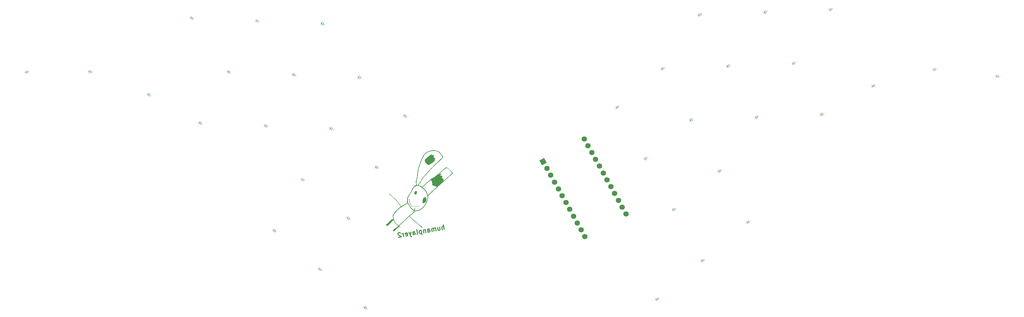
<source format=gbr>
%TF.GenerationSoftware,KiCad,Pcbnew,8.0.8-2.fc41*%
%TF.CreationDate,2025-01-20T23:34:32+01:00*%
%TF.ProjectId,laserraven_traced_and_silked_screws,6c617365-7272-4617-9665-6e5f74726163,1.0.0*%
%TF.SameCoordinates,Original*%
%TF.FileFunction,Legend,Bot*%
%TF.FilePolarity,Positive*%
%FSLAX46Y46*%
G04 Gerber Fmt 4.6, Leading zero omitted, Abs format (unit mm)*
G04 Created by KiCad (PCBNEW 8.0.8-2.fc41) date 2025-01-20 23:34:32*
%MOMM*%
%LPD*%
G01*
G04 APERTURE LIST*
G04 Aperture macros list*
%AMRotRect*
0 Rectangle, with rotation*
0 The origin of the aperture is its center*
0 $1 length*
0 $2 width*
0 $3 Rotation angle, in degrees counterclockwise*
0 Add horizontal line*
21,1,$1,$2,0,0,$3*%
G04 Aperture macros list end*
%ADD10C,0.300000*%
%ADD11C,0.100000*%
%ADD12C,0.000000*%
%ADD13RotRect,1.752600X1.752600X299.000000*%
%ADD14C,1.752600*%
G04 APERTURE END LIST*
D10*
X189341898Y-200451073D02*
X189081426Y-198973861D01*
X188708808Y-200562704D02*
X188572370Y-199788926D01*
X188572370Y-199788926D02*
X188617906Y-199635836D01*
X188617906Y-199635836D02*
X188746190Y-199540685D01*
X188746190Y-199540685D02*
X188957220Y-199503475D01*
X188957220Y-199503475D02*
X189110310Y-199549012D01*
X189110310Y-199549012D02*
X189193057Y-199606952D01*
X187198634Y-199813561D02*
X187372283Y-200798369D01*
X187831725Y-199701930D02*
X187968163Y-200475708D01*
X187968163Y-200475708D02*
X187922627Y-200628798D01*
X187922627Y-200628798D02*
X187794343Y-200723948D01*
X187794343Y-200723948D02*
X187583313Y-200761159D01*
X187583313Y-200761159D02*
X187430223Y-200715622D01*
X187430223Y-200715622D02*
X187347476Y-200657682D01*
X186668848Y-200922403D02*
X186495200Y-199937596D01*
X186520007Y-200078282D02*
X186437260Y-200020342D01*
X186437260Y-200020342D02*
X186284170Y-199974806D01*
X186284170Y-199974806D02*
X186073140Y-200012016D01*
X186073140Y-200012016D02*
X185944856Y-200107167D01*
X185944856Y-200107167D02*
X185899320Y-200260257D01*
X185899320Y-200260257D02*
X186035758Y-201034034D01*
X185899320Y-200260257D02*
X185804170Y-200131973D01*
X185804170Y-200131973D02*
X185651079Y-200086437D01*
X185651079Y-200086437D02*
X185440049Y-200123647D01*
X185440049Y-200123647D02*
X185311766Y-200218798D01*
X185311766Y-200218798D02*
X185266229Y-200371888D01*
X185266229Y-200371888D02*
X185402667Y-201145665D01*
X184066142Y-201381331D02*
X183929704Y-200607553D01*
X183929704Y-200607553D02*
X183975241Y-200454463D01*
X183975241Y-200454463D02*
X184103524Y-200359313D01*
X184103524Y-200359313D02*
X184384898Y-200309699D01*
X184384898Y-200309699D02*
X184537988Y-200355235D01*
X184053739Y-201310987D02*
X184206829Y-201356524D01*
X184206829Y-201356524D02*
X184558546Y-201294507D01*
X184558546Y-201294507D02*
X184686829Y-201199356D01*
X184686829Y-201199356D02*
X184732366Y-201046266D01*
X184732366Y-201046266D02*
X184707559Y-200905579D01*
X184707559Y-200905579D02*
X184612409Y-200777296D01*
X184612409Y-200777296D02*
X184459319Y-200731759D01*
X184459319Y-200731759D02*
X184107602Y-200793777D01*
X184107602Y-200793777D02*
X183954511Y-200748240D01*
X183189060Y-200520557D02*
X183362708Y-201505365D01*
X183213867Y-200661244D02*
X183131120Y-200603304D01*
X183131120Y-200603304D02*
X182978030Y-200557768D01*
X182978030Y-200557768D02*
X182766999Y-200594978D01*
X182766999Y-200594978D02*
X182638716Y-200690128D01*
X182638716Y-200690128D02*
X182593179Y-200843219D01*
X182593179Y-200843219D02*
X182729617Y-201616996D01*
X181852535Y-200756223D02*
X182113007Y-202233434D01*
X181864938Y-200826566D02*
X181711848Y-200781030D01*
X181711848Y-200781030D02*
X181430474Y-200830643D01*
X181430474Y-200830643D02*
X181302191Y-200925794D01*
X181302191Y-200925794D02*
X181244251Y-201008541D01*
X181244251Y-201008541D02*
X181198715Y-201161631D01*
X181198715Y-201161631D02*
X181273135Y-201583691D01*
X181273135Y-201583691D02*
X181368285Y-201711975D01*
X181368285Y-201711975D02*
X181451032Y-201769915D01*
X181451032Y-201769915D02*
X181604123Y-201815451D01*
X181604123Y-201815451D02*
X181885496Y-201765837D01*
X181885496Y-201765837D02*
X182013780Y-201670687D01*
X180478628Y-202013906D02*
X180606911Y-201918756D01*
X180606911Y-201918756D02*
X180652448Y-201765666D01*
X180652448Y-201765666D02*
X180429186Y-200499484D01*
X179282790Y-202224765D02*
X179146352Y-201450987D01*
X179146352Y-201450987D02*
X179191889Y-201297897D01*
X179191889Y-201297897D02*
X179320172Y-201202747D01*
X179320172Y-201202747D02*
X179601546Y-201153133D01*
X179601546Y-201153133D02*
X179754636Y-201198669D01*
X179270387Y-202154421D02*
X179423477Y-202199958D01*
X179423477Y-202199958D02*
X179775194Y-202137941D01*
X179775194Y-202137941D02*
X179903477Y-202042790D01*
X179903477Y-202042790D02*
X179949014Y-201889700D01*
X179949014Y-201889700D02*
X179924207Y-201749013D01*
X179924207Y-201749013D02*
X179829057Y-201620730D01*
X179829057Y-201620730D02*
X179675966Y-201575193D01*
X179675966Y-201575193D02*
X179324249Y-201637211D01*
X179324249Y-201637211D02*
X179171159Y-201591674D01*
X178546395Y-201339185D02*
X178368326Y-202386009D01*
X177842960Y-201463219D02*
X178368326Y-202386009D01*
X178368326Y-202386009D02*
X178571030Y-202712920D01*
X178571030Y-202712920D02*
X178653777Y-202770860D01*
X178653777Y-202770860D02*
X178806867Y-202816396D01*
X176878711Y-202576138D02*
X177031801Y-202621675D01*
X177031801Y-202621675D02*
X177313175Y-202572061D01*
X177313175Y-202572061D02*
X177441458Y-202476911D01*
X177441458Y-202476911D02*
X177486995Y-202323821D01*
X177486995Y-202323821D02*
X177387767Y-201761073D01*
X177387767Y-201761073D02*
X177292617Y-201632790D01*
X177292617Y-201632790D02*
X177139526Y-201587253D01*
X177139526Y-201587253D02*
X176858153Y-201636867D01*
X176858153Y-201636867D02*
X176729869Y-201732017D01*
X176729869Y-201732017D02*
X176684333Y-201885108D01*
X176684333Y-201885108D02*
X176709140Y-202025794D01*
X176709140Y-202025794D02*
X177437381Y-202042447D01*
X176187680Y-202770516D02*
X176014032Y-201785708D01*
X176063646Y-202067082D02*
X175968496Y-201938799D01*
X175968496Y-201938799D02*
X175885749Y-201880859D01*
X175885749Y-201880859D02*
X175732659Y-201835322D01*
X175732659Y-201835322D02*
X175591972Y-201860129D01*
X175107894Y-201582833D02*
X175025148Y-201524893D01*
X175025148Y-201524893D02*
X174872057Y-201479356D01*
X174872057Y-201479356D02*
X174520340Y-201541373D01*
X174520340Y-201541373D02*
X174392057Y-201636524D01*
X174392057Y-201636524D02*
X174334117Y-201719270D01*
X174334117Y-201719270D02*
X174288580Y-201872361D01*
X174288580Y-201872361D02*
X174313387Y-202013047D01*
X174313387Y-202013047D02*
X174420941Y-202211674D01*
X174420941Y-202211674D02*
X175413903Y-202906954D01*
X175413903Y-202906954D02*
X174499439Y-203068199D01*
D11*
%TO.C,D5*%
X118746386Y-148882022D02*
X119096234Y-149075945D01*
X119096234Y-149075945D02*
X118829588Y-149556984D01*
X119096234Y-149075945D02*
X119362878Y-148594905D01*
X119096234Y-149075945D02*
X119814930Y-149016982D01*
X119427082Y-149716677D02*
X119096234Y-149075945D01*
X119621006Y-149366830D02*
X120058316Y-149609234D01*
X119814930Y-149016982D02*
X119427082Y-149716677D01*
%TO.C,D22*%
X327868495Y-154106771D02*
X328218343Y-153912848D01*
X328218343Y-153912848D02*
X327951697Y-153431807D01*
X328218343Y-153912848D02*
X328484986Y-154393887D01*
X328218343Y-153912848D02*
X328549190Y-153272115D01*
X328549190Y-153272115D02*
X328937038Y-153971810D01*
X328743114Y-153621962D02*
X329180423Y-153379557D01*
X328937038Y-153971810D02*
X328218343Y-153912848D01*
%TO.C,D33*%
X254028300Y-177658083D02*
X254378148Y-177464160D01*
X254378148Y-177464160D02*
X254111502Y-176983119D01*
X254378148Y-177464160D02*
X254644791Y-177945199D01*
X254378148Y-177464160D02*
X254708995Y-176823427D01*
X254708995Y-176823427D02*
X255096843Y-177523122D01*
X254902919Y-177173274D02*
X255340228Y-176930869D01*
X255096843Y-177523122D02*
X254378148Y-177464160D01*
%TO.C,D23*%
X311250725Y-163318152D02*
X311600573Y-163124229D01*
X311600573Y-163124229D02*
X311333927Y-162643188D01*
X311600573Y-163124229D02*
X311867216Y-163605268D01*
X311600573Y-163124229D02*
X311931420Y-162483496D01*
X311931420Y-162483496D02*
X312319268Y-163183191D01*
X312125344Y-162833343D02*
X312562653Y-162590938D01*
X312319268Y-163183191D02*
X311600573Y-163124229D01*
%TO.C,D17*%
X133559172Y-200540337D02*
X133909020Y-200734260D01*
X133909020Y-200734260D02*
X133642374Y-201215299D01*
X133909020Y-200734260D02*
X134175664Y-200253220D01*
X133909020Y-200734260D02*
X134627716Y-200675297D01*
X134239868Y-201374992D02*
X133909020Y-200734260D01*
X134433792Y-201025145D02*
X134871102Y-201267549D01*
X134627716Y-200675297D02*
X134239868Y-201374992D01*
%TO.C,D19*%
X163110166Y-225610212D02*
X163460014Y-225804135D01*
X163460014Y-225804135D02*
X163193368Y-226285174D01*
X163460014Y-225804135D02*
X163726658Y-225323095D01*
X163460014Y-225804135D02*
X164178710Y-225745172D01*
X163790862Y-226444867D02*
X163460014Y-225804135D01*
X163984786Y-226095020D02*
X164422096Y-226337424D01*
X164178710Y-225745172D02*
X163790862Y-226444867D01*
%TO.C,D25*%
X292827958Y-130082600D02*
X293177806Y-129888677D01*
X293177806Y-129888677D02*
X292911160Y-129407636D01*
X293177806Y-129888677D02*
X293444449Y-130369716D01*
X293177806Y-129888677D02*
X293508653Y-129247944D01*
X293508653Y-129247944D02*
X293896501Y-129947639D01*
X293702577Y-129597791D02*
X294139886Y-129355386D01*
X293896501Y-129947639D02*
X293177806Y-129888677D01*
%TO.C,D15*%
X175968818Y-163221952D02*
X176318666Y-163415875D01*
X176318666Y-163415875D02*
X176052020Y-163896914D01*
X176318666Y-163415875D02*
X176585310Y-162934835D01*
X176318666Y-163415875D02*
X177037362Y-163356912D01*
X176649514Y-164056607D02*
X176318666Y-163415875D01*
X176843438Y-163706760D02*
X177280748Y-163949164D01*
X177037362Y-163356912D02*
X176649514Y-164056607D01*
%TO.C,D18*%
X148334670Y-213075271D02*
X148684518Y-213269194D01*
X148684518Y-213269194D02*
X148417872Y-213750233D01*
X148684518Y-213269194D02*
X148951162Y-212788154D01*
X148684518Y-213269194D02*
X149403214Y-213210231D01*
X149015366Y-213909926D02*
X148684518Y-213269194D01*
X149209290Y-213560079D02*
X149646600Y-213802483D01*
X149403214Y-213210231D02*
X149015366Y-213909926D01*
%TO.C,D31*%
X259592416Y-148505370D02*
X259942264Y-148311447D01*
X259942264Y-148311447D02*
X259675618Y-147830406D01*
X259942264Y-148311447D02*
X260208907Y-148792486D01*
X259942264Y-148311447D02*
X260273111Y-147670714D01*
X260273111Y-147670714D02*
X260660959Y-148370409D01*
X260467035Y-148020561D02*
X260904344Y-147778156D01*
X260660959Y-148370409D02*
X259942264Y-148311447D01*
%TO.C,D11*%
X151981937Y-167304783D02*
X152331785Y-167498706D01*
X152331785Y-167498706D02*
X152065139Y-167979745D01*
X152331785Y-167498706D02*
X152598429Y-167017666D01*
X152331785Y-167498706D02*
X153050481Y-167439743D01*
X152662633Y-168139438D02*
X152331785Y-167498706D01*
X152856557Y-167789591D02*
X153293867Y-168031995D01*
X153050481Y-167439743D02*
X152662633Y-168139438D01*
%TO.C,D26*%
X290027259Y-164220646D02*
X290377107Y-164026723D01*
X290377107Y-164026723D02*
X290110461Y-163545682D01*
X290377107Y-164026723D02*
X290643750Y-164507762D01*
X290377107Y-164026723D02*
X290707954Y-163385990D01*
X290707954Y-163385990D02*
X291095802Y-164085685D01*
X290901878Y-163735837D02*
X291339187Y-163493432D01*
X291095802Y-164085685D02*
X290377107Y-164026723D01*
%TO.C,D27*%
X280815876Y-147602873D02*
X281165724Y-147408950D01*
X281165724Y-147408950D02*
X280899078Y-146927909D01*
X281165724Y-147408950D02*
X281432367Y-147889989D01*
X281165724Y-147408950D02*
X281496571Y-146768217D01*
X281496571Y-146768217D02*
X281884419Y-147467912D01*
X281690495Y-147118064D02*
X282127804Y-146875659D01*
X281884419Y-147467912D02*
X281165724Y-147408950D01*
%TO.C,D32*%
X263239679Y-194275853D02*
X263589527Y-194081930D01*
X263589527Y-194081930D02*
X263322881Y-193600889D01*
X263589527Y-194081930D02*
X263856170Y-194562969D01*
X263589527Y-194081930D02*
X263920374Y-193441197D01*
X263920374Y-193441197D02*
X264308222Y-194140892D01*
X264114298Y-193791044D02*
X264551607Y-193548639D01*
X264308222Y-194140892D02*
X263589527Y-194081930D01*
%TO.C,D7*%
X130758472Y-166402293D02*
X131108320Y-166596216D01*
X131108320Y-166596216D02*
X130841674Y-167077255D01*
X131108320Y-166596216D02*
X131374964Y-166115176D01*
X131108320Y-166596216D02*
X131827016Y-166537253D01*
X131439168Y-167236948D02*
X131108320Y-166596216D01*
X131633092Y-166887101D02*
X132070402Y-167129505D01*
X131827016Y-166537253D02*
X131439168Y-167236948D01*
%TO.C,D2*%
X73694498Y-149065888D02*
X74091076Y-149118099D01*
X74091076Y-149118099D02*
X74019288Y-149663394D01*
X74091076Y-149118099D02*
X74162865Y-148572804D01*
X74091076Y-149118099D02*
X74738155Y-148799837D01*
X74633733Y-149592992D02*
X74091076Y-149118099D01*
X74685943Y-149196415D02*
X75181666Y-149261678D01*
X74738155Y-148799837D02*
X74633733Y-149592992D01*
%TO.C,D34*%
X244816917Y-161040305D02*
X245166765Y-160846382D01*
X245166765Y-160846382D02*
X244900119Y-160365341D01*
X245166765Y-160846382D02*
X245433408Y-161327421D01*
X245166765Y-160846382D02*
X245497612Y-160205649D01*
X245497612Y-160205649D02*
X245885460Y-160905344D01*
X245691536Y-160555496D02*
X246128845Y-160313091D01*
X245885460Y-160905344D02*
X245166765Y-160846382D01*
%TO.C,D38*%
X257675566Y-223428563D02*
X258025414Y-223234640D01*
X258025414Y-223234640D02*
X257758768Y-222753599D01*
X258025414Y-223234640D02*
X258292057Y-223715679D01*
X258025414Y-223234640D02*
X258356261Y-222593907D01*
X258356261Y-222593907D02*
X258744109Y-223293602D01*
X258550185Y-222943754D02*
X258987494Y-222701349D01*
X258744109Y-223293602D02*
X258025414Y-223234640D01*
%TO.C,D8*%
X139969850Y-149784517D02*
X140319698Y-149978440D01*
X140319698Y-149978440D02*
X140053052Y-150459479D01*
X140319698Y-149978440D02*
X140586342Y-149497400D01*
X140319698Y-149978440D02*
X141038394Y-149919477D01*
X140650546Y-150619172D02*
X140319698Y-149978440D01*
X140844470Y-150269325D02*
X141281780Y-150511729D01*
X141038394Y-149919477D02*
X140650546Y-150619172D01*
%TO.C,D6*%
X127957772Y-132264250D02*
X128307620Y-132458173D01*
X128307620Y-132458173D02*
X128040974Y-132939212D01*
X128307620Y-132458173D02*
X128574264Y-131977133D01*
X128307620Y-132458173D02*
X129026316Y-132399210D01*
X128638468Y-133098905D02*
X128307620Y-132458173D01*
X128832392Y-132749058D02*
X129269702Y-132991462D01*
X129026316Y-132399210D02*
X128638468Y-133098905D01*
%TO.C,D3*%
X92917232Y-156288415D02*
X93267080Y-156482338D01*
X93267080Y-156482338D02*
X93000434Y-156963377D01*
X93267080Y-156482338D02*
X93533724Y-156001298D01*
X93267080Y-156482338D02*
X93985776Y-156423375D01*
X93597928Y-157123070D02*
X93267080Y-156482338D01*
X93791852Y-156773223D02*
X94229162Y-157015627D01*
X93985776Y-156423375D02*
X93597928Y-157123070D01*
%TO.C,D36*%
X287226561Y-198358694D02*
X287576409Y-198164771D01*
X287576409Y-198164771D02*
X287309763Y-197683730D01*
X287576409Y-198164771D02*
X287843052Y-198645810D01*
X287576409Y-198164771D02*
X287907256Y-197524038D01*
X287907256Y-197524038D02*
X288295104Y-198223733D01*
X288101180Y-197873885D02*
X288538489Y-197631480D01*
X288295104Y-198223733D02*
X287576409Y-198164771D01*
%TO.C,D9*%
X149181239Y-133166743D02*
X149531087Y-133360666D01*
X149531087Y-133360666D02*
X149264441Y-133841705D01*
X149531087Y-133360666D02*
X149797731Y-132879626D01*
X149531087Y-133360666D02*
X150249783Y-133301703D01*
X149861935Y-134001398D02*
X149531087Y-133360666D01*
X150055859Y-133651551D02*
X150493169Y-133893955D01*
X150249783Y-133301703D02*
X149861935Y-134001398D01*
D12*
%TO.C,humanplayer2*%
G36*
X185279025Y-178925360D02*
G01*
X185277916Y-178924285D01*
X185278866Y-178923589D01*
X185279025Y-178925360D01*
G37*
G36*
X170876112Y-187893538D02*
G01*
X170876113Y-187906475D01*
X170863172Y-187906475D01*
X170863172Y-187893537D01*
X170876112Y-187893538D01*
G37*
G36*
X170927870Y-188449951D02*
G01*
X170914930Y-188449951D01*
X170914931Y-188437012D01*
X170927870Y-188437010D01*
X170927870Y-188449951D01*
G37*
G36*
X171031390Y-187932357D02*
G01*
X171018452Y-187932358D01*
X171018452Y-187919420D01*
X171031389Y-187919418D01*
X171031390Y-187932357D01*
G37*
G36*
X171406647Y-187673561D02*
G01*
X171406646Y-187686502D01*
X171393705Y-187686500D01*
X171393705Y-187673560D01*
X171406647Y-187673561D01*
G37*
G36*
X171704260Y-189187525D02*
G01*
X171704262Y-189200463D01*
X171691322Y-189200464D01*
X171691324Y-189187522D01*
X171704260Y-189187525D01*
G37*
G36*
X171730143Y-189252222D02*
G01*
X171717203Y-189252222D01*
X171717204Y-189239281D01*
X171730143Y-189239281D01*
X171730143Y-189252222D01*
G37*
G36*
X173554659Y-195346892D02*
G01*
X173541720Y-195346893D01*
X173541721Y-195333955D01*
X173554660Y-195333951D01*
X173554659Y-195346892D01*
G37*
G36*
X173632301Y-191775495D02*
G01*
X173619362Y-191775492D01*
X173619359Y-191762555D01*
X173632299Y-191762552D01*
X173632301Y-191775495D01*
G37*
G36*
X173761698Y-190468569D02*
G01*
X173761699Y-190481508D01*
X173748759Y-190481507D01*
X173748763Y-190468568D01*
X173761698Y-190468569D01*
G37*
G36*
X174020496Y-190960285D02*
G01*
X174020496Y-190973225D01*
X174007558Y-190973221D01*
X174007554Y-190960284D01*
X174020496Y-190960285D01*
G37*
G36*
X174111075Y-191024983D02*
G01*
X174111074Y-191037924D01*
X174098135Y-191037924D01*
X174098135Y-191024982D01*
X174111075Y-191024983D01*
G37*
G36*
X174434573Y-192176631D02*
G01*
X174434571Y-192189569D01*
X174421630Y-192189566D01*
X174421633Y-192176629D01*
X174434573Y-192176631D01*
G37*
G36*
X176259091Y-199565285D02*
G01*
X176259089Y-199578224D01*
X176246151Y-199578222D01*
X176246151Y-199565284D01*
X176259091Y-199565285D01*
G37*
G36*
X179688149Y-183532811D02*
G01*
X179688150Y-183545750D01*
X179675212Y-183545745D01*
X179675212Y-183532808D01*
X179688149Y-183532811D01*
G37*
G36*
X180089283Y-185732583D02*
G01*
X180076345Y-185732582D01*
X180076344Y-185719644D01*
X180089286Y-185719644D01*
X180089283Y-185732583D01*
G37*
G36*
X180166926Y-182018846D02*
G01*
X180166925Y-182031787D01*
X180153983Y-182031786D01*
X180153984Y-182018844D01*
X180166926Y-182018846D01*
G37*
G36*
X180361025Y-179223839D02*
G01*
X180348084Y-179223839D01*
X180348083Y-179210899D01*
X180361024Y-179210898D01*
X180361025Y-179223839D01*
G37*
G36*
X180438663Y-188631111D02*
G01*
X180438662Y-188644051D01*
X180425721Y-188644050D01*
X180425721Y-188631107D01*
X180438663Y-188631111D01*
G37*
G36*
X180477479Y-185396147D02*
G01*
X180464539Y-185396150D01*
X180464541Y-185383208D01*
X180477480Y-185383206D01*
X180477479Y-185396147D01*
G37*
G36*
X180749219Y-183364591D02*
G01*
X180736279Y-183364588D01*
X180736279Y-183351652D01*
X180749220Y-183351650D01*
X180749219Y-183364591D01*
G37*
G36*
X180775097Y-177179342D02*
G01*
X180762160Y-177179340D01*
X180762156Y-177166403D01*
X180775099Y-177166403D01*
X180775097Y-177179342D01*
G37*
G36*
X180800978Y-182924635D02*
G01*
X180788039Y-182924633D01*
X180788040Y-182911696D01*
X180800979Y-182911695D01*
X180800978Y-182924635D01*
G37*
G36*
X180839798Y-180129628D02*
G01*
X180839796Y-180142567D01*
X180826855Y-180142568D01*
X180826856Y-180129627D01*
X180839798Y-180129628D01*
G37*
G36*
X180917438Y-182627018D02*
G01*
X180904496Y-182627018D01*
X180904496Y-182614078D01*
X180917435Y-182614077D01*
X180917438Y-182627018D01*
G37*
G36*
X181176233Y-185033831D02*
G01*
X181163293Y-185033829D01*
X181163295Y-185020890D01*
X181176234Y-185020890D01*
X181176233Y-185033831D01*
G37*
G36*
X181279753Y-183688088D02*
G01*
X181266812Y-183688089D01*
X181266810Y-183675148D01*
X181279752Y-183675146D01*
X181279753Y-183688088D01*
G37*
G36*
X181279752Y-184632697D02*
G01*
X181279750Y-184645637D01*
X181266811Y-184645635D01*
X181266814Y-184632696D01*
X181279752Y-184632697D01*
G37*
G36*
X181331510Y-182096487D02*
G01*
X181331512Y-182109425D01*
X181318568Y-182109427D01*
X181318571Y-182096484D01*
X181331510Y-182096487D01*
G37*
G36*
X181357391Y-186107840D02*
G01*
X181357392Y-186120779D01*
X181344451Y-186120779D01*
X181344453Y-186107838D01*
X181357391Y-186107840D01*
G37*
G36*
X181538551Y-179469696D02*
G01*
X181525610Y-179469696D01*
X181525605Y-179456757D01*
X181538549Y-179456754D01*
X181538551Y-179469696D01*
G37*
G36*
X181538549Y-179663796D02*
G01*
X181538549Y-179676735D01*
X181525609Y-179676733D01*
X181525608Y-179663795D01*
X181538549Y-179663796D01*
G37*
G36*
X181577368Y-185434969D02*
G01*
X181564428Y-185434966D01*
X181564427Y-185422028D01*
X181577368Y-185422027D01*
X181577368Y-185434969D01*
G37*
G36*
X181784405Y-179042680D02*
G01*
X181771467Y-179042681D01*
X181771466Y-179029741D01*
X181784408Y-179029740D01*
X181784405Y-179042680D01*
G37*
G36*
X181874985Y-180000231D02*
G01*
X181874986Y-180013169D01*
X181862046Y-180013170D01*
X181862046Y-180000230D01*
X181874985Y-180000231D01*
G37*
G36*
X181900865Y-185965499D02*
G01*
X181887924Y-185965502D01*
X181887924Y-185952562D01*
X181900864Y-185952561D01*
X181900865Y-185965499D01*
G37*
G36*
X181913806Y-182859937D02*
G01*
X181913805Y-182872877D01*
X181900866Y-182872877D01*
X181900865Y-182859936D01*
X181913806Y-182859937D01*
G37*
G36*
X182082020Y-179974351D02*
G01*
X182082022Y-179987289D01*
X182069082Y-179987289D01*
X182069080Y-179974348D01*
X182082020Y-179974351D01*
G37*
G36*
X182094962Y-183506930D02*
G01*
X182094963Y-183519870D01*
X182082022Y-183519868D01*
X182082020Y-183506928D01*
X182094962Y-183506930D01*
G37*
G36*
X182340821Y-177865156D02*
G01*
X182327880Y-177865154D01*
X182327879Y-177852216D01*
X182340821Y-177852215D01*
X182340821Y-177865156D01*
G37*
G36*
X182392582Y-186703073D02*
G01*
X182392579Y-186716012D01*
X182379639Y-186716012D01*
X182379638Y-186703070D01*
X182392582Y-186703073D01*
G37*
G36*
X182457275Y-177735755D02*
G01*
X182457279Y-177748695D01*
X182444335Y-177748697D01*
X182444340Y-177735754D01*
X182457275Y-177735755D01*
G37*
G36*
X182534919Y-184943250D02*
G01*
X182521977Y-184943253D01*
X182521978Y-184930313D01*
X182534917Y-184930311D01*
X182534919Y-184943250D01*
G37*
G36*
X182625498Y-179016802D02*
G01*
X182625495Y-179029742D01*
X182612558Y-179029742D01*
X182612556Y-179016799D01*
X182625498Y-179016802D01*
G37*
G36*
X183000750Y-178861521D02*
G01*
X182987814Y-178861521D01*
X182987812Y-178848582D01*
X183000754Y-178848582D01*
X183000750Y-178861521D01*
G37*
G36*
X183013693Y-180246085D02*
G01*
X183000754Y-180246087D01*
X183000751Y-180233147D01*
X183013693Y-180233145D01*
X183013693Y-180246085D01*
G37*
G36*
X183026630Y-180284906D02*
G01*
X183013693Y-180284905D01*
X183013693Y-180271968D01*
X183026632Y-180271966D01*
X183026630Y-180284906D01*
G37*
G36*
X183039573Y-180789560D02*
G01*
X183026632Y-180789561D01*
X183026630Y-180776623D01*
X183039572Y-180776621D01*
X183039573Y-180789560D01*
G37*
G36*
X183117212Y-180401365D02*
G01*
X183104270Y-180401367D01*
X183104271Y-180388424D01*
X183117211Y-180388424D01*
X183117212Y-180401365D01*
G37*
G36*
X183194850Y-180504884D02*
G01*
X183181909Y-180504882D01*
X183181909Y-180491944D01*
X183194849Y-180491943D01*
X183194850Y-180504884D01*
G37*
G36*
X183427765Y-184995012D02*
G01*
X183427766Y-185007951D01*
X183414826Y-185007952D01*
X183414827Y-184995011D01*
X183427765Y-184995012D01*
G37*
G36*
X183440706Y-182834059D02*
G01*
X183440708Y-182846997D01*
X183427770Y-182846998D01*
X183427767Y-182834057D01*
X183440706Y-182834059D01*
G37*
G36*
X183647745Y-185538485D02*
G01*
X183634807Y-185538485D01*
X183634805Y-185525547D01*
X183647744Y-185525545D01*
X183647745Y-185538485D01*
G37*
G36*
X183686564Y-188229974D02*
G01*
X183686564Y-188242915D01*
X183673624Y-188242915D01*
X183673622Y-188229973D01*
X183686564Y-188229974D01*
G37*
G36*
X183828899Y-182381161D02*
G01*
X183815962Y-182381162D01*
X183815964Y-182368223D01*
X183828903Y-182368222D01*
X183828899Y-182381161D01*
G37*
G36*
X184100640Y-185189110D02*
G01*
X184087699Y-185189107D01*
X184087699Y-185176169D01*
X184100640Y-185176169D01*
X184100640Y-185189110D01*
G37*
G36*
X184178277Y-181009539D02*
G01*
X184178280Y-181022479D01*
X184165335Y-181022478D01*
X184165338Y-181009536D01*
X184178277Y-181009539D01*
G37*
G36*
X184230039Y-182394099D02*
G01*
X184217096Y-182394105D01*
X184217100Y-182381161D01*
X184230035Y-182381161D01*
X184230039Y-182394099D01*
G37*
G36*
X184255919Y-175303065D02*
G01*
X184242978Y-175303064D01*
X184242977Y-175290124D01*
X184255917Y-175290124D01*
X184255919Y-175303065D01*
G37*
G36*
X184346497Y-184956195D02*
G01*
X184346497Y-184969132D01*
X184333557Y-184969132D01*
X184333556Y-184956192D01*
X184346497Y-184956195D01*
G37*
G36*
X184424132Y-181889447D02*
G01*
X184411195Y-181889447D01*
X184411196Y-181876509D01*
X184424136Y-181876509D01*
X184424132Y-181889447D01*
G37*
G36*
X184475895Y-184826794D02*
G01*
X184475896Y-184839733D01*
X184462957Y-184839732D01*
X184462957Y-184826792D01*
X184475895Y-184826794D01*
G37*
G36*
X184501775Y-184813853D02*
G01*
X184488836Y-184813853D01*
X184488836Y-184800914D01*
X184501773Y-184800914D01*
X184501775Y-184813853D01*
G37*
G36*
X184605292Y-188760509D02*
G01*
X184605293Y-188773446D01*
X184592353Y-188773449D01*
X184592353Y-188760508D01*
X184605292Y-188760509D01*
G37*
G36*
X184605294Y-179340298D02*
G01*
X184605293Y-179353236D01*
X184592356Y-179353236D01*
X184592354Y-179340296D01*
X184605294Y-179340298D01*
G37*
G36*
X185109948Y-182963456D02*
G01*
X185097006Y-182963454D01*
X185097010Y-182950516D01*
X185109946Y-182950516D01*
X185109948Y-182963456D01*
G37*
G36*
X185265224Y-183506927D02*
G01*
X185252287Y-183506929D01*
X185252284Y-183493990D01*
X185265227Y-183493989D01*
X185265224Y-183506927D01*
G37*
G36*
X185640480Y-187738259D02*
G01*
X185627542Y-187738261D01*
X185627539Y-187725320D01*
X185640484Y-187725320D01*
X185640480Y-187738259D01*
G37*
G36*
X186054556Y-176855848D02*
G01*
X186054556Y-176868787D01*
X186041616Y-176868786D01*
X186041617Y-176855845D01*
X186054556Y-176855848D01*
G37*
G36*
X186313356Y-187168907D02*
G01*
X186300414Y-187168907D01*
X186300411Y-187155966D01*
X186313354Y-187155965D01*
X186313356Y-187168907D01*
G37*
G36*
X186494511Y-187039510D02*
G01*
X186481574Y-187039507D01*
X186481573Y-187026569D01*
X186494512Y-187026569D01*
X186494511Y-187039510D01*
G37*
G36*
X186598031Y-177567538D02*
G01*
X186585090Y-177567541D01*
X186585091Y-177554598D01*
X186598030Y-177554597D01*
X186598031Y-177567538D01*
G37*
G36*
X186856826Y-179896710D02*
G01*
X186843889Y-179896709D01*
X186843888Y-179883772D01*
X186856828Y-179883772D01*
X186856826Y-179896710D01*
G37*
G36*
X187206205Y-187557104D02*
G01*
X187206202Y-187570040D01*
X187193264Y-187570042D01*
X187193264Y-187557102D01*
X187206205Y-187557104D01*
G37*
G36*
X187516760Y-186767773D02*
G01*
X187503819Y-186767772D01*
X187503818Y-186754834D01*
X187516761Y-186754831D01*
X187516760Y-186767773D01*
G37*
G36*
X187723796Y-186716011D02*
G01*
X187710855Y-186716012D01*
X187710858Y-186703072D01*
X187723796Y-186703070D01*
X187723796Y-186716011D01*
G37*
G36*
X188577828Y-186470157D02*
G01*
X188577829Y-186483095D01*
X188564887Y-186483096D01*
X188564886Y-186470156D01*
X188577828Y-186470157D01*
G37*
G36*
X188629587Y-183584568D02*
G01*
X188616647Y-183584568D01*
X188616650Y-183571628D01*
X188629584Y-183571627D01*
X188629587Y-183584568D01*
G37*
G36*
X188978963Y-183946884D02*
G01*
X188978962Y-183959826D01*
X188966024Y-183959824D01*
X188966025Y-183946883D01*
X188978963Y-183946884D01*
G37*
G36*
X189043661Y-184503299D02*
G01*
X189043660Y-184516238D01*
X189030723Y-184516239D01*
X189030719Y-184503296D01*
X189043661Y-184503299D01*
G37*
G36*
X189742411Y-182277644D02*
G01*
X189742414Y-182290584D01*
X189729473Y-182290585D01*
X189729473Y-182277642D01*
X189742411Y-182277644D01*
G37*
G36*
X190285885Y-182135306D02*
G01*
X190272948Y-182135305D01*
X190272947Y-182122365D01*
X190285888Y-182122363D01*
X190285885Y-182135306D01*
G37*
G36*
X171367273Y-189605624D02*
G01*
X171361358Y-189621008D01*
X171353572Y-189626927D01*
X171344105Y-189621009D01*
X171344452Y-189617561D01*
X171361356Y-189603755D01*
X171367273Y-189605624D01*
G37*
G36*
X171921217Y-188814773D02*
G01*
X171935025Y-188831678D01*
X171933154Y-188837594D01*
X171917770Y-188831677D01*
X171911854Y-188823892D01*
X171917774Y-188814423D01*
X171921217Y-188814773D01*
G37*
G36*
X173942304Y-190394954D02*
G01*
X173936386Y-190410339D01*
X173928602Y-190416256D01*
X173919135Y-190410338D01*
X173919482Y-190406895D01*
X173936386Y-190393088D01*
X173942304Y-190394954D01*
G37*
G36*
X176928937Y-191001607D02*
G01*
X176942745Y-191018511D01*
X176940877Y-191024428D01*
X176925495Y-191018511D01*
X176919577Y-191010728D01*
X176925493Y-191001261D01*
X176928937Y-191001607D01*
G37*
G36*
X176980697Y-191467441D02*
G01*
X176994505Y-191484348D01*
X176992638Y-191490264D01*
X176977252Y-191484348D01*
X176971337Y-191476565D01*
X176977250Y-191467094D01*
X176980697Y-191467441D01*
G37*
G36*
X179597017Y-186241263D02*
G01*
X179591102Y-186256648D01*
X179583316Y-186262563D01*
X179573847Y-186256646D01*
X179574194Y-186253201D01*
X179591101Y-186239394D01*
X179597017Y-186241263D01*
G37*
G36*
X179711007Y-195776414D02*
G01*
X179724813Y-195793316D01*
X179722946Y-195799234D01*
X179707559Y-195793315D01*
X179701643Y-195785533D01*
X179707560Y-195776064D01*
X179711007Y-195776414D01*
G37*
G36*
X180112142Y-197549172D02*
G01*
X180125948Y-197566077D01*
X180124081Y-197571993D01*
X180108695Y-197566075D01*
X180102778Y-197558293D01*
X180108695Y-197548821D01*
X180112142Y-197549172D01*
G37*
G36*
X180306240Y-191195703D02*
G01*
X180320049Y-191212609D01*
X180318178Y-191218527D01*
X180302795Y-191212612D01*
X180296877Y-191204826D01*
X180302795Y-191195356D01*
X180306240Y-191195703D01*
G37*
G36*
X180451050Y-187017651D02*
G01*
X180445130Y-187033038D01*
X180437346Y-187038953D01*
X180427878Y-187033038D01*
X180428227Y-187029594D01*
X180445133Y-187015785D01*
X180451050Y-187017651D01*
G37*
G36*
X180502808Y-179978375D02*
G01*
X180496890Y-179993760D01*
X180489107Y-179999677D01*
X180479638Y-179993760D01*
X180479985Y-179990316D01*
X180496888Y-179976506D01*
X180502808Y-179978375D01*
G37*
G36*
X180838854Y-184481588D02*
G01*
X180857530Y-184503355D01*
X180858866Y-184514003D01*
X180841896Y-184503355D01*
X180829688Y-184489316D01*
X180831707Y-184479577D01*
X180838854Y-184481588D01*
G37*
G36*
X181020400Y-185464868D02*
G01*
X181014487Y-185480256D01*
X181006701Y-185486174D01*
X180997232Y-185480256D01*
X180997582Y-185476811D01*
X181014485Y-185463003D01*
X181020400Y-185464868D01*
G37*
G36*
X181110983Y-181104145D02*
G01*
X181105062Y-181119528D01*
X181097280Y-181125443D01*
X181087813Y-181119527D01*
X181088158Y-181116082D01*
X181105062Y-181102276D01*
X181110983Y-181104145D01*
G37*
G36*
X181239986Y-194639372D02*
G01*
X181258669Y-194661137D01*
X181260000Y-194671784D01*
X181243031Y-194661137D01*
X181230823Y-194647096D01*
X181232847Y-194637356D01*
X181239986Y-194639372D01*
G37*
G36*
X181512115Y-181738194D02*
G01*
X181506200Y-181753580D01*
X181498415Y-181759498D01*
X181488947Y-181753580D01*
X181489293Y-181750134D01*
X181506198Y-181736327D01*
X181512115Y-181738194D01*
G37*
G36*
X181509644Y-179588658D02*
G01*
X181523453Y-179605565D01*
X181521585Y-179611480D01*
X181506200Y-179605564D01*
X181500283Y-179597780D01*
X181506200Y-179588311D01*
X181509644Y-179588658D01*
G37*
G36*
X181535524Y-179795695D02*
G01*
X181549331Y-179812601D01*
X181547466Y-179818518D01*
X181532079Y-179812602D01*
X181526163Y-179804820D01*
X181532079Y-179795348D01*
X181535524Y-179795695D01*
G37*
G36*
X181602695Y-179421961D02*
G01*
X181596779Y-179437347D01*
X181588995Y-179443263D01*
X181579525Y-179437345D01*
X181579875Y-179433899D01*
X181596777Y-179420092D01*
X181602695Y-179421961D01*
G37*
G36*
X181768439Y-181814314D02*
G01*
X181782247Y-181831217D01*
X181780381Y-181837137D01*
X181764996Y-181831219D01*
X181759078Y-181823434D01*
X181764997Y-181813964D01*
X181768439Y-181814314D01*
G37*
G36*
X181939130Y-178800846D02*
G01*
X181933214Y-178816234D01*
X181925430Y-178822150D01*
X181915961Y-178816233D01*
X181916311Y-178812788D01*
X181933215Y-178798978D01*
X181939130Y-178800846D01*
G37*
G36*
X181949599Y-180028613D02*
G01*
X181963406Y-180045519D01*
X181961540Y-180051439D01*
X181946156Y-180045520D01*
X181940238Y-180037735D01*
X181946154Y-180028267D01*
X181949599Y-180028613D01*
G37*
G36*
X182014297Y-180015675D02*
G01*
X182028108Y-180032578D01*
X182026238Y-180038496D01*
X182010854Y-180032579D01*
X182004936Y-180024794D01*
X182010850Y-180015325D01*
X182014297Y-180015675D01*
G37*
G36*
X182016771Y-184546141D02*
G01*
X182010851Y-184561527D01*
X182003069Y-184567440D01*
X181993601Y-184561526D01*
X181993945Y-184558082D01*
X182010853Y-184544277D01*
X182016771Y-184546141D01*
G37*
G36*
X182143696Y-181180261D02*
G01*
X182157504Y-181197163D01*
X182155636Y-181203082D01*
X182140253Y-181197165D01*
X182134337Y-181189380D01*
X182140251Y-181179912D01*
X182143696Y-181180261D01*
G37*
G36*
X182273098Y-179938035D02*
G01*
X182286901Y-179954940D01*
X182285034Y-179960857D01*
X182269650Y-179954940D01*
X182263733Y-179947155D01*
X182269653Y-179937689D01*
X182273098Y-179938035D01*
G37*
G36*
X182392024Y-178762028D02*
G01*
X182386111Y-178777413D01*
X182378324Y-178783333D01*
X182368856Y-178777415D01*
X182369204Y-178773970D01*
X182386108Y-178760158D01*
X182392024Y-178762028D01*
G37*
G36*
X182728462Y-179046707D02*
G01*
X182722544Y-179062090D01*
X182714761Y-179068008D01*
X182705290Y-179062089D01*
X182705641Y-179058645D01*
X182722544Y-179044836D01*
X182728462Y-179046707D01*
G37*
G36*
X182751870Y-185929188D02*
G01*
X182765676Y-185946090D01*
X182763809Y-185952006D01*
X182748424Y-185946091D01*
X182742508Y-185938305D01*
X182748424Y-185928839D01*
X182751870Y-185929188D01*
G37*
G36*
X182907148Y-177026570D02*
G01*
X182920955Y-177043474D01*
X182919091Y-177049391D01*
X182903703Y-177043474D01*
X182897787Y-177035689D01*
X182903702Y-177026222D01*
X182907148Y-177026570D01*
G37*
G36*
X182920087Y-178902846D02*
G01*
X182933896Y-178919750D01*
X182932027Y-178925668D01*
X182916642Y-178919752D01*
X182910724Y-178911969D01*
X182916642Y-178902498D01*
X182920087Y-178902846D01*
G37*
G36*
X182984790Y-179122825D02*
G01*
X182998595Y-179139729D01*
X182996728Y-179145645D01*
X182981341Y-179139730D01*
X182975424Y-179131946D01*
X182981341Y-179122478D01*
X182984790Y-179122825D01*
G37*
G36*
X182997728Y-179808636D02*
G01*
X183011537Y-179825542D01*
X183009671Y-179831460D01*
X182994282Y-179825543D01*
X182988365Y-179817760D01*
X182994280Y-179808287D01*
X182997728Y-179808636D01*
G37*
G36*
X183036546Y-178838147D02*
G01*
X183050356Y-178855052D01*
X183048486Y-178860971D01*
X183033102Y-178855051D01*
X183027183Y-178847269D01*
X183033100Y-178837799D01*
X183036546Y-178838147D01*
G37*
G36*
X183064902Y-180858285D02*
G01*
X183058980Y-180873671D01*
X183051198Y-180879586D01*
X183041731Y-180873667D01*
X183042073Y-180870223D01*
X183058981Y-180856420D01*
X183064902Y-180858285D01*
G37*
G36*
X183178884Y-187546669D02*
G01*
X183192693Y-187563571D01*
X183190826Y-187569491D01*
X183175438Y-187563572D01*
X183169525Y-187555785D01*
X183175440Y-187546318D01*
X183178884Y-187546669D01*
G37*
G36*
X183324305Y-180140468D02*
G01*
X183310265Y-180152676D01*
X183300526Y-180150653D01*
X183302538Y-180143512D01*
X183324306Y-180124831D01*
X183334951Y-180123502D01*
X183324305Y-180140468D01*
G37*
G36*
X183608372Y-177028088D02*
G01*
X183602455Y-177043472D01*
X183594669Y-177049389D01*
X183585203Y-177043473D01*
X183585550Y-177040030D01*
X183602454Y-177026222D01*
X183608372Y-177028088D01*
G37*
G36*
X183696478Y-184674023D02*
G01*
X183710287Y-184690925D01*
X183708419Y-184696842D01*
X183693034Y-184690924D01*
X183687119Y-184683142D01*
X183693034Y-184673672D01*
X183696478Y-184674023D01*
G37*
G36*
X183789529Y-188415158D02*
G01*
X183783612Y-188430544D01*
X183775827Y-188436458D01*
X183766359Y-188430543D01*
X183766707Y-188427097D01*
X183783615Y-188413288D01*
X183789529Y-188415158D01*
G37*
G36*
X183981157Y-188944170D02*
G01*
X183994965Y-188961075D01*
X183993097Y-188966992D01*
X183977709Y-188961076D01*
X183971794Y-188953292D01*
X183977710Y-188943823D01*
X183981157Y-188944170D01*
G37*
G36*
X184294183Y-176264638D02*
G01*
X184288268Y-176280023D01*
X184280482Y-176285941D01*
X184271012Y-176280023D01*
X184271361Y-176276578D01*
X184288267Y-176262768D01*
X184294183Y-176264638D01*
G37*
G36*
X184294183Y-189023329D02*
G01*
X184288270Y-189038713D01*
X184280482Y-189044632D01*
X184271014Y-189038715D01*
X184271361Y-189035269D01*
X184288267Y-189021461D01*
X184294183Y-189023329D01*
G37*
G36*
X184992936Y-183226275D02*
G01*
X184987016Y-183241663D01*
X184979238Y-183247579D01*
X184969763Y-183241663D01*
X184970116Y-183238215D01*
X184987017Y-183224408D01*
X184992936Y-183226275D01*
G37*
G36*
X185520999Y-188801835D02*
G01*
X185534806Y-188818735D01*
X185532937Y-188824651D01*
X185517552Y-188818739D01*
X185511636Y-188810954D01*
X185517553Y-188801483D01*
X185520999Y-188801835D01*
G37*
G36*
X185614050Y-187781100D02*
G01*
X185608132Y-187796491D01*
X185600348Y-187802405D01*
X185590879Y-187796488D01*
X185591226Y-187793045D01*
X185608130Y-187779235D01*
X185614050Y-187781100D01*
G37*
G36*
X185717567Y-182087570D02*
G01*
X185711651Y-182102956D01*
X185703864Y-182108873D01*
X185694394Y-182102957D01*
X185694746Y-182099511D01*
X185711649Y-182085701D01*
X185717567Y-182087570D01*
G37*
G36*
X185821087Y-176264637D02*
G01*
X185815170Y-176280022D01*
X185807384Y-176285942D01*
X185797916Y-176280024D01*
X185798262Y-176276579D01*
X185815170Y-176262769D01*
X185821087Y-176264637D01*
G37*
G36*
X185999773Y-177220665D02*
G01*
X186013581Y-177237574D01*
X186011714Y-177243487D01*
X185996326Y-177237573D01*
X185990412Y-177229788D01*
X185996326Y-177220318D01*
X185999773Y-177220665D01*
G37*
G36*
X186093433Y-187386784D02*
G01*
X186079393Y-187398994D01*
X186069654Y-187396974D01*
X186071666Y-187389830D01*
X186093431Y-187371149D01*
X186104080Y-187369817D01*
X186093433Y-187386784D01*
G37*
G36*
X186116234Y-177155966D02*
G01*
X186130039Y-177172872D01*
X186128169Y-177178789D01*
X186112784Y-177172872D01*
X186106870Y-177165090D01*
X186112786Y-177155620D01*
X186116234Y-177155966D01*
G37*
G36*
X186349148Y-181451994D02*
G01*
X186362957Y-181468903D01*
X186361089Y-181474818D01*
X186345703Y-181468906D01*
X186339787Y-181461116D01*
X186345702Y-181451650D01*
X186349148Y-181451994D01*
G37*
G36*
X186636905Y-186920951D02*
G01*
X186622871Y-186933158D01*
X186613128Y-186931136D01*
X186615140Y-186923996D01*
X186636906Y-186905312D01*
X186647554Y-186903982D01*
X186636905Y-186920951D01*
G37*
G36*
X187436093Y-186524418D02*
G01*
X187449904Y-186541325D01*
X187448036Y-186547240D01*
X187432651Y-186541322D01*
X187426734Y-186533540D01*
X187432650Y-186524072D01*
X187436093Y-186524418D01*
G37*
G36*
X189014758Y-183444736D02*
G01*
X189028566Y-183461639D01*
X189026697Y-183467558D01*
X189011312Y-183461638D01*
X189005397Y-183453853D01*
X189011312Y-183444386D01*
X189014758Y-183444736D01*
G37*
G36*
X189133686Y-184442624D02*
G01*
X189127770Y-184458006D01*
X189119987Y-184463924D01*
X189110519Y-184458009D01*
X189110867Y-184454565D01*
X189127772Y-184440756D01*
X189133686Y-184442624D01*
G37*
G36*
X189160178Y-184527076D02*
G01*
X189146140Y-184539289D01*
X189136395Y-184537262D01*
X189138410Y-184530122D01*
X189160178Y-184511441D01*
X189170823Y-184510107D01*
X189160178Y-184527076D01*
G37*
G36*
X173748841Y-192073452D02*
G01*
X173749370Y-192081090D01*
X173734373Y-192099333D01*
X173726023Y-192100908D01*
X173709210Y-192095305D01*
X173723641Y-192072348D01*
X173734776Y-192065010D01*
X173748841Y-192073452D01*
G37*
G36*
X179650409Y-184458548D02*
G01*
X179657979Y-184466665D01*
X179650409Y-184489279D01*
X179637676Y-184496687D01*
X179609434Y-184489276D01*
X179602765Y-184467672D01*
X179620442Y-184454340D01*
X179650409Y-184458548D01*
G37*
G36*
X179869389Y-185668224D02*
G01*
X179869917Y-185675863D01*
X179854921Y-185694103D01*
X179846570Y-185695683D01*
X179829762Y-185690081D01*
X179844190Y-185667122D01*
X179855325Y-185659783D01*
X179869389Y-185668224D01*
G37*
G36*
X181414125Y-183587133D02*
G01*
X181422171Y-183610107D01*
X181416667Y-183618170D01*
X181396975Y-183611211D01*
X181390694Y-183604424D01*
X181383735Y-183585246D01*
X181407704Y-183584226D01*
X181414125Y-183587133D01*
G37*
G36*
X182262931Y-185912689D02*
G01*
X182263352Y-185921721D01*
X182246971Y-185940395D01*
X182235500Y-185940306D01*
X182225653Y-185917721D01*
X182230116Y-185898871D01*
X182247581Y-185891300D01*
X182262931Y-185912689D01*
G37*
G36*
X184616938Y-184702930D02*
G01*
X184614574Y-184715649D01*
X184594179Y-184735786D01*
X184576647Y-184738965D01*
X184570802Y-184732128D01*
X184591225Y-184705349D01*
X184610495Y-184689003D01*
X184616938Y-184702930D01*
G37*
G36*
X187170618Y-186884996D02*
G01*
X187180999Y-186889079D01*
X187170617Y-186896408D01*
X187166268Y-186897319D01*
X187141562Y-186896451D01*
X187140738Y-186884994D01*
X187144809Y-186883238D01*
X187170618Y-186884996D01*
G37*
G36*
X172312436Y-194738720D02*
G01*
X172317556Y-194744710D01*
X172320210Y-194768997D01*
X172293026Y-194779693D01*
X172284784Y-194779108D01*
X172263674Y-194764424D01*
X172273617Y-194738721D01*
X172284924Y-194731920D01*
X172312436Y-194738720D01*
G37*
G36*
X172377899Y-188748332D02*
G01*
X172385279Y-188759437D01*
X172377135Y-188773448D01*
X172370952Y-188774334D01*
X172344023Y-188766215D01*
X172341503Y-188762954D01*
X172344787Y-188741099D01*
X172353438Y-188737386D01*
X172377899Y-188748332D01*
G37*
G36*
X172532415Y-188501708D02*
G01*
X172533265Y-188507852D01*
X172524415Y-188535590D01*
X172519070Y-188538941D01*
X172506534Y-188527591D01*
X172505680Y-188521448D01*
X172514530Y-188493714D01*
X172519879Y-188490359D01*
X172532415Y-188501708D01*
G37*
G36*
X172644433Y-188620316D02*
G01*
X172663604Y-188638350D01*
X172654579Y-188664224D01*
X172641653Y-188665979D01*
X172614938Y-188648934D01*
X172608948Y-188642747D01*
X172599778Y-188624777D01*
X172622732Y-188618194D01*
X172644433Y-188620316D01*
G37*
G36*
X172790901Y-189563111D02*
G01*
X172820891Y-189579917D01*
X172823788Y-189582901D01*
X172832793Y-189597204D01*
X172810619Y-189595129D01*
X172783126Y-189586696D01*
X172765795Y-189573167D01*
X172778270Y-189562778D01*
X172790901Y-189563111D01*
G37*
G36*
X172888552Y-188960088D02*
G01*
X172876399Y-188985878D01*
X172856764Y-188998389D01*
X172829080Y-188992476D01*
X172821586Y-188978770D01*
X172834477Y-188954729D01*
X172844942Y-188948827D01*
X172874610Y-188945170D01*
X172888552Y-188960088D01*
G37*
G36*
X176868027Y-197896803D02*
G01*
X176875406Y-197907913D01*
X176867261Y-197921921D01*
X176861079Y-197922807D01*
X176834151Y-197914689D01*
X176831632Y-197911430D01*
X176834914Y-197889570D01*
X176843564Y-197885857D01*
X176868027Y-197896803D01*
G37*
G36*
X177534428Y-193490789D02*
G01*
X177536947Y-193494047D01*
X177533666Y-193515903D01*
X177525012Y-193519617D01*
X177500550Y-193508668D01*
X177493172Y-193497564D01*
X177501314Y-193483556D01*
X177507497Y-193482669D01*
X177534428Y-193490789D01*
G37*
G36*
X178142602Y-197773878D02*
G01*
X178145119Y-197777136D01*
X178141838Y-197798993D01*
X178133187Y-197802710D01*
X178108725Y-197791760D01*
X178101346Y-197780655D01*
X178109489Y-197766644D01*
X178115670Y-197765761D01*
X178142602Y-197773878D01*
G37*
G36*
X178678843Y-186586615D02*
G01*
X178686350Y-186596948D01*
X178685718Y-186618558D01*
X178677617Y-186621162D01*
X178661223Y-186604232D01*
X178656121Y-186590751D01*
X178654347Y-186572288D01*
X178658810Y-186572119D01*
X178678843Y-186586615D01*
G37*
G36*
X179947713Y-181799632D02*
G01*
X179955090Y-181810736D01*
X179946951Y-181824749D01*
X179940764Y-181825634D01*
X179913834Y-181817516D01*
X179911314Y-181814257D01*
X179914596Y-181792399D01*
X179923252Y-181788685D01*
X179947713Y-181799632D01*
G37*
G36*
X180897263Y-183033862D02*
G01*
X180910506Y-183052163D01*
X180910968Y-183073443D01*
X180903340Y-183077229D01*
X180879382Y-183067736D01*
X180872492Y-183058785D01*
X180865677Y-183028156D01*
X180874388Y-183020953D01*
X180897263Y-183033862D01*
G37*
G36*
X181525610Y-179508516D02*
G01*
X181532642Y-179511507D01*
X181532845Y-179527159D01*
X181528590Y-179530422D01*
X181506199Y-179527927D01*
X181503418Y-179524849D01*
X181498966Y-179509279D01*
X181501638Y-179507798D01*
X181525610Y-179508516D01*
G37*
G36*
X181557179Y-185563593D02*
G01*
X181564540Y-185587346D01*
X181550043Y-185603526D01*
X181545327Y-185604272D01*
X181519140Y-185596718D01*
X181511670Y-185583582D01*
X181516418Y-185559361D01*
X181538209Y-185551347D01*
X181557179Y-185563593D01*
G37*
G36*
X181680124Y-180064168D02*
G01*
X181688180Y-180075389D01*
X181687356Y-180097278D01*
X181683940Y-180100000D01*
X181662242Y-180098043D01*
X181659105Y-180093919D01*
X181655008Y-180064929D01*
X181660458Y-180057043D01*
X181680124Y-180064168D01*
G37*
G36*
X181733363Y-185294537D02*
G01*
X181732645Y-185318509D01*
X181729656Y-185325544D01*
X181714003Y-185325741D01*
X181710740Y-185321487D01*
X181713239Y-185299098D01*
X181716311Y-185296320D01*
X181731885Y-185291864D01*
X181733363Y-185294537D01*
G37*
G36*
X181745584Y-175950058D02*
G01*
X181752619Y-175953047D01*
X181752820Y-175968704D01*
X181748565Y-175971960D01*
X181726174Y-175969470D01*
X181723397Y-175966390D01*
X181718944Y-175950824D01*
X181721614Y-175949341D01*
X181745584Y-175950058D01*
G37*
G36*
X181881454Y-181197166D02*
G01*
X181884171Y-181200634D01*
X181881455Y-181223045D01*
X181877986Y-181225763D01*
X181855575Y-181223046D01*
X181852859Y-181219578D01*
X181855575Y-181197166D01*
X181859043Y-181194449D01*
X181881454Y-181197166D01*
G37*
G36*
X181914523Y-182628926D02*
G01*
X181913803Y-182652897D01*
X181910814Y-182659932D01*
X181895156Y-182660133D01*
X181891901Y-182655880D01*
X181894393Y-182633490D01*
X181897471Y-182630709D01*
X181913042Y-182626256D01*
X181914523Y-182628926D01*
G37*
G36*
X182059044Y-179152076D02*
G01*
X182067787Y-179178548D01*
X182067601Y-179184683D01*
X182059909Y-179196508D01*
X182036733Y-179178549D01*
X182030599Y-179172227D01*
X182018776Y-179152712D01*
X182036734Y-179147494D01*
X182059044Y-179152076D01*
G37*
G36*
X182074789Y-184677223D02*
G01*
X182080619Y-184685725D01*
X182080657Y-184711918D01*
X182061908Y-184725431D01*
X182054368Y-184724916D01*
X182033307Y-184710248D01*
X182043204Y-184684456D01*
X182053492Y-184676905D01*
X182074789Y-184677223D01*
G37*
G36*
X182107901Y-180013170D02*
G01*
X182114936Y-180016158D01*
X182115135Y-180031815D01*
X182110883Y-180035073D01*
X182088492Y-180032578D01*
X182085711Y-180029502D01*
X182081260Y-180013936D01*
X182083930Y-180012452D01*
X182107901Y-180013170D01*
G37*
G36*
X182225078Y-179445726D02*
G01*
X182224359Y-179469696D01*
X182221370Y-179476730D01*
X182205713Y-179476928D01*
X182202456Y-179472677D01*
X182204952Y-179450286D01*
X182208026Y-179447503D01*
X182223598Y-179443052D01*
X182225078Y-179445726D01*
G37*
G36*
X182243770Y-186347224D02*
G01*
X182246488Y-186350696D01*
X182243771Y-186373105D01*
X182240302Y-186375824D01*
X182217890Y-186373105D01*
X182215173Y-186369637D01*
X182217890Y-186347226D01*
X182221360Y-186344510D01*
X182243770Y-186347224D01*
G37*
G36*
X182717632Y-185764309D02*
G01*
X182703134Y-185784342D01*
X182692800Y-185791853D01*
X182671189Y-185791219D01*
X182668585Y-185783117D01*
X182685517Y-185766723D01*
X182698996Y-185761620D01*
X182717459Y-185759849D01*
X182717632Y-185764309D01*
G37*
G36*
X182767614Y-186306393D02*
G01*
X182745423Y-186331284D01*
X182736517Y-186339939D01*
X182716585Y-186355790D01*
X182716858Y-186348009D01*
X182727317Y-186333530D01*
X182762151Y-186302721D01*
X182767030Y-186300258D01*
X182767614Y-186306393D01*
G37*
G36*
X182830045Y-178319934D02*
G01*
X182819593Y-178343931D01*
X182810188Y-178352212D01*
X182795098Y-178358254D01*
X182794135Y-178352519D01*
X182801976Y-178326309D01*
X182809865Y-178314349D01*
X182826468Y-178311985D01*
X182830045Y-178319934D01*
G37*
G36*
X182884293Y-180763683D02*
G01*
X182891327Y-180766669D01*
X182891526Y-180782328D01*
X182887274Y-180785586D01*
X182864884Y-180783091D01*
X182862100Y-180780014D01*
X182857649Y-180764445D01*
X182860320Y-180762963D01*
X182884293Y-180763683D01*
G37*
G36*
X182916642Y-179178551D02*
G01*
X182919360Y-179182018D01*
X182916641Y-179204429D01*
X182913175Y-179207144D01*
X182890763Y-179204428D01*
X182888048Y-179200960D01*
X182890763Y-179178546D01*
X182894234Y-179175831D01*
X182916642Y-179178551D01*
G37*
G36*
X182995365Y-178284127D02*
G01*
X182987398Y-178312548D01*
X182970395Y-178332046D01*
X182955810Y-178330949D01*
X182954223Y-178310591D01*
X182976121Y-178273340D01*
X182989485Y-178256541D01*
X182998008Y-178253841D01*
X182995365Y-178284127D01*
G37*
G36*
X183166468Y-178718077D02*
G01*
X183143343Y-178744024D01*
X183134918Y-178752339D01*
X183112277Y-178767689D01*
X183105564Y-178754028D01*
X183110994Y-178733784D01*
X183143342Y-178715463D01*
X183162585Y-178711418D01*
X183166468Y-178718077D01*
G37*
G36*
X183168969Y-177515777D02*
G01*
X183176438Y-177526168D01*
X183175440Y-177548126D01*
X183167295Y-177551890D01*
X183143090Y-177541656D01*
X183135620Y-177531269D01*
X183136623Y-177509307D01*
X183144764Y-177505548D01*
X183168969Y-177515777D01*
G37*
G36*
X183227963Y-180576818D02*
G01*
X183231627Y-180582512D01*
X183220730Y-180595464D01*
X183214206Y-180596677D01*
X183194086Y-180594699D01*
X183193129Y-180593073D01*
X183201320Y-180576054D01*
X183205394Y-180573033D01*
X183227963Y-180576818D01*
G37*
G36*
X183307333Y-181537090D02*
G01*
X183304838Y-181559483D01*
X183301760Y-181562262D01*
X183286192Y-181566714D01*
X183284710Y-181564045D01*
X183285429Y-181540071D01*
X183288420Y-181533038D01*
X183304076Y-181532837D01*
X183307333Y-181537090D01*
G37*
G36*
X183310545Y-182160421D02*
G01*
X183318603Y-182171647D01*
X183317778Y-182193534D01*
X183314359Y-182196255D01*
X183292662Y-182194300D01*
X183289527Y-182190172D01*
X183285429Y-182161184D01*
X183290877Y-182153300D01*
X183310545Y-182160421D01*
G37*
G36*
X183744796Y-181870039D02*
G01*
X183747508Y-181873508D01*
X183744792Y-181895917D01*
X183741323Y-181898635D01*
X183718913Y-181895916D01*
X183716196Y-181892448D01*
X183718913Y-181870039D01*
X183722383Y-181867321D01*
X183744796Y-181870039D01*
G37*
G36*
X183725383Y-175781838D02*
G01*
X183732417Y-175784829D01*
X183732618Y-175800482D01*
X183728364Y-175803745D01*
X183705974Y-175801249D01*
X183703195Y-175798172D01*
X183698740Y-175782602D01*
X183701410Y-175781120D01*
X183725383Y-175781838D01*
G37*
G36*
X183885747Y-184857758D02*
G01*
X183889954Y-184873454D01*
X183879907Y-184907741D01*
X183856549Y-184940665D01*
X183847697Y-184938991D01*
X183847140Y-184911254D01*
X183851967Y-184885716D01*
X183866664Y-184854977D01*
X183885747Y-184857758D01*
G37*
G36*
X184066499Y-189273425D02*
G01*
X184071600Y-189286905D01*
X184073376Y-189305368D01*
X184068910Y-189305539D01*
X184048879Y-189291044D01*
X184041370Y-189280707D01*
X184042004Y-189259098D01*
X184050106Y-189256490D01*
X184066499Y-189273425D01*
G37*
G36*
X184096661Y-190349130D02*
G01*
X184094170Y-190371522D01*
X184091091Y-190374301D01*
X184075522Y-190378754D01*
X184074045Y-190376082D01*
X184074758Y-190352110D01*
X184077749Y-190345074D01*
X184093404Y-190344876D01*
X184096661Y-190349130D01*
G37*
G36*
X184269575Y-189616448D02*
G01*
X184268856Y-189640418D01*
X184265869Y-189647453D01*
X184250212Y-189647648D01*
X184246953Y-189643401D01*
X184249446Y-189621007D01*
X184252525Y-189618228D01*
X184268096Y-189613773D01*
X184269575Y-189616448D01*
G37*
G36*
X184487647Y-190693337D02*
G01*
X184459255Y-190723664D01*
X184434816Y-190747256D01*
X184415906Y-190762257D01*
X184418085Y-190754018D01*
X184442208Y-190725282D01*
X184482607Y-190689145D01*
X184493914Y-190682430D01*
X184487647Y-190693337D01*
G37*
G36*
X184779981Y-181455963D02*
G01*
X184783697Y-181464615D01*
X184772748Y-181489076D01*
X184761643Y-181496458D01*
X184747631Y-181488314D01*
X184746747Y-181482130D01*
X184754864Y-181455199D01*
X184758125Y-181452681D01*
X184779981Y-181455963D01*
G37*
G36*
X184760570Y-179249719D02*
G01*
X184767605Y-179252709D01*
X184767804Y-179268365D01*
X184763549Y-179271626D01*
X184741163Y-179269130D01*
X184738380Y-179266052D01*
X184733926Y-179250482D01*
X184736599Y-179249001D01*
X184760570Y-179249719D01*
G37*
G36*
X184851867Y-182823024D02*
G01*
X184851148Y-182846996D01*
X184848159Y-182854029D01*
X184832504Y-182854232D01*
X184829245Y-182849975D01*
X184831741Y-182827585D01*
X184834817Y-182824805D01*
X184850388Y-182820354D01*
X184851867Y-182823024D01*
G37*
G36*
X184898227Y-184680736D02*
G01*
X184902909Y-184710336D01*
X184900015Y-184717378D01*
X184885028Y-184718330D01*
X184881715Y-184714055D01*
X184877030Y-184684455D01*
X184879922Y-184677416D01*
X184894913Y-184676459D01*
X184898227Y-184680736D01*
G37*
G36*
X184999959Y-183979232D02*
G01*
X185002675Y-183982704D01*
X184999957Y-184005116D01*
X184996487Y-184007830D01*
X184974081Y-184005114D01*
X184971360Y-184001646D01*
X184974080Y-183979236D01*
X184977548Y-183976516D01*
X184999959Y-183979232D01*
G37*
G36*
X185006597Y-188360702D02*
G01*
X185006430Y-188385254D01*
X185004257Y-188392245D01*
X184995015Y-188399720D01*
X184993327Y-188396863D01*
X184993489Y-188372313D01*
X184995659Y-188365322D01*
X185004901Y-188357846D01*
X185006597Y-188360702D01*
G37*
G36*
X185075132Y-184597883D02*
G01*
X185079717Y-184607851D01*
X185075143Y-184638872D01*
X185066051Y-184652426D01*
X185052264Y-184646728D01*
X185051548Y-184645207D01*
X185048868Y-184617762D01*
X185059061Y-184597003D01*
X185075132Y-184597883D01*
G37*
G36*
X186345318Y-177610512D02*
G01*
X186344817Y-177628061D01*
X186320427Y-177653965D01*
X186298424Y-177658942D01*
X186288767Y-177640608D01*
X186291242Y-177624842D01*
X186308076Y-177600421D01*
X186330294Y-177593416D01*
X186345318Y-177610512D01*
G37*
G36*
X187432651Y-186618963D02*
G01*
X187435369Y-186622431D01*
X187432650Y-186644842D01*
X187429182Y-186647561D01*
X187406772Y-186644844D01*
X187404055Y-186641375D01*
X187406768Y-186618963D01*
X187410239Y-186616248D01*
X187432651Y-186618963D01*
G37*
G36*
X187439885Y-186729717D02*
G01*
X187447267Y-186740818D01*
X187439119Y-186754830D01*
X187432938Y-186755717D01*
X187406008Y-186747598D01*
X187403489Y-186744339D01*
X187406772Y-186722483D01*
X187415424Y-186718766D01*
X187439885Y-186729717D01*
G37*
G36*
X189134956Y-180092715D02*
G01*
X189134242Y-180116689D01*
X189131252Y-180123720D01*
X189115594Y-180123921D01*
X189112338Y-180119671D01*
X189114833Y-180097280D01*
X189117907Y-180094499D01*
X189133479Y-180090042D01*
X189134956Y-180092715D01*
G37*
G36*
X189224486Y-184414203D02*
G01*
X189236310Y-184421893D01*
X189218351Y-184445070D01*
X189212025Y-184451202D01*
X189192513Y-184463027D01*
X189187294Y-184445069D01*
X189191877Y-184422756D01*
X189218351Y-184414014D01*
X189224486Y-184414203D01*
G37*
G36*
X182195736Y-185379739D02*
G01*
X182192012Y-185415556D01*
X182181834Y-185438406D01*
X182169178Y-185444478D01*
X182161185Y-185426708D01*
X182159305Y-185389422D01*
X182168720Y-185361213D01*
X182169050Y-185360881D01*
X182186483Y-185357778D01*
X182195736Y-185379739D01*
G37*
G36*
X183163351Y-185958201D02*
G01*
X183156154Y-185976917D01*
X183135095Y-185997059D01*
X183110738Y-186006477D01*
X183098220Y-186006149D01*
X183094889Y-185999497D01*
X183114065Y-185975801D01*
X183130566Y-185961270D01*
X183157362Y-185952875D01*
X183163351Y-185958201D01*
G37*
G36*
X185318191Y-178813593D02*
G01*
X185335869Y-178851388D01*
X185335166Y-178867229D01*
X185320702Y-178888338D01*
X185286410Y-178918038D01*
X185278866Y-178923589D01*
X185274014Y-178870171D01*
X185277999Y-178827686D01*
X185295753Y-178806646D01*
X185318191Y-178813593D01*
G37*
G36*
X182733261Y-176770364D02*
G01*
X182745923Y-176801159D01*
X182752813Y-176837998D01*
X182749763Y-176860977D01*
X182735924Y-176858222D01*
X182712907Y-176833134D01*
X182700149Y-176803371D01*
X182704645Y-176776697D01*
X182712768Y-176769914D01*
X182729864Y-176766118D01*
X182733261Y-176770364D01*
G37*
G36*
X173810540Y-199848824D02*
G01*
X173787411Y-199877826D01*
X173769111Y-199897901D01*
X173765053Y-199908652D01*
X173787582Y-199901721D01*
X173796097Y-199898416D01*
X173813865Y-199894752D01*
X173803608Y-199909752D01*
X173791055Y-199920138D01*
X173762831Y-199927864D01*
X173756491Y-199928321D01*
X173726376Y-199944765D01*
X173687850Y-199977344D01*
X173676654Y-199988307D01*
X173636855Y-200026836D01*
X173609043Y-200053147D01*
X173593742Y-200061802D01*
X173567044Y-200056443D01*
X173559736Y-200033864D01*
X173573781Y-199997777D01*
X173606265Y-199962004D01*
X173649993Y-199936914D01*
X173698360Y-199913633D01*
X173748611Y-199879124D01*
X173783558Y-199852426D01*
X173807822Y-199840404D01*
X173810540Y-199848824D01*
G37*
G36*
X180125378Y-187910028D02*
G01*
X180165261Y-187943636D01*
X180172865Y-187951041D01*
X180216592Y-187984449D01*
X180246461Y-187990037D01*
X180273095Y-187991424D01*
X180319824Y-188009192D01*
X180373959Y-188038130D01*
X180424326Y-188072198D01*
X180459762Y-188105356D01*
X180475003Y-188133192D01*
X180489655Y-188201491D01*
X180490541Y-188286906D01*
X180478600Y-188379239D01*
X180454750Y-188468273D01*
X180419923Y-188543801D01*
X180398346Y-188589238D01*
X180380857Y-188647072D01*
X180367182Y-188712481D01*
X180344886Y-188804637D01*
X180320512Y-188893195D01*
X180296449Y-188970109D01*
X180275105Y-189027313D01*
X180258871Y-189056757D01*
X180241339Y-189071235D01*
X180190822Y-189092203D01*
X180140923Y-189091348D01*
X180105256Y-189067701D01*
X180095223Y-189055442D01*
X180066335Y-189043940D01*
X180019551Y-189054674D01*
X179960192Y-189063871D01*
X179892233Y-189043304D01*
X179883935Y-189039319D01*
X179824870Y-189020307D01*
X179771275Y-189015469D01*
X179768491Y-189015722D01*
X179715970Y-189008128D01*
X179666449Y-188971724D01*
X179638545Y-188939097D01*
X179626469Y-188901429D01*
X179633117Y-188848131D01*
X179639566Y-188805731D01*
X179632300Y-188765100D01*
X179602653Y-188727090D01*
X179571228Y-188684407D01*
X179558919Y-188637746D01*
X179562828Y-188617233D01*
X179586187Y-188557873D01*
X179627643Y-188477874D01*
X179684023Y-188382503D01*
X179752134Y-188277004D01*
X179828798Y-188166643D01*
X179910828Y-188056671D01*
X179950721Y-188006308D01*
X180006649Y-187943192D01*
X180051066Y-187907586D01*
X180088977Y-187897273D01*
X180125378Y-187910028D01*
G37*
G36*
X183139183Y-189929804D02*
G01*
X183162980Y-189932497D01*
X183207952Y-189944275D01*
X183248652Y-189969667D01*
X183298767Y-190016071D01*
X183338911Y-190061010D01*
X183388022Y-190126426D01*
X183432123Y-190194867D01*
X183464776Y-190256213D01*
X183479542Y-190300336D01*
X183482061Y-190310166D01*
X183498239Y-190348728D01*
X183523763Y-190398455D01*
X183547012Y-190442554D01*
X183563277Y-190482912D01*
X183572689Y-190526178D01*
X183576336Y-190580759D01*
X183575328Y-190655056D01*
X183570759Y-190757465D01*
X183560433Y-190896667D01*
X183534519Y-191084558D01*
X183496932Y-191246139D01*
X183490134Y-191267116D01*
X183438390Y-191374435D01*
X183363086Y-191478755D01*
X183272015Y-191571872D01*
X183172961Y-191645587D01*
X183073719Y-191691695D01*
X183047027Y-191700359D01*
X182931234Y-191749542D01*
X182829813Y-191810910D01*
X182753879Y-191877996D01*
X182712184Y-191917429D01*
X182652328Y-191957656D01*
X182593717Y-191983203D01*
X182548006Y-191987846D01*
X182541792Y-191985626D01*
X182508690Y-191964030D01*
X182468717Y-191928875D01*
X182436094Y-191890988D01*
X182422654Y-191851666D01*
X182425807Y-191795780D01*
X182430826Y-191743185D01*
X182425438Y-191710298D01*
X182404788Y-191706270D01*
X182365776Y-191727586D01*
X182319232Y-191750947D01*
X182271574Y-191762779D01*
X182267047Y-191762828D01*
X182224809Y-191750539D01*
X182184785Y-191722264D01*
X182157650Y-191687673D01*
X182154068Y-191656411D01*
X182168894Y-191640111D01*
X182206121Y-191624358D01*
X182258422Y-191607883D01*
X182303862Y-191568139D01*
X182336717Y-191499655D01*
X182353420Y-191437525D01*
X182360442Y-191367478D01*
X182352176Y-191314236D01*
X182328917Y-191286154D01*
X182278104Y-191261364D01*
X182252335Y-191235720D01*
X182245619Y-191201678D01*
X182252269Y-191169142D01*
X182277849Y-191126773D01*
X182321309Y-191071989D01*
X182367925Y-190974460D01*
X182392690Y-190866229D01*
X182391446Y-190760680D01*
X182391178Y-190758855D01*
X182392263Y-190691635D01*
X182408887Y-190609112D01*
X182437951Y-190526878D01*
X182446947Y-190504463D01*
X182468034Y-190438978D01*
X182485268Y-190369853D01*
X182494574Y-190328092D01*
X182509749Y-190287463D01*
X182535233Y-190259140D01*
X182580637Y-190228918D01*
X182623711Y-190205600D01*
X182671877Y-190193840D01*
X182723220Y-190202328D01*
X182757478Y-190211511D01*
X182786303Y-190210795D01*
X182812175Y-190191760D01*
X182847680Y-190149016D01*
X182871544Y-190119960D01*
X182926750Y-190057371D01*
X182982069Y-189999137D01*
X183021265Y-189961503D01*
X183056495Y-189936482D01*
X183091390Y-189927865D01*
X183139183Y-189929804D01*
G37*
G36*
X178264247Y-196213627D02*
G01*
X178285169Y-196228657D01*
X178326646Y-196267588D01*
X178379409Y-196322905D01*
X178436926Y-196388009D01*
X178488746Y-196446976D01*
X178551127Y-196514123D01*
X178625988Y-196591227D01*
X178715783Y-196680722D01*
X178822971Y-196785010D01*
X178950011Y-196906515D01*
X179099359Y-197047649D01*
X179273471Y-197210837D01*
X179367854Y-197298935D01*
X179465198Y-197389350D01*
X179551147Y-197468259D01*
X179629737Y-197539037D01*
X179705017Y-197605069D01*
X179781023Y-197669730D01*
X179861810Y-197736403D01*
X179951410Y-197808460D01*
X180053873Y-197889286D01*
X180173245Y-197982254D01*
X180313560Y-198090753D01*
X180478869Y-198218150D01*
X180490883Y-198227587D01*
X180566944Y-198292908D01*
X180663503Y-198383387D01*
X180778027Y-198496600D01*
X180907999Y-198630115D01*
X180991700Y-198717292D01*
X181069939Y-198797808D01*
X181131936Y-198859675D01*
X181182479Y-198907183D01*
X181226359Y-198944603D01*
X181268369Y-198976216D01*
X181313297Y-199006304D01*
X181365935Y-199039144D01*
X181443598Y-199089867D01*
X181537711Y-199156051D01*
X181635978Y-199228851D01*
X181726511Y-199299684D01*
X181730630Y-199303009D01*
X181848957Y-199396206D01*
X181942488Y-199464202D01*
X182012276Y-199507666D01*
X182059377Y-199527260D01*
X182084848Y-199523638D01*
X182090580Y-199518798D01*
X182107816Y-199516833D01*
X182132858Y-199535061D01*
X182172905Y-199577920D01*
X182188258Y-199605511D01*
X182203383Y-199656234D01*
X182212657Y-199713052D01*
X182214019Y-199762422D01*
X182205401Y-199790787D01*
X182197862Y-199793381D01*
X182162295Y-199798572D01*
X182109183Y-199802893D01*
X182015379Y-199799077D01*
X181926682Y-199775030D01*
X181861475Y-199732935D01*
X181832694Y-199713215D01*
X181794888Y-199717689D01*
X181773403Y-199721975D01*
X181726451Y-199712478D01*
X181673654Y-199688501D01*
X181628554Y-199655142D01*
X181621717Y-199647552D01*
X181612485Y-199615236D01*
X181637190Y-199588296D01*
X181693707Y-199569541D01*
X181715140Y-199564728D01*
X181753135Y-199550514D01*
X181763393Y-199536199D01*
X181760155Y-199531393D01*
X181731490Y-199503308D01*
X181680551Y-199460951D01*
X181613690Y-199408977D01*
X181537252Y-199352060D01*
X181457587Y-199294870D01*
X181381046Y-199242057D01*
X181313968Y-199198297D01*
X181262709Y-199168254D01*
X181234085Y-199152689D01*
X181163388Y-199107594D01*
X181094540Y-199051531D01*
X181015739Y-198975270D01*
X180971255Y-198929936D01*
X180899895Y-198857233D01*
X180815786Y-198771560D01*
X180725982Y-198680097D01*
X180637525Y-198590029D01*
X180558743Y-198511072D01*
X180473887Y-198428552D01*
X180395653Y-198354929D01*
X180330275Y-198296052D01*
X180283970Y-198257769D01*
X180163603Y-198166961D01*
X180036801Y-198069820D01*
X179918928Y-197977428D01*
X179806498Y-197886729D01*
X179696022Y-197794660D01*
X179584019Y-197698166D01*
X179466994Y-197594188D01*
X179341471Y-197479671D01*
X179203959Y-197351560D01*
X179050971Y-197206791D01*
X178879026Y-197042312D01*
X178684635Y-196855062D01*
X178603854Y-196777207D01*
X178503188Y-196680582D01*
X178412937Y-196594409D01*
X178336275Y-196521696D01*
X178276375Y-196465450D01*
X178236405Y-196428674D01*
X178219538Y-196414368D01*
X178219103Y-196414152D01*
X178193992Y-196395850D01*
X178158714Y-196364565D01*
X178146796Y-196352485D01*
X178127047Y-196317901D01*
X178134509Y-196280476D01*
X178166350Y-196235121D01*
X178213803Y-196208910D01*
X178264247Y-196213627D01*
G37*
G36*
X177984959Y-190475968D02*
G01*
X178033771Y-190495416D01*
X178063106Y-190511596D01*
X178083424Y-190532535D01*
X178091257Y-190565831D01*
X178092105Y-190623596D01*
X178094840Y-190706413D01*
X178106557Y-190800324D01*
X178125603Y-190878727D01*
X178150012Y-190931157D01*
X178164090Y-190959735D01*
X178164921Y-190993630D01*
X178161748Y-191005013D01*
X178158326Y-191054065D01*
X178160535Y-191126283D01*
X178167925Y-191212563D01*
X178180052Y-191303793D01*
X178183475Y-191326436D01*
X178194256Y-191408317D01*
X178202698Y-191486374D01*
X178206637Y-191519996D01*
X178216055Y-191568953D01*
X178226273Y-191594659D01*
X178235607Y-191616967D01*
X178238888Y-191659036D01*
X178240529Y-191695001D01*
X178249375Y-191721283D01*
X178252386Y-191725801D01*
X178263136Y-191758984D01*
X178272386Y-191808994D01*
X178274861Y-191825857D01*
X178283703Y-191870620D01*
X178291799Y-191893104D01*
X178294129Y-191897058D01*
X178302819Y-191928268D01*
X178311207Y-191977211D01*
X178313615Y-191992665D01*
X178325735Y-192041629D01*
X178339798Y-192070503D01*
X178339942Y-192070647D01*
X178355009Y-192101054D01*
X178365348Y-192147810D01*
X178365427Y-192148510D01*
X178375503Y-192194723D01*
X178389739Y-192223956D01*
X178403506Y-192243307D01*
X178429339Y-192287358D01*
X178459601Y-192344111D01*
X178505102Y-192428979D01*
X178567158Y-192529352D01*
X178639178Y-192627353D01*
X178730146Y-192735979D01*
X178779052Y-192790087D01*
X178851437Y-192860416D01*
X178923855Y-192914893D01*
X179003614Y-192957114D01*
X179098006Y-192990675D01*
X179214340Y-193019175D01*
X179359906Y-193046207D01*
X179414480Y-193053818D01*
X179553128Y-193063545D01*
X179711797Y-193064424D01*
X179879997Y-193056811D01*
X180047222Y-193041067D01*
X180202997Y-193017545D01*
X180232957Y-193012054D01*
X180327316Y-192996342D01*
X180424266Y-192983146D01*
X180540775Y-192970077D01*
X180542623Y-192969878D01*
X180626025Y-192953975D01*
X180718037Y-192921790D01*
X180828528Y-192869888D01*
X180853701Y-192857920D01*
X180916361Y-192833900D01*
X180967863Y-192821194D01*
X180990640Y-192817648D01*
X181019460Y-192805942D01*
X181045098Y-192779565D01*
X181078009Y-192729844D01*
X181111595Y-192673417D01*
X181132756Y-192627941D01*
X181136066Y-192598243D01*
X181123710Y-192577002D01*
X181122946Y-192576222D01*
X181113401Y-192553174D01*
X181132106Y-192541428D01*
X181171466Y-192545928D01*
X181191509Y-192551846D01*
X181205638Y-192559883D01*
X181205586Y-192575905D01*
X181190539Y-192608119D01*
X181159687Y-192664734D01*
X181151367Y-192679877D01*
X181096096Y-192773249D01*
X181048699Y-192837657D01*
X181005120Y-192877899D01*
X180961291Y-192898758D01*
X180948587Y-192902864D01*
X180897243Y-192923232D01*
X180828851Y-192953551D01*
X180754651Y-192988926D01*
X180715420Y-193007408D01*
X180592819Y-193053880D01*
X180482370Y-193078963D01*
X180420722Y-193086920D01*
X180348083Y-193096310D01*
X180294220Y-193103280D01*
X180286980Y-193104256D01*
X180238768Y-193112738D01*
X180208664Y-193121240D01*
X180188451Y-193127092D01*
X180146360Y-193131783D01*
X180113009Y-193133147D01*
X180075944Y-193136334D01*
X180026599Y-193142577D01*
X179953029Y-193153197D01*
X179928325Y-193156570D01*
X179846001Y-193165475D01*
X179767457Y-193171328D01*
X179760287Y-193171624D01*
X179703224Y-193171397D01*
X179629794Y-193168234D01*
X179548821Y-193162873D01*
X179469122Y-193156056D01*
X179399527Y-193148523D01*
X179348854Y-193141012D01*
X179325929Y-193134272D01*
X179316257Y-193129538D01*
X179283304Y-193123996D01*
X179206022Y-193117265D01*
X179080530Y-193091259D01*
X178962990Y-193044125D01*
X178921525Y-193024651D01*
X178870348Y-193003802D01*
X178838538Y-192994879D01*
X178827157Y-192990352D01*
X178792255Y-192963640D01*
X178742937Y-192917395D01*
X178683664Y-192856695D01*
X178618874Y-192786612D01*
X178553019Y-192712222D01*
X178490546Y-192638592D01*
X178435908Y-192570801D01*
X178393553Y-192513917D01*
X178367929Y-192473014D01*
X178363482Y-192453167D01*
X178363180Y-192438214D01*
X178343170Y-192410310D01*
X178324347Y-192385641D01*
X178316527Y-192357786D01*
X178309707Y-192333222D01*
X178284177Y-192299558D01*
X178259727Y-192268916D01*
X178251177Y-192244077D01*
X178251097Y-192238875D01*
X178238376Y-192207738D01*
X178211747Y-192165521D01*
X178201929Y-192151279D01*
X178181620Y-192114417D01*
X178178631Y-192094545D01*
X178179920Y-192092290D01*
X178180311Y-192063034D01*
X178172559Y-192010465D01*
X178158651Y-191944287D01*
X178140578Y-191874212D01*
X178120334Y-191809942D01*
X178114550Y-191792686D01*
X178103876Y-191750467D01*
X178104014Y-191729208D01*
X178103242Y-191711274D01*
X178087252Y-191676810D01*
X178074271Y-191641797D01*
X178062004Y-191580701D01*
X178054803Y-191510314D01*
X178049632Y-191447553D01*
X178039902Y-191377562D01*
X178028503Y-191327566D01*
X178020163Y-191293323D01*
X178010608Y-191226789D01*
X178005627Y-191154718D01*
X178002235Y-191103233D01*
X177992103Y-191033141D01*
X177978282Y-190981500D01*
X177975554Y-190974405D01*
X177965182Y-190932007D01*
X177968818Y-190906852D01*
X177969457Y-190906149D01*
X177975446Y-190878281D01*
X177970572Y-190833932D01*
X177960973Y-190778314D01*
X177954521Y-190714116D01*
X177943802Y-190658325D01*
X177920524Y-190605031D01*
X177905855Y-190575731D01*
X177898050Y-190526043D01*
X177910649Y-190486602D01*
X177941915Y-190468509D01*
X177944962Y-190468360D01*
X177984959Y-190475968D01*
G37*
G36*
X185069607Y-176092441D02*
G01*
X185131624Y-176133170D01*
X185145027Y-176145025D01*
X185185727Y-176170427D01*
X185217048Y-176168177D01*
X185225566Y-176165293D01*
X185266728Y-176169203D01*
X185312672Y-176189799D01*
X185346587Y-176220311D01*
X185366982Y-176227017D01*
X185405092Y-176219484D01*
X185429231Y-176214212D01*
X185463761Y-176218443D01*
X185483975Y-176233504D01*
X185478734Y-176254143D01*
X185470865Y-176257920D01*
X185446789Y-176248081D01*
X185427575Y-176239371D01*
X185416987Y-176254905D01*
X185418334Y-176285473D01*
X185433562Y-176320461D01*
X185454664Y-176348521D01*
X185469488Y-176361911D01*
X185473295Y-176360380D01*
X185498437Y-176343019D01*
X185521662Y-176324547D01*
X185652657Y-176324547D01*
X185655330Y-176326030D01*
X185679302Y-176325313D01*
X185686335Y-176322321D01*
X185686535Y-176306666D01*
X185682281Y-176303406D01*
X185659892Y-176305902D01*
X185657114Y-176308978D01*
X185652657Y-176324547D01*
X185521662Y-176324547D01*
X185536792Y-176312513D01*
X185579785Y-176277883D01*
X185640996Y-176235309D01*
X185682623Y-176217921D01*
X185707592Y-176224205D01*
X185715348Y-176238338D01*
X185698436Y-176256853D01*
X185687579Y-176263028D01*
X185686019Y-176277961D01*
X185713857Y-176302730D01*
X185714197Y-176302985D01*
X185742994Y-176330712D01*
X185750450Y-176351232D01*
X185752425Y-176364005D01*
X185777735Y-176386629D01*
X185819978Y-176407805D01*
X185868152Y-176421010D01*
X185882025Y-176422755D01*
X185905393Y-176419153D01*
X185905961Y-176397379D01*
X185900429Y-176381989D01*
X185883374Y-176363432D01*
X185879928Y-176356062D01*
X185896513Y-176335215D01*
X185906937Y-176327291D01*
X185928855Y-176325354D01*
X185952554Y-176353563D01*
X185981747Y-176384288D01*
X186032871Y-176396482D01*
X186064362Y-176401780D01*
X186094122Y-176420456D01*
X186103833Y-176444184D01*
X186086387Y-176464001D01*
X186076208Y-176470530D01*
X186073492Y-176486581D01*
X186070520Y-176503403D01*
X186062014Y-176512392D01*
X186045538Y-176529802D01*
X186011496Y-176547869D01*
X185988093Y-176535526D01*
X185982749Y-176528337D01*
X185969578Y-176523317D01*
X185957862Y-176550582D01*
X185947865Y-176574928D01*
X185936969Y-176582981D01*
X185931470Y-176584428D01*
X185925254Y-176608953D01*
X185920220Y-176628454D01*
X185901694Y-176648184D01*
X185901628Y-176648254D01*
X185890046Y-176664641D01*
X185889801Y-176701850D01*
X185886591Y-176747625D01*
X185852898Y-176796117D01*
X185852635Y-176796384D01*
X185823777Y-176834159D01*
X185824228Y-176858431D01*
X185832278Y-176863712D01*
X185853221Y-176856616D01*
X185865851Y-176849466D01*
X185895755Y-176857540D01*
X185916402Y-176867486D01*
X185963381Y-176877106D01*
X185991354Y-176881263D01*
X185997592Y-176899516D01*
X185972605Y-176934823D01*
X185958952Y-176955964D01*
X185963148Y-176982454D01*
X185991959Y-177021624D01*
X186000965Y-177032812D01*
X186026364Y-177073481D01*
X186026375Y-177073523D01*
X186033815Y-177102300D01*
X186032396Y-177117136D01*
X186044654Y-177111208D01*
X186051631Y-177106285D01*
X186074555Y-177108761D01*
X186076213Y-177111584D01*
X186066149Y-177134236D01*
X186030456Y-177168036D01*
X186016596Y-177180200D01*
X186006407Y-177189142D01*
X185998223Y-177200650D01*
X185987466Y-177215771D01*
X185981250Y-177224512D01*
X185987713Y-177247657D01*
X186025945Y-177255730D01*
X186046161Y-177254894D01*
X186063903Y-177244545D01*
X186062579Y-177211665D01*
X186060933Y-177184646D01*
X186066640Y-177175253D01*
X186068150Y-177176285D01*
X186093377Y-177192283D01*
X186095052Y-177193302D01*
X186124874Y-177214074D01*
X186131044Y-177217080D01*
X186145136Y-177205223D01*
X186153848Y-177198017D01*
X186176720Y-177210926D01*
X186195337Y-177223886D01*
X186217816Y-177223122D01*
X186230173Y-177220830D01*
X186251023Y-177240722D01*
X186267054Y-177258086D01*
X186302237Y-177269750D01*
X186317531Y-177269892D01*
X186336525Y-177283401D01*
X186352492Y-177322682D01*
X186372391Y-177369262D01*
X186396391Y-177404192D01*
X186417911Y-177419652D01*
X186430652Y-177408698D01*
X186437985Y-177397986D01*
X186450993Y-177419183D01*
X186456048Y-177430781D01*
X186481855Y-177469221D01*
X186523661Y-177493377D01*
X186531954Y-177497157D01*
X186542284Y-177511226D01*
X186520417Y-177532341D01*
X186506009Y-177540213D01*
X186500432Y-177543264D01*
X186497452Y-177544895D01*
X186473450Y-177539300D01*
X186441764Y-177507198D01*
X186416076Y-177479783D01*
X186393448Y-177469388D01*
X186372142Y-177482865D01*
X186358756Y-177510419D01*
X186378053Y-177541659D01*
X186396114Y-177566147D01*
X186397463Y-177586947D01*
X186394932Y-177588379D01*
X186371491Y-177580537D01*
X186337849Y-177553214D01*
X186318034Y-177531957D01*
X186305546Y-177508074D01*
X186318709Y-177494277D01*
X186326680Y-177489307D01*
X186335923Y-177464421D01*
X186322475Y-177438478D01*
X186292204Y-177426493D01*
X186274539Y-177430625D01*
X186284883Y-177448489D01*
X186294369Y-177461714D01*
X186293946Y-177483428D01*
X186290450Y-177486216D01*
X186265271Y-177482365D01*
X186228064Y-177445788D01*
X186226429Y-177443871D01*
X186215664Y-177440810D01*
X186216081Y-177470712D01*
X186224085Y-177498850D01*
X186260857Y-177540448D01*
X186276952Y-177550594D01*
X186286091Y-177562447D01*
X186263363Y-177567372D01*
X186259804Y-177567732D01*
X186235619Y-177576189D01*
X186239496Y-177599659D01*
X186240438Y-177625177D01*
X186220747Y-177660142D01*
X186192899Y-177699906D01*
X186188985Y-177708758D01*
X186170140Y-177751442D01*
X186168583Y-177757228D01*
X186163002Y-177777946D01*
X186165043Y-177811399D01*
X186190439Y-177834659D01*
X186214172Y-177852967D01*
X186219593Y-177866131D01*
X186220863Y-177869220D01*
X186210453Y-177882196D01*
X186186113Y-177912589D01*
X186183509Y-177916467D01*
X186170701Y-177935543D01*
X186160231Y-177963600D01*
X186163743Y-177972872D01*
X186185676Y-177976443D01*
X186215998Y-177964119D01*
X186240915Y-177939939D01*
X186242189Y-177937971D01*
X186269750Y-177921634D01*
X186298668Y-177931050D01*
X186312059Y-177961177D01*
X186301712Y-177981958D01*
X186258905Y-177998795D01*
X186226198Y-178006941D01*
X186214482Y-178019055D01*
X186225180Y-178043054D01*
X186230131Y-178070594D01*
X186214442Y-178106177D01*
X186191720Y-178124714D01*
X186184128Y-178130907D01*
X186149813Y-178132212D01*
X186135739Y-178128132D01*
X186126729Y-178129901D01*
X186110016Y-178133189D01*
X186106949Y-178140958D01*
X186122452Y-178157434D01*
X186133550Y-178166810D01*
X186135718Y-178195926D01*
X186122701Y-178221045D01*
X186104050Y-178234509D01*
X186084881Y-178214751D01*
X186067793Y-178198320D01*
X186028833Y-178188636D01*
X186010726Y-178191028D01*
X186005038Y-178198783D01*
X186031283Y-178216836D01*
X186041880Y-178224039D01*
X186061367Y-178255886D01*
X186045265Y-178293703D01*
X186019021Y-178316131D01*
X185993411Y-178338018D01*
X185979241Y-178347132D01*
X185942112Y-178360133D01*
X185913582Y-178346155D01*
X185912347Y-178344957D01*
X185894046Y-178329758D01*
X185888357Y-178338676D01*
X185890887Y-178377853D01*
X185891011Y-178379247D01*
X185890835Y-178412935D01*
X185879860Y-178442870D01*
X185852652Y-178478497D01*
X185827280Y-178504848D01*
X185803773Y-178529265D01*
X185762003Y-178568969D01*
X185759704Y-178571157D01*
X185718873Y-178602354D01*
X185699499Y-178604508D01*
X185694748Y-178600563D01*
X185676592Y-178610643D01*
X185647062Y-178651554D01*
X185641425Y-178660141D01*
X185638639Y-178664389D01*
X185597914Y-178709835D01*
X185546592Y-178735820D01*
X185543731Y-178736805D01*
X185499568Y-178759574D01*
X185498257Y-178760252D01*
X185470069Y-178788124D01*
X185449108Y-178814996D01*
X185409995Y-178846380D01*
X185384185Y-178860696D01*
X185371117Y-178858869D01*
X185373185Y-178830335D01*
X185372015Y-178802648D01*
X185351581Y-178775825D01*
X185314355Y-178771673D01*
X185274961Y-178789875D01*
X185245752Y-178823134D01*
X185234685Y-178861972D01*
X185249730Y-178896923D01*
X185277916Y-178924285D01*
X185226790Y-178961892D01*
X185222069Y-178965197D01*
X185213565Y-178971158D01*
X185159161Y-179005809D01*
X185144967Y-179013006D01*
X185117686Y-179026837D01*
X185097238Y-179029971D01*
X185083871Y-179026238D01*
X185055277Y-179039768D01*
X185041307Y-179056072D01*
X185039584Y-179075836D01*
X185040701Y-179094142D01*
X185020877Y-179118233D01*
X184991253Y-179136513D01*
X184964320Y-179138556D01*
X184946720Y-179137123D01*
X184919974Y-179159461D01*
X184901637Y-179178018D01*
X184860232Y-179179340D01*
X184831990Y-179177012D01*
X184808556Y-179191243D01*
X184807092Y-179192721D01*
X184794266Y-179205654D01*
X184757670Y-179215519D01*
X184722204Y-179225409D01*
X184683967Y-179265959D01*
X184666494Y-179290328D01*
X184649612Y-179302478D01*
X184637712Y-179288034D01*
X184633836Y-179280572D01*
X184618862Y-179274537D01*
X184594886Y-179299093D01*
X184574891Y-179326502D01*
X184566790Y-179340617D01*
X184564148Y-179344918D01*
X184543860Y-179368928D01*
X184509795Y-179406547D01*
X184489604Y-179427162D01*
X184466125Y-179446988D01*
X184457642Y-179454153D01*
X184440652Y-179460331D01*
X184440533Y-179460218D01*
X184421967Y-179464750D01*
X184391786Y-179489107D01*
X184360576Y-179512281D01*
X184333964Y-179508921D01*
X184327722Y-179498308D01*
X184338628Y-179479378D01*
X184350252Y-179460667D01*
X184345116Y-179422898D01*
X184337062Y-179404367D01*
X184317821Y-179379786D01*
X184304826Y-179385157D01*
X184304950Y-179420826D01*
X184305897Y-179427254D01*
X184299170Y-179470508D01*
X184273880Y-179490704D01*
X184241228Y-179484480D01*
X184212420Y-179448494D01*
X184204465Y-179436572D01*
X184187571Y-179434523D01*
X184184181Y-179436231D01*
X184156919Y-179430337D01*
X184116793Y-179408253D01*
X184083355Y-179387460D01*
X184066344Y-179384639D01*
X184066310Y-179403807D01*
X184067300Y-179425327D01*
X184050978Y-179434284D01*
X184007674Y-179432827D01*
X183999873Y-179432067D01*
X183953750Y-179423822D01*
X183927319Y-179412834D01*
X183922636Y-179409069D01*
X183902733Y-179408805D01*
X183901231Y-179409559D01*
X183880858Y-179398950D01*
X183858223Y-179379116D01*
X184398255Y-179379116D01*
X184398257Y-179392057D01*
X184411198Y-179392058D01*
X184411196Y-179379119D01*
X184398255Y-179379116D01*
X183858223Y-179379116D01*
X183845220Y-179367722D01*
X183800670Y-179322804D01*
X183753539Y-179271095D01*
X183710179Y-179219518D01*
X183676933Y-179174987D01*
X183675338Y-179172082D01*
X184773508Y-179172082D01*
X184786453Y-179172080D01*
X184786451Y-179159138D01*
X184773510Y-179159142D01*
X184773508Y-179172082D01*
X183675338Y-179172082D01*
X183660142Y-179144414D01*
X183659528Y-179142252D01*
X183659975Y-179086485D01*
X183682880Y-179023188D01*
X183722848Y-178967575D01*
X183737407Y-178951608D01*
X183733784Y-178942358D01*
X183699502Y-178939163D01*
X183661254Y-178943889D01*
X183622683Y-178963400D01*
X183576512Y-178990333D01*
X183516472Y-178988007D01*
X183449115Y-178952407D01*
X183421991Y-178927161D01*
X185035221Y-178927161D01*
X185044484Y-178951339D01*
X185065198Y-178962846D01*
X185094063Y-178962103D01*
X185107790Y-178945028D01*
X185094273Y-178926014D01*
X185064360Y-178914463D01*
X185039184Y-178919345D01*
X185035221Y-178927161D01*
X183421991Y-178927161D01*
X183376134Y-178884478D01*
X183371092Y-178877966D01*
X185155188Y-178877966D01*
X185172392Y-178915805D01*
X185172440Y-178915863D01*
X185189270Y-178932400D01*
X185186147Y-178921191D01*
X185180464Y-178902984D01*
X185188537Y-178873515D01*
X185195198Y-178864042D01*
X185193106Y-178841162D01*
X185182526Y-178837984D01*
X185160892Y-178854237D01*
X185155188Y-178877966D01*
X183371092Y-178877966D01*
X183299237Y-178785156D01*
X183299003Y-178784815D01*
X183274019Y-178744740D01*
X185402206Y-178744740D01*
X185404669Y-178754649D01*
X185417413Y-178777227D01*
X185438960Y-178770980D01*
X185475129Y-178735138D01*
X185499023Y-178704319D01*
X185507903Y-178676988D01*
X185488873Y-178671785D01*
X185443926Y-178691489D01*
X185413511Y-178714127D01*
X185402206Y-178744740D01*
X183274019Y-178744740D01*
X183260412Y-178722914D01*
X183244104Y-178681135D01*
X183247475Y-178652817D01*
X183259844Y-178634659D01*
X183272533Y-178625192D01*
X185593208Y-178625192D01*
X185596139Y-178648963D01*
X185607062Y-178654288D01*
X185624051Y-178642764D01*
X185627390Y-178615023D01*
X185627237Y-178614249D01*
X185637816Y-178588544D01*
X185658973Y-178567040D01*
X185711985Y-178567040D01*
X185717980Y-178569145D01*
X185741477Y-178548446D01*
X185745413Y-178544341D01*
X185760357Y-178524911D01*
X185750961Y-178526070D01*
X185735750Y-178537123D01*
X185712624Y-178565372D01*
X185711985Y-178567040D01*
X185658973Y-178567040D01*
X185668399Y-178557459D01*
X185674959Y-178552287D01*
X185693441Y-178536207D01*
X185686298Y-178538552D01*
X185668819Y-178544905D01*
X185640573Y-178538119D01*
X185631684Y-178531910D01*
X185618850Y-178540652D01*
X185603601Y-178578786D01*
X185602127Y-178583338D01*
X185593208Y-178625192D01*
X183272533Y-178625192D01*
X183285241Y-178615711D01*
X183285454Y-178615659D01*
X183289624Y-178601207D01*
X183267862Y-178572220D01*
X183243687Y-178538809D01*
X183238795Y-178510802D01*
X183237801Y-178494302D01*
X183208689Y-178491886D01*
X183185185Y-178487510D01*
X183149876Y-178465047D01*
X185765806Y-178465047D01*
X185770286Y-178486673D01*
X185781389Y-178493278D01*
X185808700Y-178486268D01*
X185816311Y-178476060D01*
X185816554Y-178455303D01*
X185807966Y-178451286D01*
X185778141Y-178455709D01*
X185765806Y-178465047D01*
X183149876Y-178465047D01*
X183142095Y-178460097D01*
X183099305Y-178416833D01*
X183066521Y-178368174D01*
X183053434Y-178324575D01*
X183054941Y-178313786D01*
X183075549Y-178270468D01*
X183094926Y-178245822D01*
X185891750Y-178245822D01*
X185897599Y-178252925D01*
X185915195Y-178283674D01*
X185928147Y-178296436D01*
X185960335Y-178289990D01*
X185978400Y-178275505D01*
X185982177Y-178258609D01*
X185979037Y-178256206D01*
X185957507Y-178259819D01*
X185955741Y-178261390D01*
X185934997Y-178261287D01*
X185918333Y-178240718D01*
X185917553Y-178213394D01*
X185919110Y-178203368D01*
X185903534Y-178212315D01*
X185892804Y-178225608D01*
X185891750Y-178245822D01*
X183094926Y-178245822D01*
X183114439Y-178221004D01*
X183148181Y-178182135D01*
X183160397Y-178156861D01*
X183150408Y-178142515D01*
X183138352Y-178135491D01*
X183069901Y-178082701D01*
X183069885Y-178082684D01*
X186057743Y-178082684D01*
X186061028Y-178104541D01*
X186069678Y-178108254D01*
X186094138Y-178097307D01*
X186101519Y-178086200D01*
X186093377Y-178072192D01*
X186087193Y-178071306D01*
X186060262Y-178079424D01*
X186057743Y-178082684D01*
X183069885Y-178082684D01*
X183043784Y-178054265D01*
X186124097Y-178054265D01*
X186142098Y-178081698D01*
X186149259Y-178088573D01*
X186165270Y-178098263D01*
X186164544Y-178078663D01*
X186161773Y-178067222D01*
X186145915Y-178035948D01*
X186125725Y-178039845D01*
X186124097Y-178054265D01*
X183043784Y-178054265D01*
X183009760Y-178017219D01*
X182970642Y-177952483D01*
X182942280Y-177882785D01*
X182963589Y-177862756D01*
X186122703Y-177862756D01*
X186126490Y-177885328D01*
X186132186Y-177888992D01*
X186145133Y-177878094D01*
X186146352Y-177871567D01*
X186144371Y-177851451D01*
X186142743Y-177850495D01*
X186125726Y-177858685D01*
X186122703Y-177862756D01*
X182963589Y-177862756D01*
X183038603Y-177792246D01*
X183043024Y-177788115D01*
X183080127Y-177756170D01*
X186033195Y-177756170D01*
X186043885Y-177769095D01*
X186089254Y-177785014D01*
X186119563Y-177789272D01*
X186134351Y-177780892D01*
X186130953Y-177764107D01*
X186104435Y-177741417D01*
X186061027Y-177742226D01*
X186055653Y-177743921D01*
X186033195Y-177756170D01*
X183080127Y-177756170D01*
X183093049Y-177745044D01*
X183134367Y-177715541D01*
X183158415Y-177705794D01*
X183171774Y-177704439D01*
X183173705Y-177692682D01*
X186039402Y-177692682D01*
X186058606Y-177701062D01*
X186092058Y-177706064D01*
X186106340Y-177694985D01*
X186095290Y-177674587D01*
X186124550Y-177674587D01*
X186151604Y-177686153D01*
X186164884Y-177684653D01*
X186180662Y-177667946D01*
X186164951Y-177639112D01*
X186145581Y-177626642D01*
X186127517Y-177640498D01*
X186126735Y-177642299D01*
X186124550Y-177674587D01*
X186095290Y-177674587D01*
X186093377Y-177671056D01*
X186082071Y-177664260D01*
X186054557Y-177671058D01*
X186046096Y-177680248D01*
X186039402Y-177692682D01*
X183173705Y-177692682D01*
X183175646Y-177680862D01*
X183174714Y-177675631D01*
X183175304Y-177664333D01*
X183181778Y-177649980D01*
X183197081Y-177629411D01*
X183224158Y-177599453D01*
X183265960Y-177556940D01*
X183325435Y-177498700D01*
X183405525Y-177421572D01*
X183424574Y-177403345D01*
X186352725Y-177403345D01*
X186358641Y-177418727D01*
X186366428Y-177424645D01*
X186375897Y-177418729D01*
X186375549Y-177415285D01*
X186358643Y-177401477D01*
X186352725Y-177403345D01*
X183424574Y-177403345D01*
X183462528Y-177367028D01*
X186325075Y-177367028D01*
X186327058Y-177387146D01*
X186328684Y-177388098D01*
X186345707Y-177379910D01*
X186348722Y-177375836D01*
X186344939Y-177353266D01*
X186339246Y-177349603D01*
X186326294Y-177360499D01*
X186325075Y-177367028D01*
X183462528Y-177367028D01*
X183509186Y-177322383D01*
X183524098Y-177308162D01*
X183615539Y-177222995D01*
X183684104Y-177163319D01*
X183731388Y-177127805D01*
X183758994Y-177115128D01*
X183779549Y-177109720D01*
X183790913Y-177092282D01*
X183792249Y-177075076D01*
X183810975Y-177037153D01*
X183840505Y-177001936D01*
X183869342Y-176985144D01*
X183891255Y-176973053D01*
X183934021Y-176940773D01*
X183991132Y-176893323D01*
X184056329Y-176835696D01*
X184088070Y-176806894D01*
X184163507Y-176739240D01*
X184226001Y-176685158D01*
X184285736Y-176636210D01*
X184352897Y-176583971D01*
X184437667Y-176520005D01*
X184452396Y-176508701D01*
X185731581Y-176508701D01*
X185736130Y-176525934D01*
X185759995Y-176524811D01*
X185779874Y-176510275D01*
X185807929Y-176475845D01*
X185830829Y-176438020D01*
X185827490Y-176496873D01*
X185827378Y-176498780D01*
X185821758Y-176542395D01*
X185813188Y-176566681D01*
X185810342Y-176573880D01*
X185821639Y-176597047D01*
X185834810Y-176606762D01*
X185854413Y-176600903D01*
X185861752Y-176563620D01*
X185865574Y-176541714D01*
X185886156Y-176537250D01*
X185904909Y-176534323D01*
X185904005Y-176514241D01*
X185886234Y-176484566D01*
X185856554Y-176453412D01*
X185839165Y-176441772D01*
X185951037Y-176441772D01*
X185952182Y-176463488D01*
X185974670Y-176485551D01*
X186010038Y-176484128D01*
X186025112Y-176475487D01*
X186039460Y-176457475D01*
X186038344Y-176453495D01*
X186024365Y-176459022D01*
X186010193Y-176462754D01*
X185982626Y-176447478D01*
X185965183Y-176435547D01*
X185951037Y-176441772D01*
X185839165Y-176441772D01*
X185819930Y-176428897D01*
X185787469Y-176414686D01*
X185778245Y-176414230D01*
X185769992Y-176413824D01*
X185773434Y-176432515D01*
X185777108Y-176454034D01*
X185756359Y-176480893D01*
X185747457Y-176486509D01*
X185731581Y-176508701D01*
X184452396Y-176508701D01*
X184490748Y-176479267D01*
X184563294Y-176421329D01*
X184569798Y-176415890D01*
X185355804Y-176415890D01*
X185368747Y-176415892D01*
X185368744Y-176402949D01*
X185358136Y-176402951D01*
X185355806Y-176402954D01*
X185355804Y-176415890D01*
X184569798Y-176415890D01*
X184624363Y-176370259D01*
X184709299Y-176298078D01*
X184740310Y-176273552D01*
X185071126Y-176273552D01*
X185071128Y-176286493D01*
X185084068Y-176286495D01*
X185084068Y-176273554D01*
X185071126Y-176273552D01*
X184740310Y-176273552D01*
X184773034Y-176247672D01*
X185006429Y-176247672D01*
X185019367Y-176247670D01*
X185019368Y-176234734D01*
X185006429Y-176234731D01*
X185006429Y-176247672D01*
X184773034Y-176247672D01*
X184781226Y-176241193D01*
X184830758Y-176207993D01*
X184859626Y-176197210D01*
X184885634Y-176181439D01*
X184886692Y-176179975D01*
X185010181Y-176179975D01*
X185012899Y-176202385D01*
X185016367Y-176205103D01*
X185038777Y-176202382D01*
X185041496Y-176198916D01*
X185040588Y-176191420D01*
X185101530Y-176191420D01*
X185101654Y-176211260D01*
X185122410Y-176229709D01*
X185150158Y-176234403D01*
X185157977Y-176231808D01*
X185172490Y-176217304D01*
X185172408Y-176216113D01*
X185155959Y-176198802D01*
X185149197Y-176196345D01*
X185125491Y-176187729D01*
X185102094Y-176190829D01*
X185101530Y-176191420D01*
X185040588Y-176191420D01*
X185038780Y-176176502D01*
X185035310Y-176173785D01*
X185012899Y-176176504D01*
X185010181Y-176179975D01*
X184886692Y-176179975D01*
X184915730Y-176139801D01*
X184921299Y-176131216D01*
X185084065Y-176131216D01*
X185084066Y-176144153D01*
X185097008Y-176144152D01*
X185097008Y-176131214D01*
X185084065Y-176131216D01*
X184921299Y-176131216D01*
X184937050Y-176106937D01*
X184965957Y-176086805D01*
X185012462Y-176082395D01*
X185069607Y-176092441D01*
G37*
G36*
X186225856Y-174707294D02*
G01*
X186312388Y-174715004D01*
X186337612Y-174718313D01*
X186389876Y-174722752D01*
X186421929Y-174722049D01*
X186454531Y-174722256D01*
X186519103Y-174734098D01*
X186605441Y-174756518D01*
X186707100Y-174787354D01*
X186817656Y-174824421D01*
X186930663Y-174865551D01*
X187039691Y-174908570D01*
X187138305Y-174951303D01*
X187220066Y-174991584D01*
X187242172Y-175002666D01*
X187312981Y-175031704D01*
X187395257Y-175058929D01*
X187479902Y-175082008D01*
X187557802Y-175098619D01*
X187619864Y-175106435D01*
X187656987Y-175103140D01*
X187664789Y-175100622D01*
X187685750Y-175104967D01*
X187713795Y-175128940D01*
X187755820Y-175177762D01*
X187788712Y-175217661D01*
X187848900Y-175289301D01*
X187905436Y-175355237D01*
X187905669Y-175355501D01*
X187956504Y-175418057D01*
X188014125Y-175495033D01*
X188066100Y-175569830D01*
X188073520Y-175581045D01*
X188116765Y-175645747D01*
X188155080Y-175702033D01*
X188180909Y-175738801D01*
X188182087Y-175740412D01*
X188209750Y-175779256D01*
X188249348Y-175835925D01*
X188292707Y-175898737D01*
X188319597Y-175936038D01*
X188377380Y-176010246D01*
X188444682Y-176091643D01*
X188511822Y-176168326D01*
X188553772Y-176215688D01*
X188620858Y-176295374D01*
X188681397Y-176371615D01*
X188726054Y-176432874D01*
X188766710Y-176491423D01*
X188821080Y-176565924D01*
X188868851Y-176627717D01*
X188896451Y-176665405D01*
X188932630Y-176727205D01*
X188953323Y-176779222D01*
X188955421Y-176787632D01*
X188971525Y-176835482D01*
X188988230Y-176865112D01*
X188991778Y-176871035D01*
X188993047Y-176906038D01*
X188980344Y-176954278D01*
X188977064Y-176962154D01*
X188965558Y-176983798D01*
X188947419Y-177010269D01*
X188920242Y-177044193D01*
X188881618Y-177088207D01*
X188829133Y-177144931D01*
X188760373Y-177216993D01*
X188672935Y-177307020D01*
X188564403Y-177417639D01*
X188432367Y-177551476D01*
X188262776Y-177722608D01*
X188042800Y-177942814D01*
X187842532Y-178140958D01*
X187659028Y-178319906D01*
X187489341Y-178482526D01*
X187330524Y-178631688D01*
X187179630Y-178770253D01*
X187168283Y-178780554D01*
X187073044Y-178867266D01*
X186965077Y-178965921D01*
X186856806Y-179065140D01*
X186760665Y-179153556D01*
X186751651Y-179161862D01*
X186651453Y-179253713D01*
X186538437Y-179356640D01*
X186425797Y-179458660D01*
X186326739Y-179547778D01*
X186303903Y-179568430D01*
X186218381Y-179648207D01*
X186117538Y-179745104D01*
X186008753Y-179851879D01*
X185899435Y-179961303D01*
X185796972Y-180066139D01*
X185789573Y-180073814D01*
X185675792Y-180191711D01*
X185547294Y-180324759D01*
X185414100Y-180462578D01*
X185286242Y-180594791D01*
X185173748Y-180711021D01*
X185134928Y-180751277D01*
X185035313Y-180855870D01*
X184936530Y-180961262D01*
X184844794Y-181060738D01*
X184766311Y-181147579D01*
X184707306Y-181215070D01*
X184699274Y-181224498D01*
X184624163Y-181311089D01*
X184535543Y-181411078D01*
X184443807Y-181512829D01*
X184359356Y-181604691D01*
X184329673Y-181636649D01*
X184258102Y-181714388D01*
X184193064Y-181785940D01*
X184140731Y-181844471D01*
X184107290Y-181883158D01*
X184096308Y-181896123D01*
X184054398Y-181943736D01*
X183996119Y-182008397D01*
X183927654Y-182083289D01*
X183855180Y-182161581D01*
X183820536Y-182198908D01*
X183754367Y-182271052D01*
X183697987Y-182333615D01*
X183656500Y-182380906D01*
X183635006Y-182407243D01*
X183617090Y-182429929D01*
X183578159Y-182475672D01*
X183525905Y-182535117D01*
X183466552Y-182601107D01*
X183372206Y-182705594D01*
X183268410Y-182822945D01*
X183187072Y-182918048D01*
X183129837Y-182989024D01*
X183116834Y-183005361D01*
X183077645Y-183052234D01*
X183025733Y-183112558D01*
X182968791Y-183177353D01*
X182936770Y-183213618D01*
X182884737Y-183273523D01*
X182843452Y-183322269D01*
X182819773Y-183351829D01*
X182803940Y-183372883D01*
X182759677Y-183429215D01*
X182699711Y-183503661D01*
X182629195Y-183589928D01*
X182553292Y-183681718D01*
X182477154Y-183772746D01*
X182405940Y-183856725D01*
X182370608Y-183898494D01*
X182267649Y-184027637D01*
X182192592Y-184135424D01*
X182144751Y-184222815D01*
X182128694Y-184249491D01*
X182101665Y-184274157D01*
X182090873Y-184281623D01*
X182081687Y-184307772D01*
X182081952Y-184309507D01*
X182071612Y-184338024D01*
X182043203Y-184373902D01*
X182039819Y-184377353D01*
X182012594Y-184411875D01*
X182003837Y-184436285D01*
X182004012Y-184437270D01*
X181995914Y-184464825D01*
X181972479Y-184503502D01*
X181951948Y-184533586D01*
X181912478Y-184597374D01*
X181867880Y-184674092D01*
X181824331Y-184752766D01*
X181787996Y-184822437D01*
X181765044Y-184872130D01*
X181762627Y-184878153D01*
X181733745Y-184941830D01*
X181694642Y-185019058D01*
X181651666Y-185098121D01*
X181611153Y-185167307D01*
X181579453Y-185214893D01*
X181577212Y-185217859D01*
X181550677Y-185259030D01*
X181538013Y-185289913D01*
X181529836Y-185316876D01*
X181503794Y-185360110D01*
X181470535Y-185395633D01*
X181440627Y-185410383D01*
X181436292Y-185410773D01*
X181400032Y-185429998D01*
X181353075Y-185473105D01*
X181301536Y-185533079D01*
X181251536Y-185602912D01*
X181209187Y-185675588D01*
X181172908Y-185749428D01*
X181131375Y-185840406D01*
X181096515Y-185923796D01*
X181070778Y-185993333D01*
X181056624Y-186042738D01*
X181056499Y-186065742D01*
X181074534Y-186076118D01*
X181118792Y-186095147D01*
X181177449Y-186117063D01*
X181227422Y-186135583D01*
X181280699Y-186157787D01*
X181312045Y-186173971D01*
X181312733Y-186174448D01*
X181349687Y-186193520D01*
X181399360Y-186212360D01*
X181418138Y-186219588D01*
X181472187Y-186245269D01*
X181541508Y-186282057D01*
X181615730Y-186324577D01*
X181638884Y-186338277D01*
X181732644Y-186392554D01*
X181830815Y-186447909D01*
X181915579Y-186494259D01*
X181943504Y-186509170D01*
X182006698Y-186542978D01*
X182055042Y-186568932D01*
X182079815Y-186582352D01*
X182083023Y-186583511D01*
X182111710Y-186574963D01*
X182149622Y-186545036D01*
X182150271Y-186544394D01*
X182201601Y-186500479D01*
X182256189Y-186463165D01*
X182310705Y-186425885D01*
X182390822Y-186361292D01*
X182495014Y-186270363D01*
X182622936Y-186153400D01*
X182774233Y-186010718D01*
X182844494Y-185943982D01*
X182982673Y-185815055D01*
X183117799Y-185692625D01*
X183260562Y-185567090D01*
X183421639Y-185428841D01*
X183472412Y-185385660D01*
X183551151Y-185318656D01*
X183623910Y-185256711D01*
X183679732Y-185209149D01*
X183681550Y-185207599D01*
X183735440Y-185163291D01*
X183808864Y-185104895D01*
X183833645Y-185085592D01*
X184126518Y-185085592D01*
X184126519Y-185098531D01*
X184139459Y-185098533D01*
X184139458Y-185085589D01*
X184126518Y-185085592D01*
X183833645Y-185085592D01*
X183892394Y-185039829D01*
X183951074Y-184995011D01*
X184255915Y-184995011D01*
X184268855Y-184995012D01*
X184268855Y-184982075D01*
X184255918Y-184982073D01*
X184255915Y-184995011D01*
X183951074Y-184995011D01*
X183976619Y-184975500D01*
X184043616Y-184922839D01*
X184071641Y-184899581D01*
X184374534Y-184899581D01*
X184379150Y-184903797D01*
X184398311Y-184889393D01*
X184408960Y-184874601D01*
X184398312Y-184873758D01*
X184388763Y-184879172D01*
X184374534Y-184899581D01*
X184071641Y-184899581D01*
X184138570Y-184844036D01*
X184243571Y-184753495D01*
X184349978Y-184658702D01*
X184449139Y-184567118D01*
X184541760Y-184480030D01*
X184683413Y-184348675D01*
X184801736Y-184241620D01*
X184834874Y-184212745D01*
X185137982Y-184212745D01*
X185137993Y-184213006D01*
X185151573Y-184214137D01*
X185183275Y-184197954D01*
X185195617Y-184190294D01*
X188749237Y-184190294D01*
X188752514Y-184212153D01*
X188761169Y-184215864D01*
X188785627Y-184204916D01*
X188793012Y-184193812D01*
X188784866Y-184179800D01*
X188778684Y-184178916D01*
X188751753Y-184187036D01*
X188749237Y-184190294D01*
X185195617Y-184190294D01*
X185219522Y-184175457D01*
X185250655Y-184157417D01*
X185258792Y-184151419D01*
X185255537Y-184145007D01*
X188824237Y-184145007D01*
X188830155Y-184160391D01*
X188837937Y-184166307D01*
X188847408Y-184160392D01*
X188847059Y-184156948D01*
X188830157Y-184143140D01*
X188824237Y-184145007D01*
X185255537Y-184145007D01*
X185253658Y-184141305D01*
X185253608Y-184141293D01*
X185225934Y-184147221D01*
X185186277Y-184167699D01*
X185185215Y-184168383D01*
X185151821Y-184194002D01*
X185137982Y-184212745D01*
X184834874Y-184212745D01*
X184898103Y-184157650D01*
X184949996Y-184115104D01*
X185265226Y-184115104D01*
X185278168Y-184115104D01*
X185278165Y-184102162D01*
X185265227Y-184102164D01*
X185265226Y-184115104D01*
X184949996Y-184115104D01*
X184973895Y-184095510D01*
X184998403Y-184076199D01*
X185030903Y-184050401D01*
X188758989Y-184050401D01*
X188764436Y-184058286D01*
X188784101Y-184051167D01*
X188792158Y-184039944D01*
X188791334Y-184018054D01*
X188787916Y-184015330D01*
X188766218Y-184017289D01*
X188763081Y-184021413D01*
X188758989Y-184050401D01*
X185030903Y-184050401D01*
X185048600Y-184036353D01*
X185103691Y-183992388D01*
X185176548Y-183936838D01*
X185351808Y-183819483D01*
X185555899Y-183701406D01*
X185669918Y-183643472D01*
X186113458Y-183643472D01*
X186115752Y-183645655D01*
X186129449Y-183652990D01*
X186131644Y-183651285D01*
X186153688Y-183633766D01*
X186190662Y-183604213D01*
X186220474Y-183579103D01*
X186225134Y-183570633D01*
X186201605Y-183579850D01*
X186148029Y-183606872D01*
X186118201Y-183626929D01*
X186113458Y-183643472D01*
X185669918Y-183643472D01*
X185783840Y-183585587D01*
X185876763Y-183540556D01*
X186044137Y-183454403D01*
X186189738Y-183370606D01*
X186322308Y-183283187D01*
X186450592Y-183186172D01*
X186583342Y-183073580D01*
X186632766Y-183028154D01*
X188267269Y-183028154D01*
X188280211Y-183028155D01*
X188280210Y-183015215D01*
X188267272Y-183015216D01*
X188267269Y-183028154D01*
X186632766Y-183028154D01*
X186729288Y-182939439D01*
X186778795Y-182892984D01*
X186835688Y-182840526D01*
X187907112Y-182840526D01*
X187908980Y-182846446D01*
X187924366Y-182840528D01*
X187930286Y-182832745D01*
X187924364Y-182823275D01*
X187920918Y-182823621D01*
X187907112Y-182840526D01*
X186835688Y-182840526D01*
X186851834Y-182825639D01*
X186914822Y-182768981D01*
X186921427Y-182763264D01*
X187238016Y-182763264D01*
X187260980Y-182759437D01*
X187295241Y-182743022D01*
X187334600Y-182708822D01*
X187364544Y-182681615D01*
X187400356Y-182665833D01*
X187421235Y-182658792D01*
X187450588Y-182629855D01*
X187462127Y-182615252D01*
X188078175Y-182615252D01*
X188081137Y-182627511D01*
X188102091Y-182610648D01*
X188117526Y-182589772D01*
X188118464Y-182568789D01*
X188115165Y-182566035D01*
X188096016Y-182565754D01*
X188093554Y-182569761D01*
X188090363Y-182574965D01*
X188079647Y-182607607D01*
X188078175Y-182615252D01*
X187462127Y-182615252D01*
X187464579Y-182612149D01*
X187495026Y-182609161D01*
X187515394Y-182610083D01*
X187519669Y-182607606D01*
X187984750Y-182607606D01*
X187986619Y-182613525D01*
X188002003Y-182607612D01*
X188007920Y-182599825D01*
X188002003Y-182590359D01*
X187998558Y-182590705D01*
X187984750Y-182607606D01*
X187519669Y-182607606D01*
X187548936Y-182590649D01*
X187598307Y-182545472D01*
X187614599Y-182529970D01*
X188036512Y-182529970D01*
X188038379Y-182535888D01*
X188053764Y-182529971D01*
X188059678Y-182522187D01*
X188053761Y-182512716D01*
X188050318Y-182513064D01*
X188036512Y-182529970D01*
X187614599Y-182529970D01*
X187632704Y-182512742D01*
X187666490Y-182484521D01*
X188233146Y-182484521D01*
X188235586Y-182505528D01*
X188236710Y-182515239D01*
X188243230Y-182527952D01*
X188253153Y-182537619D01*
X188255088Y-182529001D01*
X188254328Y-182497622D01*
X188249869Y-182478652D01*
X188237891Y-182475243D01*
X188233146Y-182484521D01*
X187666490Y-182484521D01*
X187669974Y-182481611D01*
X187691116Y-182469584D01*
X187695055Y-182468897D01*
X187714672Y-182456341D01*
X188111575Y-182456341D01*
X188114327Y-182457267D01*
X188136739Y-182466408D01*
X188154684Y-182468500D01*
X188182264Y-182452209D01*
X188190197Y-182422376D01*
X188177264Y-182416714D01*
X188147468Y-182429876D01*
X188122654Y-182447257D01*
X188111575Y-182456341D01*
X187714672Y-182456341D01*
X187723592Y-182450632D01*
X187762435Y-182414572D01*
X187780745Y-182394100D01*
X187956714Y-182394100D01*
X187956715Y-182407040D01*
X187969656Y-182407043D01*
X187969656Y-182394102D01*
X187956714Y-182394100D01*
X187780745Y-182394100D01*
X187802122Y-182370200D01*
X187833187Y-182327021D01*
X187851724Y-182301363D01*
X187890996Y-182265896D01*
X187929961Y-182247759D01*
X187958118Y-182253165D01*
X187968727Y-182259298D01*
X187995534Y-182251764D01*
X188011657Y-182245247D01*
X188040820Y-182258232D01*
X188058468Y-182270691D01*
X188080525Y-182270292D01*
X188085092Y-182268275D01*
X188110173Y-182282105D01*
X188149282Y-182324464D01*
X188165638Y-182344022D01*
X188198876Y-182378335D01*
X188239848Y-182411840D01*
X188296595Y-182450788D01*
X188377184Y-182501441D01*
X188406197Y-182521469D01*
X188407044Y-182536766D01*
X188375843Y-182557171D01*
X188335936Y-182583457D01*
X188315036Y-182599500D01*
X188273517Y-182631386D01*
X188230510Y-182667895D01*
X188207845Y-182687140D01*
X188192801Y-182701358D01*
X188151252Y-182740631D01*
X188142388Y-182747992D01*
X188118422Y-182767891D01*
X188078802Y-182789020D01*
X188056756Y-182799652D01*
X188051677Y-182823412D01*
X188054506Y-182839305D01*
X188036510Y-182838372D01*
X188017210Y-182834288D01*
X187998356Y-182846924D01*
X188002084Y-182882443D01*
X188028714Y-182936745D01*
X188029009Y-182937231D01*
X188045188Y-182961349D01*
X188060509Y-182984189D01*
X188084160Y-183005672D01*
X188108073Y-183009052D01*
X188126386Y-183009076D01*
X188155474Y-183019875D01*
X188160822Y-183023881D01*
X188183163Y-183021684D01*
X188186938Y-183014481D01*
X188178076Y-182990718D01*
X188171715Y-182981382D01*
X188170743Y-182948689D01*
X188171678Y-182946717D01*
X188194813Y-182924008D01*
X188223103Y-182918147D01*
X188240278Y-182932855D01*
X188251094Y-182941441D01*
X188279903Y-182933440D01*
X188297151Y-182925374D01*
X188320821Y-182929848D01*
X188347344Y-182962254D01*
X188362058Y-182982948D01*
X188379998Y-182997476D01*
X188392021Y-182984584D01*
X188405406Y-182970926D01*
X188430810Y-182984655D01*
X188444548Y-183005717D01*
X188430810Y-183023474D01*
X188417681Y-183031631D01*
X188418785Y-183049316D01*
X188455224Y-183071001D01*
X188471354Y-183074850D01*
X188501571Y-183065588D01*
X188525252Y-183062913D01*
X188564124Y-183092085D01*
X188568134Y-183095999D01*
X188603630Y-183123217D01*
X188629588Y-183131675D01*
X188655940Y-183134250D01*
X188672999Y-183161678D01*
X188668530Y-183208903D01*
X188664419Y-183233839D01*
X188677128Y-183268431D01*
X188717857Y-183298141D01*
X188790824Y-183327041D01*
X188792257Y-183327519D01*
X188837269Y-183348661D01*
X188846498Y-183368606D01*
X188820736Y-183385499D01*
X188760772Y-183397483D01*
X188666790Y-183408392D01*
X188667969Y-183415916D01*
X188676221Y-183468445D01*
X188679304Y-183510720D01*
X188673871Y-183538569D01*
X188662434Y-183540706D01*
X188648483Y-183511697D01*
X188636499Y-183485663D01*
X188618051Y-183470959D01*
X188611374Y-183473405D01*
X188610562Y-183493604D01*
X188610988Y-183512693D01*
X188592277Y-183544240D01*
X188567570Y-183580313D01*
X188569325Y-183619861D01*
X188605342Y-183650002D01*
X188630483Y-183665282D01*
X188642137Y-183689738D01*
X188645204Y-183704797D01*
X188669841Y-183727649D01*
X188686867Y-183740072D01*
X188690448Y-183756625D01*
X188689138Y-183759183D01*
X188698351Y-183781779D01*
X188727052Y-183814384D01*
X188759454Y-183853814D01*
X188763988Y-183884320D01*
X188755894Y-183895214D01*
X188746272Y-183883140D01*
X188736317Y-183871762D01*
X188715055Y-183891590D01*
X188701780Y-183916689D01*
X188700185Y-183945937D01*
X188702419Y-183948913D01*
X188729382Y-183954537D01*
X188772564Y-183946123D01*
X188819017Y-183927332D01*
X188855798Y-183901830D01*
X188867884Y-183892313D01*
X188901934Y-183885382D01*
X188927363Y-183901648D01*
X188931132Y-183935307D01*
X188931542Y-183991070D01*
X188963722Y-184042762D01*
X189023892Y-184081431D01*
X189047932Y-184091630D01*
X189091659Y-184114720D01*
X189106042Y-184134016D01*
X189095422Y-184153922D01*
X189085429Y-184161663D01*
X189067838Y-184162093D01*
X189042112Y-184131703D01*
X188997583Y-184096982D01*
X188956814Y-184083056D01*
X188927085Y-184091704D01*
X188915677Y-184124724D01*
X188918453Y-184142851D01*
X188928838Y-184126396D01*
X188932623Y-184120063D01*
X188957290Y-184110742D01*
X188988305Y-184123646D01*
X189014850Y-184151874D01*
X189026100Y-184188510D01*
X189034608Y-184227970D01*
X189060366Y-184237454D01*
X189101830Y-184214467D01*
X189106174Y-184210978D01*
X189142126Y-184186876D01*
X189168950Y-184187692D01*
X189202644Y-184213222D01*
X189228430Y-184231523D01*
X189247458Y-184234786D01*
X189254524Y-184232620D01*
X189277343Y-184245265D01*
X189285050Y-184257295D01*
X189273021Y-184271221D01*
X189261900Y-184277052D01*
X189276345Y-184289391D01*
X189278136Y-184290221D01*
X189290668Y-184306124D01*
X189271125Y-184331206D01*
X189269270Y-184332839D01*
X189264135Y-184335574D01*
X189241349Y-184347706D01*
X189222621Y-184330805D01*
X189208306Y-184313178D01*
X189191741Y-184318123D01*
X189184708Y-184352748D01*
X189184211Y-184360164D01*
X189166528Y-184388881D01*
X189140689Y-184393286D01*
X189132821Y-184394625D01*
X189095827Y-184374305D01*
X189066452Y-184351473D01*
X189062162Y-184353582D01*
X189050094Y-184359516D01*
X189043575Y-184401552D01*
X189038442Y-184428514D01*
X189024329Y-184439254D01*
X189009302Y-184422686D01*
X189001320Y-184382424D01*
X189001026Y-184375224D01*
X188995381Y-184331780D01*
X188983646Y-184323687D01*
X188964920Y-184350147D01*
X188955239Y-184363117D01*
X188949920Y-184370243D01*
X188918345Y-184379806D01*
X188916704Y-184379424D01*
X188911482Y-184379459D01*
X188895256Y-184379553D01*
X188896024Y-184398062D01*
X188919071Y-184440259D01*
X188941053Y-184467791D01*
X188960891Y-184469609D01*
X188970346Y-184464527D01*
X188979076Y-184483773D01*
X188986229Y-184507150D01*
X189019712Y-184547585D01*
X189065751Y-184568119D01*
X189087930Y-184577911D01*
X189091291Y-184610131D01*
X189089484Y-184624029D01*
X189090382Y-184648440D01*
X189101016Y-184657493D01*
X189124061Y-184649412D01*
X189162201Y-184622442D01*
X189218108Y-184574811D01*
X189294464Y-184504759D01*
X189393941Y-184410514D01*
X189437434Y-184369315D01*
X189530756Y-184282817D01*
X189624548Y-184198049D01*
X189709931Y-184122967D01*
X189778046Y-184065546D01*
X189821478Y-184030140D01*
X189895841Y-183969126D01*
X189962880Y-183913670D01*
X190012019Y-183872504D01*
X190043159Y-183846105D01*
X190111946Y-183787917D01*
X190176211Y-183733688D01*
X190207909Y-183705959D01*
X190265785Y-183653402D01*
X190338754Y-183585830D01*
X190420618Y-183508986D01*
X190505192Y-183428613D01*
X190574452Y-183362785D01*
X190656933Y-183285445D01*
X190731523Y-183216588D01*
X190792082Y-183161878D01*
X190832482Y-183126966D01*
X190858599Y-183104999D01*
X190918701Y-183052305D01*
X190988848Y-182988933D01*
X191058669Y-182924180D01*
X191106212Y-182880138D01*
X191160435Y-182831887D01*
X191200981Y-182798118D01*
X191221513Y-182784296D01*
X191225122Y-182782488D01*
X191251933Y-182761718D01*
X191298005Y-182721729D01*
X191357975Y-182667259D01*
X191426494Y-182603040D01*
X191449333Y-182581490D01*
X191515619Y-182520893D01*
X191571759Y-182472391D01*
X191612413Y-182440476D01*
X191632249Y-182429652D01*
X191642991Y-182425790D01*
X191677558Y-182402376D01*
X191727687Y-182362328D01*
X191786600Y-182310863D01*
X191920935Y-182188873D01*
X191884769Y-182121767D01*
X191870774Y-182098523D01*
X191827703Y-182039847D01*
X191779010Y-181984923D01*
X191755760Y-181960350D01*
X191709290Y-181904543D01*
X191675847Y-181855792D01*
X191649674Y-181815231D01*
X191593812Y-181741282D01*
X191518390Y-181649764D01*
X191427504Y-181545021D01*
X191325240Y-181431389D01*
X191215696Y-181313203D01*
X191102956Y-181194806D01*
X190991112Y-181080535D01*
X190884257Y-180974727D01*
X190786484Y-180881724D01*
X190701877Y-180805859D01*
X190634534Y-180751471D01*
X190570303Y-180704509D01*
X190474594Y-180636346D01*
X190398177Y-180585202D01*
X190335080Y-180547345D01*
X190279327Y-180519064D01*
X190224946Y-180496641D01*
X190179622Y-180479298D01*
X190135819Y-180461308D01*
X190116005Y-180451460D01*
X190113988Y-180449981D01*
X190087735Y-180437796D01*
X190043746Y-180420972D01*
X190036254Y-180418322D01*
X190001594Y-180408769D01*
X189974579Y-180412498D01*
X189944126Y-180433788D01*
X189899142Y-180476934D01*
X189863330Y-180510595D01*
X189804903Y-180559856D01*
X189755425Y-180595533D01*
X189740531Y-180605389D01*
X189689668Y-180643275D01*
X189626346Y-180694318D01*
X189560843Y-180750330D01*
X189536719Y-180771584D01*
X189468857Y-180830980D01*
X189406287Y-180885244D01*
X189360045Y-180924786D01*
X189333453Y-180947677D01*
X189280932Y-180993620D01*
X189209521Y-181056517D01*
X189123728Y-181132383D01*
X189028077Y-181217223D01*
X188927097Y-181307046D01*
X188921831Y-181311733D01*
X188799996Y-181420137D01*
X188701265Y-181507660D01*
X188621669Y-181577735D01*
X188557216Y-181633795D01*
X188503940Y-181679268D01*
X188457857Y-181717589D01*
X188414990Y-181752190D01*
X188371359Y-181786500D01*
X188337827Y-181814120D01*
X188281417Y-181863016D01*
X188213757Y-181923304D01*
X188143111Y-181987703D01*
X188070330Y-182053133D01*
X187973938Y-182136704D01*
X187872907Y-182221783D01*
X187780013Y-182297475D01*
X187644145Y-182406040D01*
X187526167Y-182501180D01*
X187432391Y-182577940D01*
X187360356Y-182638361D01*
X187307593Y-182684482D01*
X187271648Y-182718342D01*
X187265598Y-182724425D01*
X187239109Y-182753304D01*
X187238016Y-182763264D01*
X186921427Y-182763264D01*
X186962299Y-182727890D01*
X186988816Y-182707247D01*
X187006837Y-182695975D01*
X187055645Y-182663322D01*
X187104419Y-182626228D01*
X187166706Y-182574583D01*
X187167247Y-182574127D01*
X187206323Y-182541535D01*
X187267735Y-182490884D01*
X187345509Y-182427067D01*
X187433682Y-182354975D01*
X187526294Y-182279514D01*
X187608599Y-182211939D01*
X187713369Y-182124428D01*
X187814739Y-182038292D01*
X187904316Y-181960687D01*
X187973694Y-181898764D01*
X188030737Y-181847138D01*
X188114549Y-181772896D01*
X188194718Y-181703474D01*
X188259699Y-181648955D01*
X188278198Y-181633810D01*
X188335349Y-181586428D01*
X188381158Y-181547614D01*
X188407068Y-181524593D01*
X188426851Y-181506449D01*
X188469979Y-181467788D01*
X188531114Y-181413403D01*
X188605368Y-181347639D01*
X188687856Y-181274847D01*
X188766404Y-181205534D01*
X188839958Y-181140401D01*
X188900189Y-181086832D01*
X188942375Y-181049027D01*
X188961790Y-181031183D01*
X188972779Y-181020696D01*
X189013282Y-180984014D01*
X189074364Y-180929962D01*
X189151129Y-180862762D01*
X189238695Y-180786634D01*
X189332173Y-180705799D01*
X189426679Y-180624479D01*
X189517320Y-180546896D01*
X189599211Y-180477267D01*
X189667470Y-180419815D01*
X189717205Y-180378759D01*
X189782912Y-180326969D01*
X189844153Y-180283531D01*
X189888192Y-180259773D01*
X189920089Y-180252557D01*
X189996183Y-180260725D01*
X190104819Y-180289380D01*
X190225755Y-180335165D01*
X190350621Y-180394442D01*
X190471044Y-180463564D01*
X190578649Y-180538900D01*
X190625933Y-180575565D01*
X190691668Y-180625868D01*
X190757759Y-180675897D01*
X190762344Y-180679423D01*
X190803900Y-180714565D01*
X190863760Y-180768688D01*
X190937831Y-180837782D01*
X191022036Y-180917842D01*
X191112280Y-181004863D01*
X191204484Y-181094832D01*
X191294557Y-181183750D01*
X191378417Y-181267608D01*
X191451977Y-181342396D01*
X191511150Y-181404120D01*
X191551852Y-181448759D01*
X191569994Y-181472313D01*
X191576920Y-181482843D01*
X191605152Y-181519192D01*
X191650452Y-181574491D01*
X191708424Y-181643387D01*
X191774653Y-181720547D01*
X191813138Y-181765103D01*
X191878193Y-181841049D01*
X191934063Y-181907057D01*
X191975781Y-181957252D01*
X191998395Y-181985755D01*
X192026823Y-182016206D01*
X192055423Y-182032248D01*
X192076338Y-182037504D01*
X192128506Y-182068769D01*
X192172296Y-182115913D01*
X192194284Y-182166005D01*
X192195627Y-182198225D01*
X192181660Y-182228477D01*
X192143013Y-182261078D01*
X192132246Y-182268983D01*
X192083951Y-182305892D01*
X192058203Y-182326142D01*
X192021568Y-182354946D01*
X191955823Y-182407736D01*
X191940713Y-182419947D01*
X191867387Y-182477906D01*
X191794691Y-182533609D01*
X191736377Y-182576484D01*
X191722315Y-182586850D01*
X191669529Y-182628690D01*
X191595136Y-182690232D01*
X191503121Y-182768007D01*
X191397452Y-182858549D01*
X191282107Y-182958396D01*
X191161058Y-183064080D01*
X191038290Y-183172138D01*
X190917772Y-183279102D01*
X190803477Y-183381510D01*
X190699389Y-183475891D01*
X190609478Y-183558782D01*
X190540210Y-183623272D01*
X190456774Y-183700467D01*
X190382839Y-183767980D01*
X190312154Y-183831357D01*
X190238458Y-183896132D01*
X190155499Y-183967840D01*
X190057025Y-184052013D01*
X189936783Y-184154192D01*
X189906204Y-184180267D01*
X189796641Y-184275293D01*
X189678191Y-184379973D01*
X189563216Y-184483322D01*
X189464085Y-184574345D01*
X189414786Y-184619724D01*
X189308688Y-184714837D01*
X189220344Y-184792124D01*
X189191116Y-184817694D01*
X189124146Y-184875007D01*
X189080031Y-184912764D01*
X189073186Y-184918621D01*
X188981304Y-184995197D01*
X188966011Y-185007943D01*
X188923360Y-185042926D01*
X188886688Y-185073009D01*
X188794347Y-185149074D01*
X188709650Y-185219165D01*
X188639502Y-185277566D01*
X188590811Y-185318550D01*
X188546826Y-185357646D01*
X188480058Y-185419980D01*
X188401424Y-185495502D01*
X188316420Y-185578742D01*
X188268152Y-185626777D01*
X188230538Y-185664217D01*
X188149275Y-185746455D01*
X188078129Y-185819981D01*
X188022589Y-185879321D01*
X187988159Y-185918993D01*
X187959090Y-185948886D01*
X187905384Y-185995359D01*
X187836596Y-186049786D01*
X187805259Y-186072842D01*
X187760711Y-186105622D01*
X187711212Y-186141928D01*
X187668444Y-186176390D01*
X187633446Y-186204594D01*
X187594193Y-186236223D01*
X187559592Y-186267130D01*
X187476725Y-186341147D01*
X187451411Y-186365988D01*
X187392637Y-186423666D01*
X187366658Y-186449157D01*
X187360335Y-186456067D01*
X187335597Y-186483086D01*
X187317041Y-186503352D01*
X187279930Y-186543881D01*
X187271845Y-186552714D01*
X187263174Y-186563788D01*
X187200128Y-186644276D01*
X187189392Y-186659398D01*
X187144965Y-186716138D01*
X187131652Y-186733141D01*
X187062393Y-186812887D01*
X186989904Y-186889749D01*
X186935959Y-186941841D01*
X186922478Y-186954858D01*
X186868412Y-186999333D01*
X186833922Y-187024549D01*
X186775125Y-187069897D01*
X186715354Y-187118014D01*
X186673999Y-187151592D01*
X186597473Y-187211935D01*
X186526777Y-187265872D01*
X186478258Y-187303981D01*
X186404527Y-187366799D01*
X186339019Y-187427489D01*
X186289963Y-187472329D01*
X186212231Y-187535681D01*
X186138168Y-187588956D01*
X186041798Y-187652365D01*
X185960874Y-187707263D01*
X185899524Y-187752026D01*
X185851827Y-187791594D01*
X185811870Y-187830908D01*
X185773739Y-187874903D01*
X185731516Y-187928528D01*
X185714095Y-187951129D01*
X185660621Y-188020131D01*
X185611848Y-188082579D01*
X185576550Y-188127224D01*
X185566048Y-188140942D01*
X185529293Y-188197694D01*
X185504302Y-188249075D01*
X185487727Y-188288330D01*
X185461035Y-188339558D01*
X185434085Y-188382655D01*
X185414244Y-188404874D01*
X185409902Y-188405037D01*
X185392439Y-188389195D01*
X185388015Y-188383564D01*
X185353670Y-188372359D01*
X185301320Y-188392942D01*
X185299870Y-188394022D01*
X185231038Y-188445290D01*
X185228362Y-188447616D01*
X185193830Y-188479172D01*
X185136979Y-188532574D01*
X185061252Y-188604539D01*
X184970082Y-188691784D01*
X184866901Y-188791018D01*
X184755143Y-188898966D01*
X184638243Y-189012334D01*
X184557824Y-189090353D01*
X184432426Y-189211282D01*
X184330062Y-189308844D01*
X184248937Y-189384682D01*
X184187247Y-189440436D01*
X184143201Y-189477755D01*
X184114997Y-189498281D01*
X184100840Y-189503655D01*
X184091232Y-189503591D01*
X184080330Y-189520116D01*
X184087226Y-189551206D01*
X184110543Y-189585225D01*
X184120008Y-189599806D01*
X184117281Y-189624706D01*
X184102318Y-189656124D01*
X184095502Y-189711473D01*
X184100165Y-189771644D01*
X184116381Y-189820524D01*
X184130501Y-189861625D01*
X184123446Y-189928167D01*
X184120676Y-189937679D01*
X184112413Y-189991531D01*
X184107827Y-190065292D01*
X184107856Y-190145923D01*
X184108289Y-190159682D01*
X184108887Y-190234447D01*
X184104300Y-190282007D01*
X184093015Y-190310416D01*
X184073505Y-190327729D01*
X184067922Y-190331289D01*
X184041929Y-190363063D01*
X184035899Y-190415496D01*
X184036465Y-190426079D01*
X184043048Y-190458597D01*
X184053858Y-190463590D01*
X184061289Y-190458926D01*
X184075161Y-190470267D01*
X184070929Y-190488637D01*
X184044963Y-190514179D01*
X184040746Y-190516998D01*
X184023932Y-190537404D01*
X184011025Y-190573611D01*
X184001050Y-190630829D01*
X183993031Y-190714244D01*
X183985999Y-190829063D01*
X183981266Y-190872299D01*
X183961924Y-190923531D01*
X183920242Y-190975089D01*
X183903181Y-190994456D01*
X183867088Y-191047054D01*
X183847509Y-191093113D01*
X183835985Y-191134172D01*
X183822890Y-191160393D01*
X183818456Y-191166937D01*
X183810495Y-191204687D01*
X183811954Y-191254409D01*
X183822839Y-191298289D01*
X183825884Y-191309865D01*
X183815725Y-191342126D01*
X183777994Y-191386444D01*
X183749958Y-191417454D01*
X183725663Y-191463748D01*
X183718908Y-191523601D01*
X183714149Y-191577090D01*
X183695463Y-191617970D01*
X183654648Y-191661597D01*
X183639977Y-191676333D01*
X183596304Y-191731904D01*
X183566942Y-191786075D01*
X183537537Y-191862505D01*
X183503514Y-191945468D01*
X183471940Y-192017363D01*
X183446229Y-192070440D01*
X183429809Y-192096947D01*
X183426555Y-192100883D01*
X183406623Y-192132692D01*
X183377239Y-192185696D01*
X183343494Y-192250801D01*
X183310834Y-192311332D01*
X183267984Y-192381191D01*
X183213373Y-192461773D01*
X183143986Y-192557346D01*
X183056819Y-192672181D01*
X182948858Y-192810545D01*
X182907105Y-192865645D01*
X182865111Y-192925213D01*
X182836754Y-192970182D01*
X182811668Y-193009712D01*
X182769846Y-193067845D01*
X182722769Y-193127930D01*
X182721000Y-193130088D01*
X182680082Y-193181603D01*
X182649950Y-193222524D01*
X182637009Y-193244162D01*
X182626832Y-193259437D01*
X182596025Y-193296817D01*
X182549819Y-193349434D01*
X182493473Y-193411180D01*
X182365589Y-193539688D01*
X182356966Y-193547105D01*
X182209809Y-193673673D01*
X182029766Y-193806552D01*
X181994428Y-193831895D01*
X181920734Y-193888507D01*
X181855430Y-193942775D01*
X181789527Y-193998913D01*
X181725568Y-194046479D01*
X181661019Y-194084570D01*
X181582033Y-194122274D01*
X181485969Y-194162423D01*
X181394621Y-194192872D01*
X181331312Y-194203367D01*
X181311907Y-194205699D01*
X181281123Y-194219755D01*
X181256861Y-194233483D01*
X181208256Y-194254177D01*
X181145969Y-194277268D01*
X181084124Y-194300301D01*
X181034734Y-194321590D01*
X181009393Y-194336205D01*
X180994614Y-194345042D01*
X180956257Y-194350523D01*
X180934810Y-194351258D01*
X180904656Y-194363302D01*
X180878128Y-194376309D01*
X180833558Y-194386087D01*
X180825688Y-194387136D01*
X180761824Y-194400188D01*
X180690949Y-194420471D01*
X180623760Y-194444245D01*
X180570956Y-194467796D01*
X180543233Y-194487376D01*
X180529892Y-194499107D01*
X180505600Y-194495102D01*
X180495201Y-194490653D01*
X180456326Y-194492200D01*
X180404188Y-194506083D01*
X180370432Y-194515358D01*
X180304083Y-194526169D01*
X180225968Y-194533476D01*
X180145694Y-194536935D01*
X180072849Y-194536207D01*
X180017039Y-194530954D01*
X179987856Y-194520831D01*
X179964080Y-194509940D01*
X179920963Y-194505806D01*
X179916543Y-194505892D01*
X179865325Y-194496462D01*
X179811505Y-194473702D01*
X179808014Y-194471743D01*
X179748852Y-194449236D01*
X179690285Y-194441037D01*
X179687012Y-194441139D01*
X179652775Y-194443923D01*
X179630234Y-194454933D01*
X179609976Y-194482310D01*
X179582585Y-194534194D01*
X179573104Y-194552986D01*
X179545998Y-194612498D01*
X179537697Y-194647923D01*
X179547951Y-194664984D01*
X179576501Y-194669401D01*
X179622930Y-194677794D01*
X179651087Y-194706287D01*
X179651660Y-194751077D01*
X179624770Y-194808140D01*
X179570532Y-194873432D01*
X179562716Y-194881456D01*
X179532131Y-194921780D01*
X179532871Y-194945758D01*
X179540708Y-194951413D01*
X179570484Y-194952830D01*
X179584008Y-194952082D01*
X179604827Y-194974057D01*
X179605740Y-194976225D01*
X179604716Y-195007938D01*
X179573017Y-195043136D01*
X179552363Y-195058305D01*
X179516738Y-195067818D01*
X179473180Y-195050739D01*
X179452398Y-195040155D01*
X179445064Y-195038419D01*
X179427722Y-195034311D01*
X179402024Y-195041631D01*
X179369426Y-195065618D01*
X179324061Y-195109767D01*
X179260037Y-195177577D01*
X179216460Y-195219967D01*
X179151885Y-195277190D01*
X179075389Y-195341366D01*
X178995718Y-195404969D01*
X178984301Y-195413839D01*
X178912876Y-195469635D01*
X178852022Y-195517685D01*
X178807876Y-195553126D01*
X178786568Y-195571076D01*
X178784267Y-195573189D01*
X178752954Y-195596613D01*
X178708896Y-195624966D01*
X178674696Y-195648222D01*
X178614164Y-195693259D01*
X178533364Y-195755694D01*
X178436352Y-195832319D01*
X178327181Y-195919930D01*
X178209901Y-196015329D01*
X178088570Y-196115303D01*
X178032848Y-196162002D01*
X177934483Y-196246581D01*
X177826573Y-196342008D01*
X177707086Y-196450169D01*
X177573991Y-196572962D01*
X177425257Y-196712278D01*
X177258862Y-196870005D01*
X177072777Y-197048038D01*
X176864968Y-197248271D01*
X176633415Y-197472590D01*
X176491669Y-197609994D01*
X176357395Y-197739747D01*
X176233035Y-197859512D01*
X176120916Y-197967070D01*
X176023365Y-198060196D01*
X175942715Y-198136668D01*
X175881291Y-198194261D01*
X175841420Y-198230758D01*
X175825437Y-198243931D01*
X175824330Y-198244316D01*
X175806752Y-198256627D01*
X175771168Y-198286523D01*
X175716376Y-198335115D01*
X175641164Y-198403500D01*
X175544335Y-198492783D01*
X175424679Y-198604064D01*
X175280995Y-198738453D01*
X175112075Y-198897043D01*
X175086463Y-198921118D01*
X174975557Y-199025366D01*
X174888151Y-199107769D01*
X174821682Y-199171086D01*
X174773585Y-199218079D01*
X174741307Y-199251508D01*
X174722290Y-199274136D01*
X174713973Y-199288723D01*
X174713799Y-199298028D01*
X174719205Y-199304811D01*
X174727638Y-199311842D01*
X174739442Y-199321461D01*
X174779040Y-199351499D01*
X174835919Y-199393287D01*
X174902045Y-199440890D01*
X174918912Y-199452964D01*
X174986616Y-199503436D01*
X175032059Y-199542517D01*
X175062448Y-199577022D01*
X175085006Y-199613773D01*
X175104754Y-199658049D01*
X175105207Y-199689393D01*
X175084223Y-199717902D01*
X175066692Y-199732762D01*
X175032649Y-199741978D01*
X174984268Y-199728107D01*
X174982631Y-199727425D01*
X174925146Y-199695782D01*
X174875468Y-199656808D01*
X174838766Y-199623437D01*
X174783447Y-199578389D01*
X174721489Y-199531378D01*
X174661576Y-199488763D01*
X174612381Y-199456908D01*
X174582589Y-199442169D01*
X174561247Y-199442946D01*
X174551547Y-199469160D01*
X174547207Y-199487456D01*
X174532195Y-199502739D01*
X174530783Y-199502895D01*
X174537092Y-199512115D01*
X174567309Y-199531198D01*
X174606135Y-199560177D01*
X174615742Y-199591034D01*
X174612633Y-199599950D01*
X174587711Y-199635999D01*
X174541710Y-199689877D01*
X174479173Y-199757211D01*
X174404627Y-199833626D01*
X174322612Y-199914744D01*
X174237657Y-199996193D01*
X174154304Y-200073588D01*
X174085607Y-200134948D01*
X174077080Y-200142563D01*
X174010526Y-200198733D01*
X173959172Y-200237731D01*
X173927556Y-200255171D01*
X173911833Y-200258729D01*
X173900020Y-200254259D01*
X173912438Y-200227147D01*
X173923032Y-200201170D01*
X173921940Y-200178418D01*
X173913422Y-200176869D01*
X173887785Y-200191865D01*
X173857910Y-200220842D01*
X173834085Y-200253073D01*
X173826598Y-200277827D01*
X173824200Y-200292597D01*
X173800531Y-200315786D01*
X173798641Y-200316803D01*
X173768959Y-200341519D01*
X173744400Y-200374569D01*
X173731824Y-200404500D01*
X173738109Y-200419853D01*
X173751269Y-200415762D01*
X173768168Y-200386967D01*
X173778362Y-200365559D01*
X173798069Y-200354036D01*
X173804188Y-200357082D01*
X173802537Y-200377744D01*
X173775042Y-200412917D01*
X173725319Y-200458588D01*
X173665477Y-200504254D01*
X173656979Y-200510741D01*
X173565879Y-200583983D01*
X173507469Y-200652484D01*
X173502389Y-200660076D01*
X173456791Y-200713829D01*
X173389565Y-200779207D01*
X173308563Y-200849887D01*
X173221615Y-200919538D01*
X173136563Y-200981843D01*
X173061253Y-201030465D01*
X173003526Y-201059085D01*
X172950838Y-201067579D01*
X172878807Y-201048502D01*
X172808132Y-200996051D01*
X172741881Y-200911945D01*
X172718158Y-200872868D01*
X172700008Y-200830583D01*
X172699234Y-200792520D01*
X172713272Y-200743667D01*
X172719722Y-200727083D01*
X172753599Y-200664364D01*
X172793379Y-200614308D01*
X172818358Y-200588959D01*
X172866654Y-200535214D01*
X172914315Y-200477721D01*
X172929831Y-200458132D01*
X173619359Y-200458132D01*
X173619361Y-200471071D01*
X173632300Y-200471073D01*
X173632299Y-200458132D01*
X173619359Y-200458132D01*
X172929831Y-200458132D01*
X172937954Y-200447877D01*
X172970666Y-200407825D01*
X173000729Y-200374158D01*
X173035607Y-200339161D01*
X173082761Y-200295108D01*
X173149657Y-200234283D01*
X173170667Y-200215524D01*
X173240491Y-200159225D01*
X173300186Y-200123023D01*
X173971844Y-200123023D01*
X173991143Y-200122516D01*
X173997513Y-200120748D01*
X174044907Y-200094245D01*
X174085649Y-200053115D01*
X174105852Y-200010878D01*
X174107283Y-199991113D01*
X174100263Y-199985368D01*
X174078656Y-200001282D01*
X174037081Y-200041233D01*
X174004064Y-200074742D01*
X173975549Y-200108158D01*
X173971844Y-200123023D01*
X173300186Y-200123023D01*
X173304208Y-200120584D01*
X173375228Y-200091073D01*
X173429065Y-200073536D01*
X173474201Y-200061719D01*
X173495213Y-200060095D01*
X173508409Y-200070551D01*
X173538678Y-200094769D01*
X173563413Y-200110280D01*
X173602133Y-200113605D01*
X173645648Y-200088967D01*
X173699976Y-200034095D01*
X173725621Y-200006087D01*
X173773761Y-199959068D01*
X173812987Y-199927128D01*
X173828848Y-199914898D01*
X173871832Y-199872212D01*
X173913579Y-199820679D01*
X173931837Y-199797443D01*
X173977239Y-199745269D01*
X174039217Y-199677736D01*
X174112064Y-199601035D01*
X174190063Y-199521342D01*
X174412646Y-199297499D01*
X174377918Y-199263573D01*
X174377762Y-199263420D01*
X174345712Y-199235135D01*
X174295354Y-199193787D01*
X174237521Y-199148274D01*
X174179905Y-199103516D01*
X174111746Y-199049803D01*
X174056675Y-199005620D01*
X174035378Y-198988346D01*
X173969530Y-198935610D01*
X173908746Y-198887702D01*
X173874944Y-198859362D01*
X173810878Y-198800498D01*
X173733823Y-198725801D01*
X173650404Y-198642052D01*
X173567231Y-198556014D01*
X173490923Y-198474477D01*
X173428110Y-198404209D01*
X173385395Y-198351984D01*
X173356559Y-198315097D01*
X173309371Y-198260588D01*
X173270027Y-198221497D01*
X173262962Y-198215133D01*
X173222666Y-198171000D01*
X173174918Y-198109790D01*
X173125898Y-198040547D01*
X173081786Y-197972298D01*
X173048760Y-197914084D01*
X173033004Y-197874938D01*
X173024439Y-197845403D01*
X173007061Y-197814279D01*
X173000211Y-197802555D01*
X172984886Y-197759685D01*
X172967097Y-197696433D01*
X172949311Y-197622659D01*
X172934018Y-197548230D01*
X172923697Y-197482993D01*
X172923693Y-197482946D01*
X172913976Y-197430137D01*
X172901149Y-197389245D01*
X172899353Y-197385650D01*
X172893010Y-197378724D01*
X172882664Y-197379231D01*
X172865298Y-197389904D01*
X172837885Y-197413481D01*
X172797403Y-197452698D01*
X172740831Y-197510294D01*
X172665152Y-197589001D01*
X172567343Y-197691558D01*
X172499966Y-197762254D01*
X172407548Y-197858975D01*
X172322284Y-197947771D01*
X172240053Y-198032873D01*
X172156715Y-198118495D01*
X172068145Y-198208868D01*
X171970211Y-198308219D01*
X171858781Y-198420769D01*
X171729720Y-198550737D01*
X171578906Y-198702356D01*
X171490491Y-198791213D01*
X171391122Y-198891224D01*
X171312665Y-198970519D01*
X171252287Y-199032106D01*
X171207149Y-199078975D01*
X171174424Y-199114127D01*
X171151273Y-199140557D01*
X171134866Y-199161267D01*
X171122371Y-199179258D01*
X171110948Y-199197523D01*
X171105703Y-199205789D01*
X171079545Y-199234910D01*
X171041477Y-199253378D01*
X170979196Y-199267749D01*
X170891879Y-199274070D01*
X170800877Y-199256580D01*
X170700751Y-199218322D01*
X170619557Y-199186764D01*
X170561778Y-199163467D01*
X170521722Y-199146143D01*
X170493701Y-199132486D01*
X170485968Y-199128352D01*
X170437249Y-199095849D01*
X170414688Y-199060437D01*
X170410232Y-199010328D01*
X170410887Y-198995630D01*
X170414097Y-198975899D01*
X170423078Y-198955469D01*
X170441320Y-198930288D01*
X170472317Y-198896305D01*
X170519557Y-198849462D01*
X170586532Y-198785718D01*
X170676736Y-198701009D01*
X170739020Y-198642648D01*
X170854014Y-198535121D01*
X170948451Y-198447290D01*
X171026433Y-198375445D01*
X171092074Y-198315877D01*
X171149472Y-198264877D01*
X171202743Y-198218734D01*
X171255985Y-198173747D01*
X171313312Y-198126203D01*
X171323900Y-198117369D01*
X171389499Y-198060029D01*
X171472722Y-197984099D01*
X171566880Y-197895828D01*
X171665303Y-197801455D01*
X171761311Y-197707236D01*
X171778644Y-197690020D01*
X171876029Y-197593957D01*
X171974660Y-197497661D01*
X172067773Y-197407670D01*
X172148603Y-197330536D01*
X172210382Y-197272802D01*
X172367501Y-197128709D01*
X172465089Y-197128457D01*
X172516245Y-197130711D01*
X172592196Y-197139230D01*
X172671770Y-197152285D01*
X172744950Y-197167936D01*
X172801714Y-197184248D01*
X172832037Y-197199295D01*
X172839264Y-197205550D01*
X172858418Y-197206616D01*
X172866024Y-197177282D01*
X172860673Y-197121360D01*
X172859676Y-197115735D01*
X172849381Y-197045212D01*
X172841925Y-196974752D01*
X172835724Y-196932657D01*
X172818728Y-196860616D01*
X172796007Y-196787749D01*
X172777847Y-196737032D01*
X172748060Y-196653510D01*
X172722517Y-196581560D01*
X172708396Y-196543990D01*
X172687440Y-196495913D01*
X172672211Y-196470119D01*
X172666616Y-196462559D01*
X172667696Y-196440898D01*
X172668673Y-196439571D01*
X172665538Y-196415367D01*
X172645399Y-196377889D01*
X172645308Y-196377755D01*
X172631850Y-196341381D01*
X172620052Y-196279828D01*
X172610461Y-196201866D01*
X172604583Y-196128431D01*
X172794831Y-196128431D01*
X172796503Y-196155159D01*
X172803170Y-196211508D01*
X172813091Y-196276126D01*
X172824339Y-196337868D01*
X172834993Y-196385580D01*
X172843124Y-196408116D01*
X172844337Y-196410167D01*
X172855475Y-196436715D01*
X172874705Y-196486780D01*
X172898721Y-196551791D01*
X172903528Y-196564940D01*
X172930171Y-196635063D01*
X172954029Y-196693819D01*
X172970429Y-196729620D01*
X172977001Y-196746716D01*
X172989982Y-196798364D01*
X173003741Y-196870335D01*
X173016221Y-196952595D01*
X173022607Y-197000535D01*
X173033673Y-197082902D01*
X173043016Y-197151561D01*
X173049109Y-197195223D01*
X173051883Y-197215964D01*
X173059182Y-197279560D01*
X173065863Y-197347843D01*
X173069560Y-197382013D01*
X173077506Y-197429351D01*
X173085550Y-197452809D01*
X173087993Y-197456476D01*
X173097960Y-197487976D01*
X173106885Y-197536806D01*
X173114538Y-197580998D01*
X173160114Y-197726847D01*
X173237790Y-197884196D01*
X173346388Y-198050890D01*
X173484725Y-198224776D01*
X173497316Y-198239310D01*
X173718178Y-198484229D01*
X173926491Y-198695524D01*
X174122815Y-198873698D01*
X174307709Y-199019266D01*
X174481731Y-199132727D01*
X174540900Y-199166940D01*
X174708299Y-199004380D01*
X174758331Y-198955941D01*
X174871126Y-198847742D01*
X174980619Y-198743988D01*
X175082261Y-198648919D01*
X175171485Y-198566789D01*
X175243740Y-198501842D01*
X175294467Y-198458321D01*
X175323911Y-198433119D01*
X175378425Y-198384568D01*
X175448696Y-198320759D01*
X175528862Y-198247040D01*
X175613032Y-198168753D01*
X175690232Y-198097143D01*
X175761271Y-198032463D01*
X175819339Y-197980882D01*
X175859903Y-197946415D01*
X175878428Y-197933085D01*
X175892503Y-197921719D01*
X175930345Y-197886937D01*
X175989095Y-197831270D01*
X176066099Y-197757277D01*
X176158719Y-197667516D01*
X176264304Y-197564535D01*
X176380214Y-197450891D01*
X176503804Y-197329137D01*
X176677311Y-197158438D01*
X176899565Y-196942025D01*
X177102412Y-196747477D01*
X177289008Y-196571881D01*
X177462498Y-196412291D01*
X177626042Y-196265800D01*
X177782783Y-196129479D01*
X177935880Y-196000395D01*
X177975848Y-195967167D01*
X178073477Y-195885623D01*
X178171333Y-195803444D01*
X178259929Y-195728603D01*
X178329779Y-195669082D01*
X178368813Y-195636146D01*
X178456092Y-195565342D01*
X178544446Y-195496730D01*
X178619714Y-195441423D01*
X178712870Y-195375425D01*
X178811227Y-195303451D01*
X178892214Y-195240447D01*
X178963340Y-195180268D01*
X179032126Y-195116766D01*
X179106084Y-195043803D01*
X179164083Y-194986434D01*
X179219581Y-194933876D01*
X179262002Y-194896234D01*
X179285156Y-194879203D01*
X179285639Y-194878994D01*
X179300573Y-194854886D01*
X179291184Y-194805293D01*
X179281573Y-194765524D01*
X179288423Y-194726002D01*
X179318625Y-194678806D01*
X179331321Y-194660898D01*
X179353311Y-194620256D01*
X179357375Y-194594768D01*
X179355583Y-194581048D01*
X179370559Y-194551659D01*
X179379681Y-194539777D01*
X179402903Y-194497662D01*
X179426840Y-194442820D01*
X179428397Y-194438794D01*
X179443961Y-194394612D01*
X179445575Y-194365342D01*
X179428031Y-194344408D01*
X179386116Y-194325249D01*
X179314626Y-194301282D01*
X179293491Y-194293359D01*
X179246869Y-194268675D01*
X179190868Y-194229224D01*
X179120197Y-194171096D01*
X179029571Y-194090373D01*
X178999332Y-194063946D01*
X178955661Y-194029702D01*
X178926632Y-194011877D01*
X178904647Y-193995573D01*
X178863822Y-193957354D01*
X178810424Y-193903152D01*
X178750365Y-193838771D01*
X178700976Y-193784628D01*
X178626669Y-193703638D01*
X178556305Y-193627419D01*
X178500191Y-193567164D01*
X178487029Y-193552886D01*
X178441058Y-193498708D01*
X178408148Y-193453103D01*
X178394712Y-193424724D01*
X178392081Y-193415923D01*
X178370784Y-193378971D01*
X178333039Y-193326721D01*
X178284672Y-193267490D01*
X178264218Y-193243423D01*
X178217919Y-193185981D01*
X178183503Y-193139077D01*
X178167243Y-193111072D01*
X178161675Y-193097087D01*
X178139040Y-193052249D01*
X178105470Y-192992686D01*
X178065777Y-192926169D01*
X178024760Y-192860475D01*
X177987225Y-192803385D01*
X177957972Y-192762672D01*
X177941810Y-192746109D01*
X177925775Y-192728718D01*
X177901531Y-192686318D01*
X177874617Y-192628301D01*
X177847829Y-192572294D01*
X177809699Y-192507666D01*
X177774469Y-192461898D01*
X177765925Y-192452719D01*
X177732614Y-192406116D01*
X177715999Y-192364606D01*
X177705075Y-192330350D01*
X177676118Y-192286732D01*
X177654281Y-192259255D01*
X177641972Y-192228775D01*
X177639096Y-192214693D01*
X177622995Y-192171333D01*
X177597561Y-192114233D01*
X177568346Y-192054947D01*
X177540883Y-192005040D01*
X177520728Y-191976065D01*
X177519503Y-191975012D01*
X177497625Y-191973074D01*
X177454869Y-191986645D01*
X177387865Y-192017047D01*
X177293250Y-192065611D01*
X177217391Y-192105798D01*
X177110715Y-192162229D01*
X177007401Y-192216807D01*
X176921922Y-192261873D01*
X176867617Y-192291511D01*
X176778874Y-192342187D01*
X176675126Y-192403186D01*
X176565182Y-192469313D01*
X176457856Y-192535379D01*
X176369627Y-192589899D01*
X176263314Y-192654391D01*
X176163299Y-192713869D01*
X176077783Y-192763468D01*
X176014968Y-192798322D01*
X176006943Y-192802598D01*
X175920336Y-192850619D01*
X175829637Y-192903537D01*
X175753229Y-192950660D01*
X175704243Y-192982159D01*
X175638596Y-193024945D01*
X175596971Y-193054714D01*
X175575237Y-193076118D01*
X175569278Y-193093811D01*
X175574958Y-193112437D01*
X175588152Y-193136647D01*
X175602816Y-193168396D01*
X175602871Y-193203039D01*
X175576591Y-193242095D01*
X175545927Y-193272751D01*
X175515149Y-193280848D01*
X175468815Y-193268477D01*
X175460427Y-193265301D01*
X175413281Y-193240153D01*
X175384050Y-193212771D01*
X175380611Y-193207345D01*
X175363473Y-193194867D01*
X175335840Y-193201511D01*
X175288417Y-193228839D01*
X175230290Y-193266663D01*
X175045946Y-193398853D01*
X174846381Y-193558790D01*
X174634544Y-193743920D01*
X174413406Y-193951682D01*
X174185934Y-194179526D01*
X174054549Y-194315808D01*
X173857196Y-194523524D01*
X173684500Y-194709394D01*
X173536870Y-194872953D01*
X173414700Y-195013742D01*
X173318401Y-195131302D01*
X173248377Y-195225170D01*
X173205035Y-195294885D01*
X173185123Y-195329859D01*
X173145712Y-195393143D01*
X173096175Y-195468773D01*
X173042761Y-195547043D01*
X172998680Y-195610895D01*
X172950981Y-195681550D01*
X172913241Y-195739168D01*
X172891059Y-195775329D01*
X172871781Y-195815915D01*
X172843155Y-195894638D01*
X172818231Y-195982364D01*
X172800841Y-196064991D01*
X172794831Y-196128431D01*
X172604583Y-196128431D01*
X172603609Y-196116258D01*
X172600040Y-196031769D01*
X172600285Y-195957174D01*
X172604889Y-195901240D01*
X172614384Y-195872729D01*
X172615380Y-195871698D01*
X172634292Y-195841906D01*
X172654884Y-195796771D01*
X172668618Y-195764403D01*
X172718468Y-195667887D01*
X172785349Y-195558210D01*
X172863509Y-195445072D01*
X172875642Y-195428333D01*
X172925089Y-195357235D01*
X172979193Y-195275946D01*
X173032841Y-195192508D01*
X173080920Y-195114975D01*
X173118322Y-195051391D01*
X173139937Y-195009807D01*
X173146605Y-194997957D01*
X173179554Y-194954213D01*
X173236228Y-194887656D01*
X173314886Y-194800123D01*
X173413790Y-194693459D01*
X173531199Y-194569504D01*
X173665378Y-194430105D01*
X173814587Y-194277106D01*
X173977084Y-194112356D01*
X174151134Y-193937686D01*
X174279041Y-193810122D01*
X174396027Y-193694005D01*
X174493618Y-193598056D01*
X174575105Y-193519220D01*
X174643777Y-193454439D01*
X174702937Y-193400671D01*
X174755881Y-193354864D01*
X174805899Y-193313964D01*
X174856283Y-193274923D01*
X174910335Y-193234687D01*
X174929178Y-193220883D01*
X175010274Y-193162194D01*
X175084731Y-193109378D01*
X175144973Y-193067764D01*
X175183431Y-193042673D01*
X175198712Y-193033360D01*
X175232868Y-193011362D01*
X175245468Y-193001191D01*
X175240863Y-192988033D01*
X175230550Y-192953194D01*
X175208517Y-192908346D01*
X175173303Y-192863606D01*
X175160460Y-192849919D01*
X175119247Y-192799569D01*
X175079332Y-192743718D01*
X175058854Y-192713553D01*
X175017243Y-192654194D01*
X174963615Y-192578843D01*
X174903440Y-192495095D01*
X174842204Y-192410532D01*
X174785380Y-192332745D01*
X174738444Y-192269312D01*
X174706871Y-192227827D01*
X174662514Y-192171105D01*
X174604600Y-192095974D01*
X174547099Y-192020421D01*
X174494426Y-191950316D01*
X174450971Y-191891522D01*
X174421146Y-191849906D01*
X174409355Y-191831346D01*
X174408091Y-191828592D01*
X174390063Y-191802959D01*
X174355636Y-191759273D01*
X174310789Y-191705180D01*
X174310616Y-191704969D01*
X174254050Y-191636070D01*
X174196977Y-191563179D01*
X174151727Y-191502039D01*
X174122152Y-191463189D01*
X174073573Y-191408448D01*
X174031250Y-191370188D01*
X174023098Y-191364092D01*
X173992309Y-191334795D01*
X173987740Y-191316535D01*
X173988678Y-191315275D01*
X173981965Y-191295115D01*
X173953547Y-191266620D01*
X173952564Y-191265838D01*
X173919156Y-191231510D01*
X173903681Y-191200705D01*
X173900417Y-191190172D01*
X173875340Y-191149795D01*
X173828956Y-191090288D01*
X173765149Y-191015648D01*
X173687808Y-190929871D01*
X173600821Y-190836947D01*
X173508071Y-190740870D01*
X173413448Y-190645634D01*
X173320837Y-190555233D01*
X173234126Y-190473662D01*
X173157201Y-190404912D01*
X173093956Y-190352976D01*
X173048264Y-190321851D01*
X173010847Y-190296070D01*
X172998693Y-190272586D01*
X172998300Y-190263633D01*
X172978527Y-190247113D01*
X172976645Y-190246598D01*
X172945176Y-190229394D01*
X172905720Y-190198781D01*
X172890570Y-190185551D01*
X172839857Y-190142717D01*
X172785922Y-190098601D01*
X172775719Y-190090408D01*
X172662351Y-189998006D01*
X172539618Y-189895849D01*
X172412920Y-189788612D01*
X172287671Y-189680979D01*
X172169272Y-189577617D01*
X172063131Y-189483218D01*
X171974652Y-189402449D01*
X171909244Y-189339993D01*
X171826214Y-189264238D01*
X171729617Y-189188050D01*
X171634448Y-189123428D01*
X171551855Y-189078518D01*
X171535146Y-189067969D01*
X171545427Y-189058966D01*
X171555422Y-189053556D01*
X171553024Y-189033031D01*
X171523558Y-189005910D01*
X171519342Y-189002406D01*
X171525767Y-188995581D01*
X171541227Y-188986290D01*
X171561704Y-188955100D01*
X171563335Y-188951608D01*
X171581948Y-188928559D01*
X171615240Y-188917861D01*
X171674019Y-188915735D01*
X171768157Y-188916854D01*
X171860449Y-189044409D01*
X171863717Y-189048904D01*
X171922842Y-189125644D01*
X171988957Y-189204983D01*
X172048363Y-189270437D01*
X172081328Y-189302813D01*
X172137735Y-189355405D01*
X172208683Y-189419752D01*
X172289547Y-189491823D01*
X172375679Y-189567595D01*
X172462442Y-189643035D01*
X172545204Y-189714115D01*
X172619330Y-189776814D01*
X172680172Y-189827093D01*
X172723104Y-189860927D01*
X172743484Y-189874288D01*
X172746083Y-189875301D01*
X172773611Y-189894278D01*
X172823195Y-189934031D01*
X172890930Y-189991087D01*
X172972943Y-190061963D01*
X173065341Y-190143185D01*
X173164241Y-190231272D01*
X173265751Y-190322743D01*
X173365982Y-190414123D01*
X173461052Y-190501930D01*
X173547071Y-190582684D01*
X173620154Y-190652916D01*
X173676410Y-190709138D01*
X173699504Y-190733253D01*
X173791354Y-190833058D01*
X173891383Y-190946602D01*
X173988975Y-191061669D01*
X174073519Y-191166057D01*
X174108921Y-191211134D01*
X174185893Y-191308799D01*
X174261923Y-191404880D01*
X174329831Y-191490281D01*
X174382400Y-191555928D01*
X174386787Y-191561370D01*
X174451941Y-191642389D01*
X174500655Y-191703676D01*
X174539198Y-191753464D01*
X174573813Y-191799975D01*
X174610765Y-191851435D01*
X174656309Y-191916070D01*
X174658410Y-191919052D01*
X174716879Y-191998897D01*
X174782799Y-192084237D01*
X174842298Y-192157098D01*
X174898766Y-192225866D01*
X174965559Y-192311527D01*
X175023528Y-192389942D01*
X175062362Y-192443596D01*
X175184829Y-192602967D01*
X175319981Y-192766360D01*
X175325578Y-192772972D01*
X175363925Y-192821792D01*
X175393102Y-192864199D01*
X175405106Y-192881829D01*
X175423985Y-192893056D01*
X175453730Y-192886661D01*
X175504856Y-192862480D01*
X175553550Y-192836295D01*
X175627485Y-192793457D01*
X175698389Y-192749616D01*
X175730951Y-192729170D01*
X175806906Y-192683565D01*
X175894645Y-192632741D01*
X175981030Y-192584382D01*
X176028763Y-192557815D01*
X176120313Y-192505633D01*
X176227046Y-192443746D01*
X176339320Y-192377748D01*
X176447481Y-192313263D01*
X176531336Y-192263002D01*
X176626749Y-192206200D01*
X176711568Y-192156104D01*
X176778883Y-192116784D01*
X176821790Y-192092339D01*
X176849138Y-192077025D01*
X176907675Y-192042987D01*
X176952074Y-192015580D01*
X176967456Y-192005697D01*
X177031972Y-191967244D01*
X177100756Y-191929738D01*
X177162070Y-191899379D01*
X177204176Y-191882376D01*
X177211209Y-191880151D01*
X177254303Y-191862249D01*
X177306070Y-191836413D01*
X177356031Y-191808443D01*
X177393696Y-191784131D01*
X177408580Y-191769279D01*
X177408040Y-191767406D01*
X177392201Y-191744349D01*
X177358851Y-191703363D01*
X177313992Y-191651908D01*
X177272419Y-191603167D01*
X177230206Y-191542032D01*
X177215482Y-191497782D01*
X177226908Y-191467607D01*
X177235020Y-191453677D01*
X177243798Y-191416496D01*
X177245318Y-191407030D01*
X177259906Y-191361492D01*
X177283868Y-191308507D01*
X177286201Y-191303729D01*
X177301665Y-191251461D01*
X177310372Y-191184592D01*
X177311962Y-191115690D01*
X177306058Y-191057313D01*
X177292300Y-191022035D01*
X177289369Y-191005878D01*
X177287703Y-190959543D01*
X177288066Y-190891206D01*
X177290191Y-190820023D01*
X177513251Y-190820023D01*
X177514067Y-190921514D01*
X177518017Y-191027906D01*
X177524577Y-191125378D01*
X177533226Y-191200110D01*
X177536211Y-191220177D01*
X177544963Y-191300684D01*
X177549284Y-191375993D01*
X177550478Y-191403380D01*
X177556359Y-191451540D01*
X177565067Y-191476933D01*
X177566007Y-191477994D01*
X177576139Y-191506816D01*
X177581662Y-191553074D01*
X177587395Y-191608947D01*
X177605141Y-191678102D01*
X177637757Y-191758773D01*
X177688433Y-191860111D01*
X177727121Y-191934248D01*
X177774355Y-192026772D01*
X177815164Y-192108634D01*
X177849727Y-192176722D01*
X177886163Y-192244136D01*
X177915127Y-192293353D01*
X177946843Y-192343156D01*
X178016933Y-192456538D01*
X178067353Y-192543736D01*
X178097121Y-192603073D01*
X178121449Y-192651042D01*
X178162592Y-192721222D01*
X178213316Y-192801737D01*
X178267297Y-192882813D01*
X178318183Y-192954691D01*
X178359640Y-193007598D01*
X178376875Y-193028730D01*
X178406750Y-193072307D01*
X178419983Y-193102535D01*
X178422942Y-193115731D01*
X178433136Y-193137872D01*
X178453460Y-193170190D01*
X178487091Y-193217292D01*
X178537199Y-193283787D01*
X178606951Y-193374287D01*
X178651356Y-193431288D01*
X178694893Y-193485686D01*
X178728496Y-193524838D01*
X178759037Y-193556639D01*
X178793371Y-193588999D01*
X178821523Y-193616380D01*
X178868405Y-193663693D01*
X178927448Y-193724245D01*
X178992119Y-193791388D01*
X179051448Y-193851539D01*
X179163977Y-193956054D01*
X179272131Y-194044629D01*
X179371429Y-194113994D01*
X179457397Y-194160871D01*
X179525568Y-194181980D01*
X179534334Y-194182681D01*
X179547796Y-194178497D01*
X179560061Y-194160979D01*
X179575274Y-194122966D01*
X179597576Y-194057281D01*
X179600680Y-194048163D01*
X179617778Y-194004620D01*
X179630916Y-193980744D01*
X179634776Y-193974749D01*
X179650066Y-193939962D01*
X179671459Y-193883723D01*
X179695653Y-193815497D01*
X179719349Y-193744746D01*
X179739244Y-193680931D01*
X179752041Y-193633523D01*
X179754397Y-193623290D01*
X179765722Y-193591424D01*
X179787264Y-193579113D01*
X179832209Y-193577073D01*
X179874063Y-193580136D01*
X179908928Y-193597110D01*
X179943302Y-193637371D01*
X179943522Y-193637673D01*
X179969686Y-193679931D01*
X179972388Y-193711211D01*
X179953021Y-193747300D01*
X179943630Y-193763545D01*
X179921387Y-193821118D01*
X179906768Y-193885742D01*
X179901838Y-193914354D01*
X179887520Y-193966837D01*
X179871539Y-193998193D01*
X179850692Y-194030156D01*
X179830968Y-194077273D01*
X179830183Y-194079695D01*
X179813514Y-194117215D01*
X179797937Y-194132702D01*
X179793418Y-194133799D01*
X179774334Y-194156004D01*
X179757684Y-194194969D01*
X179748919Y-194235046D01*
X179753482Y-194260574D01*
X179781403Y-194270494D01*
X179826208Y-194270808D01*
X179839812Y-194270330D01*
X179895718Y-194280745D01*
X179952966Y-194304976D01*
X179978279Y-194316804D01*
X180057880Y-194335976D01*
X180153898Y-194341899D01*
X180253744Y-194334317D01*
X180344826Y-194312973D01*
X180345844Y-194312623D01*
X180398287Y-194294961D01*
X180438077Y-194283119D01*
X180481401Y-194272776D01*
X180544436Y-194259600D01*
X180599693Y-194246455D01*
X180677374Y-194225113D01*
X180755330Y-194201358D01*
X180759256Y-194200088D01*
X180825840Y-194178650D01*
X180880664Y-194161122D01*
X180912206Y-194151195D01*
X180927182Y-194146445D01*
X180978276Y-194129592D01*
X181052028Y-194104863D01*
X181140576Y-194074924D01*
X181236065Y-194042456D01*
X181330634Y-194010131D01*
X181416424Y-193980625D01*
X181485580Y-193956621D01*
X181530235Y-193940781D01*
X181534915Y-193939029D01*
X181624435Y-193890919D01*
X181724771Y-193811823D01*
X181787124Y-193756864D01*
X181889393Y-193671473D01*
X181976530Y-193605097D01*
X182043616Y-193561605D01*
X182061120Y-193551628D01*
X182115244Y-193516591D01*
X182168911Y-193473810D01*
X182227846Y-193417985D01*
X182297760Y-193343818D01*
X182384375Y-193246019D01*
X182394885Y-193233927D01*
X182482786Y-193132425D01*
X182551692Y-193051629D01*
X182606366Y-192985491D01*
X182651586Y-192927960D01*
X182692118Y-192872984D01*
X182732740Y-192814513D01*
X182778215Y-192746494D01*
X182793250Y-192724105D01*
X182857815Y-192632728D01*
X182928779Y-192537909D01*
X182993303Y-192456924D01*
X183042109Y-192395956D01*
X183150442Y-192242483D01*
X183248177Y-192079431D01*
X183329207Y-191917474D01*
X183387439Y-191767294D01*
X183388982Y-191762551D01*
X183407693Y-191716299D01*
X183425539Y-191687140D01*
X183434049Y-191674267D01*
X183441011Y-191636448D01*
X183444772Y-191618021D01*
X183466504Y-191575381D01*
X183501554Y-191526070D01*
X183522831Y-191497480D01*
X183562173Y-191432307D01*
X183587874Y-191373186D01*
X183604015Y-191324810D01*
X183630429Y-191252552D01*
X183659247Y-191178824D01*
X183684445Y-191114095D01*
X183703913Y-191059102D01*
X183713374Y-191025913D01*
X183718852Y-190998908D01*
X183735190Y-190934570D01*
X183756496Y-190861995D01*
X183768169Y-190834541D01*
X183792240Y-190792058D01*
X183801761Y-190772655D01*
X183820362Y-190715794D01*
X183840219Y-190637024D01*
X183859478Y-190545483D01*
X183876282Y-190450297D01*
X183888782Y-190360606D01*
X183895113Y-190285532D01*
X183898838Y-190238095D01*
X183907811Y-190186262D01*
X183919191Y-190158300D01*
X183927062Y-190147819D01*
X183927619Y-190127330D01*
X183925315Y-190122320D01*
X183924275Y-190089544D01*
X183930762Y-190040077D01*
X183933886Y-190021391D01*
X183937472Y-189975882D01*
X183933113Y-189951847D01*
X183927306Y-189929855D01*
X183923282Y-189881496D01*
X183922149Y-189817775D01*
X183921340Y-189760248D01*
X183916380Y-189669239D01*
X183908283Y-189590399D01*
X183902614Y-189548377D01*
X183893578Y-189473176D01*
X183887552Y-189412498D01*
X183886130Y-189399821D01*
X183870253Y-189328463D01*
X183840159Y-189231693D01*
X183798274Y-189115063D01*
X183747021Y-188984131D01*
X183688825Y-188844451D01*
X183626110Y-188701575D01*
X183561297Y-188561061D01*
X183496812Y-188428467D01*
X183435082Y-188309339D01*
X183378523Y-188209239D01*
X183329566Y-188133722D01*
X183300123Y-188091794D01*
X183272635Y-188049712D01*
X183260508Y-188026999D01*
X183249940Y-188007760D01*
X183215475Y-187963140D01*
X183160570Y-187899234D01*
X183088527Y-187819480D01*
X183002666Y-187727305D01*
X182963788Y-187686500D01*
X183259547Y-187686500D01*
X183259549Y-187699442D01*
X183272491Y-187699440D01*
X183272489Y-187686502D01*
X183259547Y-187686500D01*
X182963788Y-187686500D01*
X182906291Y-187626152D01*
X182802716Y-187519450D01*
X182695249Y-187410635D01*
X182587200Y-187303145D01*
X182481885Y-187200406D01*
X182382611Y-187105862D01*
X182292687Y-187022940D01*
X182254014Y-186987940D01*
X182198962Y-186938296D01*
X182162565Y-186907271D01*
X182138952Y-186891342D01*
X182122255Y-186886980D01*
X182106606Y-186890662D01*
X182086139Y-186898863D01*
X182047294Y-186903613D01*
X181991643Y-186884359D01*
X181971154Y-186869626D01*
X181949962Y-186839243D01*
X182432031Y-186839243D01*
X182446438Y-186858407D01*
X182461230Y-186869052D01*
X182462074Y-186858409D01*
X182456658Y-186848857D01*
X182436251Y-186834628D01*
X182432031Y-186839243D01*
X181949962Y-186839243D01*
X181948852Y-186837652D01*
X181944944Y-186788051D01*
X181947408Y-186723201D01*
X181945404Y-186722324D01*
X182314311Y-186722324D01*
X182334350Y-186722483D01*
X182339660Y-186721366D01*
X182358094Y-186720458D01*
X182347291Y-186735420D01*
X182344163Y-186738721D01*
X182337205Y-186751100D01*
X182360229Y-186748364D01*
X182378470Y-186746659D01*
X182376207Y-186757867D01*
X182371775Y-186772262D01*
X182386110Y-186800122D01*
X182403286Y-186813005D01*
X182423460Y-186814530D01*
X182431593Y-186810918D01*
X182459851Y-186820204D01*
X182492620Y-186846078D01*
X182519052Y-186878791D01*
X182528275Y-186908596D01*
X182527429Y-186925266D01*
X182538247Y-186942652D01*
X182574452Y-186952292D01*
X182611564Y-186961728D01*
X182637882Y-186974648D01*
X182639563Y-186981153D01*
X182619028Y-186981276D01*
X182605427Y-186981276D01*
X182607435Y-186994198D01*
X182629754Y-187017151D01*
X182666258Y-187044240D01*
X182710814Y-187069569D01*
X182714974Y-187071601D01*
X182754023Y-187096734D01*
X182762308Y-187119621D01*
X182764397Y-187131155D01*
X182785338Y-187164875D01*
X182821975Y-187205984D01*
X182864778Y-187250045D01*
X182924729Y-187314635D01*
X182993224Y-187390287D01*
X183062590Y-187468444D01*
X183075518Y-187483339D01*
X183125168Y-187540553D01*
X183173298Y-187598065D01*
X183181663Y-187607927D01*
X183210807Y-187634967D01*
X183228432Y-187639980D01*
X183243543Y-187639599D01*
X183268980Y-187657669D01*
X183290410Y-187684248D01*
X183295306Y-187706816D01*
X183298895Y-187721596D01*
X183307050Y-187734003D01*
X183321496Y-187755968D01*
X183357014Y-187799190D01*
X183397461Y-187842316D01*
X183434838Y-187876401D01*
X183461160Y-187892498D01*
X183474363Y-187900364D01*
X183464313Y-187922089D01*
X183452012Y-187939276D01*
X183469757Y-187939266D01*
X183481054Y-187937846D01*
X183498093Y-187948652D01*
X183509606Y-187986591D01*
X183521352Y-188026511D01*
X183534635Y-188048925D01*
X183546827Y-188062011D01*
X183574438Y-188103188D01*
X183610214Y-188163657D01*
X183649754Y-188235350D01*
X183688643Y-188310195D01*
X183722471Y-188380127D01*
X183746829Y-188437082D01*
X183750526Y-188446391D01*
X183769678Y-188484215D01*
X183784867Y-188499553D01*
X183785643Y-188499637D01*
X183797373Y-188517574D01*
X183806078Y-188557371D01*
X183816888Y-188603983D01*
X183833684Y-188636285D01*
X183836665Y-188639365D01*
X183844934Y-188652869D01*
X183822431Y-188650520D01*
X183810595Y-188649668D01*
X183811491Y-188661598D01*
X183839570Y-188693141D01*
X183848152Y-188702124D01*
X183870741Y-188733226D01*
X183867720Y-188747569D01*
X183860107Y-188756650D01*
X183871488Y-188781094D01*
X183886977Y-188799060D01*
X183911071Y-188827149D01*
X183918448Y-188839926D01*
X183926877Y-188877852D01*
X183933604Y-188909519D01*
X183953680Y-188954310D01*
X183961909Y-188970280D01*
X183976182Y-189016137D01*
X183979431Y-189057832D01*
X183969780Y-189080694D01*
X183968103Y-189085263D01*
X183983958Y-189101461D01*
X183993516Y-189110444D01*
X183987774Y-189121977D01*
X183979077Y-189128716D01*
X183980201Y-189154951D01*
X183988926Y-189173353D01*
X184001976Y-189189473D01*
X184010061Y-189174583D01*
X184015520Y-189163829D01*
X184028708Y-189168785D01*
X184038975Y-189197426D01*
X184038900Y-189217370D01*
X184031165Y-189258849D01*
X184025486Y-189296085D01*
X184037017Y-189322792D01*
X184067207Y-189321285D01*
X184090980Y-189309045D01*
X184111794Y-189290003D01*
X184102085Y-189278442D01*
X184095660Y-189275536D01*
X184087620Y-189252565D01*
X184094869Y-189244457D01*
X184117071Y-189253672D01*
X184129846Y-189262972D01*
X184133147Y-189255947D01*
X184133005Y-189248165D01*
X184152679Y-189217230D01*
X184197757Y-189173788D01*
X184206108Y-189166647D01*
X184241705Y-189133823D01*
X184250909Y-189118286D01*
X184236317Y-189116163D01*
X184224682Y-189117315D01*
X184218085Y-189113421D01*
X184243323Y-189097291D01*
X184255123Y-189089923D01*
X184297470Y-189059944D01*
X184355089Y-189016452D01*
X184419036Y-188966134D01*
X184436360Y-188952164D01*
X184494681Y-188903432D01*
X184529349Y-188870064D01*
X184545125Y-188846955D01*
X184546771Y-188828995D01*
X184544851Y-188810040D01*
X184557142Y-188816270D01*
X184557508Y-188816608D01*
X184570354Y-188816859D01*
X184594687Y-188801560D01*
X184633827Y-188767862D01*
X184691097Y-188712923D01*
X184769816Y-188633886D01*
X184804245Y-188599159D01*
X184871779Y-188532614D01*
X184929707Y-188477580D01*
X184972762Y-188438997D01*
X184995679Y-188421814D01*
X185017385Y-188403995D01*
X185039073Y-188364870D01*
X185040711Y-188359643D01*
X185056400Y-188330428D01*
X185080748Y-188327673D01*
X185084681Y-188328494D01*
X185106530Y-188323718D01*
X185119082Y-188292009D01*
X185130433Y-188262323D01*
X185150922Y-188262323D01*
X185152790Y-188268241D01*
X185168177Y-188262322D01*
X185174096Y-188254541D01*
X185168179Y-188245071D01*
X185164732Y-188245421D01*
X185150922Y-188262323D01*
X185130433Y-188262323D01*
X185130680Y-188261677D01*
X185160455Y-188218286D01*
X185177998Y-188193285D01*
X185181116Y-188165275D01*
X185180135Y-188156912D01*
X185192415Y-188128571D01*
X185216854Y-188097108D01*
X185243396Y-188074183D01*
X185261993Y-188071462D01*
X185268598Y-188073735D01*
X185291104Y-188061756D01*
X185301451Y-188054253D01*
X185323125Y-188054953D01*
X185323337Y-188055158D01*
X185348352Y-188058750D01*
X185390068Y-188050267D01*
X185424334Y-188035039D01*
X185460602Y-188003804D01*
X185502413Y-187949191D01*
X185525041Y-187913881D01*
X185548718Y-187868107D01*
X185556150Y-187839670D01*
X185555983Y-187827304D01*
X185570290Y-187821388D01*
X185571102Y-187821575D01*
X185593131Y-187809586D01*
X185636429Y-187773429D01*
X185697948Y-187715838D01*
X185774640Y-187639508D01*
X185808906Y-187604822D01*
X185879795Y-187535145D01*
X185929659Y-187490020D01*
X185960839Y-187467403D01*
X185975674Y-187465280D01*
X185992161Y-187469063D01*
X186023305Y-187454682D01*
X186025838Y-187452662D01*
X186066951Y-187417934D01*
X186125189Y-187366622D01*
X186191865Y-187306600D01*
X186258302Y-187245745D01*
X186315815Y-187191935D01*
X186355727Y-187153050D01*
X186368304Y-187140848D01*
X186403658Y-187114495D01*
X186424582Y-187111915D01*
X186435322Y-187112917D01*
X186466724Y-187089935D01*
X186516730Y-187036538D01*
X186556241Y-186994002D01*
X186585851Y-186968045D01*
X186598716Y-186964773D01*
X186609531Y-186968753D01*
X186634469Y-186951311D01*
X186671226Y-186918896D01*
X186717196Y-186883701D01*
X186735388Y-186870346D01*
X186750535Y-186854615D01*
X186736068Y-186853298D01*
X186718366Y-186853544D01*
X186703709Y-186841464D01*
X186705354Y-186833919D01*
X186724095Y-186815481D01*
X186750030Y-186807814D01*
X186765792Y-186817594D01*
X186779683Y-186829574D01*
X186807303Y-186813183D01*
X186843955Y-186770168D01*
X186877325Y-186723570D01*
X186823489Y-186760315D01*
X186801443Y-186774969D01*
X186789285Y-186780380D01*
X186800667Y-186765191D01*
X186836649Y-186726655D01*
X186861578Y-186701801D01*
X186894470Y-186676036D01*
X186908588Y-186677190D01*
X186918640Y-186683584D01*
X186942384Y-186667232D01*
X186955634Y-186649162D01*
X186947820Y-186646339D01*
X186935382Y-186647488D01*
X186921932Y-186630156D01*
X186922045Y-186599764D01*
X186922733Y-186598472D01*
X186975443Y-186598472D01*
X186983175Y-186598114D01*
X187006461Y-186577633D01*
X187038072Y-186543851D01*
X187070618Y-186505165D01*
X187096710Y-186469981D01*
X187108955Y-186446695D01*
X187105338Y-186440602D01*
X187083629Y-186458438D01*
X187074966Y-186468316D01*
X187045070Y-186502415D01*
X187013983Y-186541517D01*
X186986162Y-186579489D01*
X186975443Y-186598472D01*
X186922733Y-186598472D01*
X186937636Y-186570506D01*
X186946376Y-186555341D01*
X186925267Y-186548142D01*
X186908692Y-186544885D01*
X186893491Y-186533584D01*
X186887027Y-186531942D01*
X186863707Y-186547588D01*
X186841231Y-186560678D01*
X186803677Y-186564653D01*
X186780783Y-186560015D01*
X186733330Y-186556111D01*
X186709893Y-186554401D01*
X186700921Y-186548421D01*
X186700963Y-186548375D01*
X186690967Y-186539766D01*
X186656505Y-186529871D01*
X186614508Y-186513825D01*
X186592886Y-186481000D01*
X186583649Y-186460105D01*
X186556101Y-186442981D01*
X186533330Y-186437928D01*
X186494509Y-186418394D01*
X186482174Y-186411924D01*
X187130717Y-186411924D01*
X187132591Y-186417843D01*
X187147972Y-186411927D01*
X187153891Y-186404141D01*
X187147974Y-186394673D01*
X187144527Y-186395019D01*
X187130717Y-186411924D01*
X186482174Y-186411924D01*
X186466811Y-186403866D01*
X186429167Y-186395061D01*
X186412801Y-186397230D01*
X186425203Y-186403298D01*
X186436990Y-186410033D01*
X186422481Y-186422663D01*
X186397827Y-186423378D01*
X186363322Y-186403666D01*
X186338315Y-186386043D01*
X186309541Y-186382232D01*
X186305730Y-186383210D01*
X186275060Y-186374485D01*
X186236022Y-186347924D01*
X186231013Y-186343656D01*
X186168487Y-186300776D01*
X186105601Y-186273225D01*
X186051587Y-186264005D01*
X186015667Y-186276124D01*
X185997752Y-186287155D01*
X185953240Y-186297530D01*
X185897225Y-186300135D01*
X185839302Y-186295875D01*
X185789067Y-186285662D01*
X185756104Y-186270399D01*
X185750004Y-186250993D01*
X185753005Y-186242884D01*
X185745191Y-186227059D01*
X185708939Y-186212606D01*
X185665174Y-186190055D01*
X185610120Y-186143068D01*
X185579114Y-186107839D01*
X187400301Y-186107839D01*
X187400302Y-186120776D01*
X187413240Y-186120779D01*
X187413240Y-186114840D01*
X187433183Y-186114840D01*
X187473889Y-186091981D01*
X187501652Y-186072802D01*
X187514604Y-186053301D01*
X187499575Y-186045296D01*
X187484578Y-186052917D01*
X187479814Y-186057950D01*
X187458862Y-186080068D01*
X187444172Y-186099957D01*
X187433183Y-186114840D01*
X187413240Y-186114840D01*
X187413240Y-186107841D01*
X187400301Y-186107839D01*
X185579114Y-186107839D01*
X185555631Y-186081157D01*
X185538000Y-186056080D01*
X187400299Y-186056080D01*
X187400302Y-186069020D01*
X187413244Y-186069022D01*
X187413240Y-186056081D01*
X187400299Y-186056080D01*
X185538000Y-186056080D01*
X185528902Y-186043140D01*
X187452061Y-186043140D01*
X187465000Y-186043138D01*
X187465000Y-186030200D01*
X187452062Y-186030200D01*
X187452061Y-186043140D01*
X185528902Y-186043140D01*
X185508875Y-186014654D01*
X187522189Y-186014654D01*
X187522822Y-186036265D01*
X187530926Y-186038871D01*
X187547318Y-186021938D01*
X187552418Y-186008458D01*
X187554195Y-185989997D01*
X187549732Y-185989822D01*
X187529700Y-186004322D01*
X187522189Y-186014654D01*
X185508875Y-186014654D01*
X185507099Y-186012128D01*
X185469931Y-185943776D01*
X185464104Y-185926683D01*
X187646158Y-185926683D01*
X187659099Y-185926681D01*
X187659099Y-185913742D01*
X187646159Y-185913741D01*
X187646158Y-185926683D01*
X185464104Y-185926683D01*
X185449521Y-185883906D01*
X185451267Y-185840318D01*
X185454566Y-185826839D01*
X185444190Y-185809705D01*
X185438214Y-185806914D01*
X185440388Y-185790338D01*
X185440722Y-185789994D01*
X185454080Y-185762029D01*
X185465404Y-185716780D01*
X185480946Y-185663575D01*
X185500843Y-185622594D01*
X186211992Y-185622594D01*
X186213862Y-185628511D01*
X186229243Y-185622594D01*
X186235161Y-185614807D01*
X186229245Y-185605343D01*
X186225799Y-185605691D01*
X186211992Y-185622594D01*
X185500843Y-185622594D01*
X185508368Y-185607094D01*
X185509081Y-185605981D01*
X185512444Y-185598333D01*
X186263752Y-185598333D01*
X186268370Y-185602549D01*
X186287531Y-185588146D01*
X186298177Y-185573355D01*
X186287530Y-185572509D01*
X186279701Y-185576949D01*
X186277980Y-185577926D01*
X186263752Y-185598333D01*
X185512444Y-185598333D01*
X185529167Y-185560307D01*
X185529369Y-185557896D01*
X186354331Y-185557896D01*
X186356198Y-185563810D01*
X186371583Y-185557895D01*
X186377500Y-185550110D01*
X186371582Y-185540642D01*
X186368138Y-185540994D01*
X186354331Y-185557896D01*
X185529369Y-185557896D01*
X185532402Y-185521614D01*
X185530761Y-185514903D01*
X185530844Y-185512605D01*
X186416871Y-185512605D01*
X186416873Y-185525546D01*
X186429813Y-185525546D01*
X186429813Y-185512605D01*
X186416871Y-185512605D01*
X185530844Y-185512605D01*
X185531547Y-185493248D01*
X185556321Y-185493250D01*
X185568006Y-185493712D01*
X185567783Y-185493195D01*
X186444910Y-185493195D01*
X186446777Y-185499113D01*
X186462161Y-185493194D01*
X186468079Y-185485412D01*
X186462163Y-185475942D01*
X186458717Y-185476290D01*
X186456058Y-185479546D01*
X186444910Y-185493195D01*
X185567783Y-185493195D01*
X185563154Y-185482474D01*
X185528569Y-185454627D01*
X185523021Y-185450382D01*
X185519781Y-185447231D01*
X186391460Y-185447231D01*
X186415421Y-185448248D01*
X186421849Y-185445343D01*
X186429893Y-185422368D01*
X186424391Y-185414301D01*
X186413730Y-185418072D01*
X186404697Y-185421262D01*
X186401517Y-185424698D01*
X186398417Y-185428049D01*
X186391460Y-185447231D01*
X185519781Y-185447231D01*
X185472322Y-185401072D01*
X185443304Y-185361677D01*
X186365533Y-185361677D01*
X186373373Y-185387886D01*
X186381263Y-185399846D01*
X186397869Y-185402211D01*
X186401443Y-185394263D01*
X186390995Y-185370268D01*
X186381586Y-185361985D01*
X186366499Y-185355944D01*
X186365533Y-185361677D01*
X185443304Y-185361677D01*
X185431809Y-185346071D01*
X185399782Y-185299839D01*
X185366907Y-185279517D01*
X185349614Y-185273476D01*
X185338130Y-185242197D01*
X186277380Y-185242197D01*
X186277771Y-185247112D01*
X186279829Y-185272867D01*
X186288125Y-185303766D01*
X186307623Y-185335654D01*
X186307680Y-185335707D01*
X186321287Y-185344464D01*
X186312569Y-185325763D01*
X186305546Y-185308817D01*
X186307831Y-185285211D01*
X186309439Y-185279688D01*
X186365112Y-185279688D01*
X186365116Y-185292629D01*
X186378052Y-185292630D01*
X186378054Y-185279687D01*
X186365112Y-185279688D01*
X186309439Y-185279688D01*
X186310663Y-185275482D01*
X186296767Y-185250985D01*
X186286302Y-185241580D01*
X186277380Y-185242197D01*
X185338130Y-185242197D01*
X185338044Y-185241962D01*
X185337978Y-185239023D01*
X185333925Y-185206992D01*
X186201836Y-185206992D01*
X186206115Y-185210305D01*
X186235716Y-185214987D01*
X186242753Y-185212093D01*
X186243002Y-185208189D01*
X186299559Y-185208189D01*
X186302346Y-185216926D01*
X186308411Y-185235927D01*
X186313757Y-185239280D01*
X186326293Y-185227930D01*
X186327146Y-185221789D01*
X186318296Y-185194052D01*
X186312950Y-185190697D01*
X186309548Y-185193778D01*
X186300411Y-185202049D01*
X186299559Y-185208189D01*
X186243002Y-185208189D01*
X186243710Y-185197108D01*
X186239433Y-185193795D01*
X186223671Y-185191300D01*
X186209836Y-185189110D01*
X186202794Y-185192005D01*
X186201836Y-185206992D01*
X185333925Y-185206992D01*
X185332477Y-185195551D01*
X185325511Y-185163229D01*
X186248654Y-185163229D01*
X186248655Y-185176169D01*
X186261596Y-185176168D01*
X186261595Y-185163230D01*
X186248654Y-185163229D01*
X185325511Y-185163229D01*
X185320917Y-185141915D01*
X185319987Y-185138139D01*
X185318647Y-185124410D01*
X185963976Y-185124410D01*
X185976921Y-185124410D01*
X185976916Y-185111470D01*
X185963979Y-185111471D01*
X185963976Y-185124410D01*
X185318647Y-185124410D01*
X185317384Y-185111469D01*
X186183954Y-185111469D01*
X186196894Y-185111470D01*
X186196896Y-185098532D01*
X186183957Y-185098530D01*
X186183954Y-185111469D01*
X185317384Y-185111469D01*
X185315829Y-185095546D01*
X186020779Y-185095546D01*
X186048517Y-185099825D01*
X186069199Y-185095608D01*
X186105590Y-185073220D01*
X186116955Y-185060016D01*
X186110801Y-185055019D01*
X186074966Y-185064561D01*
X186065055Y-185067783D01*
X186026829Y-185084147D01*
X186020779Y-185095546D01*
X185315829Y-185095546D01*
X185314253Y-185079411D01*
X185321914Y-185027910D01*
X185327190Y-185013189D01*
X186153454Y-185013189D01*
X186156376Y-185041286D01*
X186161698Y-185054321D01*
X186167910Y-185069545D01*
X186169026Y-185070501D01*
X186177849Y-185062079D01*
X186180372Y-185027644D01*
X186177389Y-184998671D01*
X186168012Y-184973926D01*
X186158075Y-184977714D01*
X186156080Y-184993014D01*
X186153454Y-185013189D01*
X185327190Y-185013189D01*
X185336099Y-184988329D01*
X185350948Y-184944869D01*
X185363259Y-184923143D01*
X185382338Y-184930964D01*
X185393547Y-184938418D01*
X185407560Y-184930313D01*
X188797804Y-184930313D01*
X188810743Y-184930313D01*
X188810745Y-184917372D01*
X188797805Y-184917373D01*
X188797804Y-184930313D01*
X185407560Y-184930313D01*
X185407565Y-184930310D01*
X185406612Y-184916059D01*
X185387893Y-184885665D01*
X185372940Y-184873700D01*
X188825840Y-184873700D01*
X188830458Y-184877918D01*
X188849621Y-184863517D01*
X188860268Y-184848722D01*
X188849621Y-184847879D01*
X188840070Y-184853294D01*
X188825840Y-184873700D01*
X185372940Y-184873700D01*
X185358405Y-184862070D01*
X185331761Y-184858225D01*
X185313807Y-184856912D01*
X185299224Y-184825781D01*
X185285644Y-184797278D01*
X185284406Y-184796060D01*
X188929360Y-184796060D01*
X188933978Y-184800279D01*
X188953140Y-184785876D01*
X188963786Y-184771083D01*
X188953139Y-184770238D01*
X188950042Y-184771997D01*
X188943594Y-184775655D01*
X188929360Y-184796060D01*
X185284406Y-184796060D01*
X185259349Y-184771416D01*
X185244518Y-184756124D01*
X185241898Y-184717752D01*
X185244411Y-184705622D01*
X185241651Y-184681542D01*
X185218789Y-184676836D01*
X185215395Y-184676138D01*
X185185366Y-184669063D01*
X185159086Y-184652106D01*
X188812900Y-184652106D01*
X188814769Y-184658021D01*
X188830154Y-184652107D01*
X188836072Y-184644322D01*
X188830155Y-184634851D01*
X188826710Y-184635202D01*
X188812900Y-184652106D01*
X185159086Y-184652106D01*
X185151522Y-184647225D01*
X185132167Y-184622648D01*
X188975203Y-184622648D01*
X188993460Y-184649248D01*
X189009437Y-184675594D01*
X189009190Y-184683281D01*
X189007823Y-184726257D01*
X189004974Y-184735632D01*
X188998803Y-184760869D01*
X189007064Y-184757924D01*
X189034353Y-184726906D01*
X189045753Y-184712778D01*
X189062327Y-184679716D01*
X189051748Y-184656958D01*
X189039343Y-184646246D01*
X189006462Y-184618138D01*
X189001291Y-184614088D01*
X188979287Y-184607400D01*
X188975203Y-184622648D01*
X185132167Y-184622648D01*
X185130207Y-184620159D01*
X185130238Y-184619755D01*
X185148766Y-184619755D01*
X185161705Y-184619758D01*
X185161709Y-184606817D01*
X185148769Y-184606817D01*
X185148766Y-184619755D01*
X185130238Y-184619755D01*
X185131946Y-184597758D01*
X185138242Y-184586050D01*
X185116420Y-184582231D01*
X185116248Y-184582232D01*
X185084753Y-184576694D01*
X185077643Y-184570698D01*
X188860060Y-184570698D01*
X188864700Y-184581037D01*
X188891619Y-184580176D01*
X188901998Y-184576089D01*
X188891619Y-184568761D01*
X188881875Y-184567006D01*
X188861741Y-184568761D01*
X188860060Y-184570698D01*
X185077643Y-184570698D01*
X185071077Y-184565160D01*
X185084069Y-184555058D01*
X185091426Y-184546747D01*
X185079121Y-184524234D01*
X185065627Y-184506375D01*
X185058188Y-184477417D01*
X185051689Y-184453305D01*
X185026460Y-184419811D01*
X185004529Y-184387750D01*
X185001964Y-184363659D01*
X185029864Y-184363659D01*
X185034503Y-184373998D01*
X185061422Y-184373135D01*
X185071802Y-184369053D01*
X185061424Y-184361723D01*
X185051679Y-184359970D01*
X185031544Y-184361725D01*
X185029864Y-184363659D01*
X185001964Y-184363659D01*
X185001288Y-184357312D01*
X185004009Y-184352231D01*
X185030960Y-184322032D01*
X185058191Y-184300284D01*
X188720718Y-184300284D01*
X188726636Y-184315671D01*
X188734421Y-184321588D01*
X188743889Y-184315672D01*
X188743542Y-184312225D01*
X188731988Y-184302788D01*
X188887169Y-184302788D01*
X188889147Y-184322905D01*
X188890776Y-184323858D01*
X188907793Y-184315668D01*
X188910813Y-184311596D01*
X188907740Y-184293260D01*
X189034475Y-184293260D01*
X189037194Y-184315672D01*
X189040661Y-184318389D01*
X189063071Y-184315669D01*
X189065789Y-184312199D01*
X189063072Y-184289788D01*
X189059603Y-184287071D01*
X189037191Y-184289790D01*
X189034475Y-184293260D01*
X188907740Y-184293260D01*
X188907030Y-184289026D01*
X188901333Y-184285363D01*
X188888380Y-184296261D01*
X188887169Y-184302788D01*
X188731988Y-184302788D01*
X188726633Y-184298414D01*
X188720718Y-184300284D01*
X185058191Y-184300284D01*
X185070976Y-184290073D01*
X185073994Y-184288240D01*
X188777520Y-184288240D01*
X188804274Y-184298419D01*
X188825009Y-184292984D01*
X188843304Y-184270407D01*
X188842584Y-184267613D01*
X189123460Y-184267613D01*
X189124573Y-184271597D01*
X189138556Y-184266069D01*
X189147735Y-184261304D01*
X189173063Y-184270383D01*
X189183450Y-184277850D01*
X189205411Y-184276849D01*
X189209064Y-184272131D01*
X189206197Y-184252027D01*
X189183110Y-184238657D01*
X189152880Y-184240963D01*
X189137803Y-184249599D01*
X189123460Y-184267613D01*
X188842584Y-184267613D01*
X188837936Y-184249587D01*
X188893469Y-184249587D01*
X188910934Y-184250973D01*
X188940144Y-184231559D01*
X188958113Y-184205491D01*
X188950495Y-184177214D01*
X188934271Y-184166410D01*
X188928497Y-184184248D01*
X188926720Y-184193786D01*
X188925849Y-184198477D01*
X188907261Y-184220244D01*
X188903823Y-184224270D01*
X188893750Y-184231314D01*
X188893469Y-184249587D01*
X188837936Y-184249587D01*
X188836625Y-184244501D01*
X188820503Y-184237985D01*
X188819254Y-184238543D01*
X188791336Y-184250971D01*
X188781398Y-184262923D01*
X188777520Y-184288240D01*
X185073994Y-184288240D01*
X185111169Y-184265661D01*
X185138648Y-184258106D01*
X185142964Y-184258701D01*
X185170920Y-184248227D01*
X185171905Y-184247058D01*
X185163056Y-184239140D01*
X185128426Y-184238096D01*
X185128139Y-184238116D01*
X185085525Y-184247226D01*
X185062304Y-184263378D01*
X185060953Y-184265888D01*
X185036701Y-184290883D01*
X184996660Y-184320138D01*
X184970631Y-184337697D01*
X184954710Y-184355405D01*
X184965134Y-184366620D01*
X184981578Y-184378690D01*
X184972068Y-184390422D01*
X184933409Y-184395158D01*
X184921578Y-184395698D01*
X184890116Y-184403524D01*
X184877469Y-184415780D01*
X184892060Y-184426151D01*
X184892815Y-184426336D01*
X184900435Y-184433291D01*
X184874264Y-184443945D01*
X184833939Y-184465359D01*
X184792238Y-184500916D01*
X184751040Y-184545523D01*
X184805862Y-184509767D01*
X184819995Y-184500887D01*
X184840816Y-184491406D01*
X184834332Y-184503768D01*
X184818064Y-184524388D01*
X184795362Y-184561853D01*
X184783865Y-184576492D01*
X184761143Y-184568567D01*
X184743860Y-184561603D01*
X184718305Y-184575448D01*
X184698720Y-184607531D01*
X184693676Y-184647792D01*
X184692395Y-184667410D01*
X184677171Y-184682300D01*
X184667410Y-184678018D01*
X184663325Y-184652947D01*
X184663919Y-184643497D01*
X184649432Y-184641500D01*
X184611243Y-184663964D01*
X184605288Y-184668162D01*
X184564834Y-184704739D01*
X184544478Y-184737884D01*
X184536976Y-184756355D01*
X184500841Y-184779559D01*
X184497469Y-184780415D01*
X184465003Y-184801762D01*
X184435281Y-184850985D01*
X184407335Y-184897169D01*
X184406602Y-184897683D01*
X184377966Y-184917746D01*
X184376212Y-184918102D01*
X184348004Y-184934381D01*
X184303994Y-184969307D01*
X184272218Y-184998371D01*
X184252924Y-185016017D01*
X184251440Y-185017457D01*
X184195607Y-185067640D01*
X184146585Y-185105656D01*
X184142324Y-185108960D01*
X184102942Y-185132606D01*
X184095955Y-185135595D01*
X184056340Y-185161742D01*
X184035645Y-185203017D01*
X184020914Y-185236211D01*
X184003630Y-185251654D01*
X183997724Y-185248191D01*
X184007905Y-185230086D01*
X184017151Y-185217457D01*
X184017305Y-185196353D01*
X183999999Y-185198792D01*
X183972984Y-185223205D01*
X183945550Y-185249948D01*
X183916573Y-185265747D01*
X183897862Y-185276107D01*
X183856954Y-185306852D01*
X183801338Y-185352822D01*
X183737455Y-185408875D01*
X183681028Y-185458854D01*
X183625008Y-185506494D01*
X183583346Y-185539692D01*
X183562326Y-185553265D01*
X183555880Y-185558946D01*
X183574107Y-185572323D01*
X183591269Y-185581026D01*
X183589433Y-185588706D01*
X183555707Y-185597110D01*
X183527704Y-185607614D01*
X183477494Y-185638323D01*
X183426046Y-185679110D01*
X183384511Y-185720831D01*
X183364042Y-185754341D01*
X183359588Y-185764446D01*
X183343965Y-185765244D01*
X183331729Y-185762377D01*
X183318173Y-185789506D01*
X183318013Y-185790045D01*
X183301143Y-185829362D01*
X183283953Y-185847155D01*
X183272683Y-185836930D01*
X183271529Y-185834325D01*
X183254962Y-185838019D01*
X183225193Y-185866871D01*
X183219421Y-185873432D01*
X183187713Y-185903069D01*
X183166341Y-185913119D01*
X183152246Y-185920275D01*
X183112369Y-185952520D01*
X183048279Y-186010092D01*
X182960626Y-186092401D01*
X182850030Y-186198862D01*
X182717136Y-186328878D01*
X182676564Y-186371503D01*
X182638840Y-186417189D01*
X182619307Y-186448800D01*
X182608117Y-186471122D01*
X182600455Y-186460774D01*
X182600218Y-186459846D01*
X182585965Y-186452118D01*
X182555090Y-186475861D01*
X182553991Y-186476970D01*
X182530449Y-186507856D01*
X182527643Y-186527579D01*
X182529654Y-186538835D01*
X182512659Y-186563036D01*
X182491685Y-186574631D01*
X182482806Y-186556962D01*
X182478653Y-186545066D01*
X182462379Y-186550224D01*
X182429372Y-186582487D01*
X182424477Y-186587888D01*
X182395316Y-186629514D01*
X182395786Y-186654518D01*
X182400959Y-186670277D01*
X182374474Y-186683267D01*
X182344125Y-186695351D01*
X182319776Y-186711121D01*
X182314311Y-186722324D01*
X181945404Y-186722324D01*
X181852214Y-186681538D01*
X181808534Y-186661541D01*
X181716041Y-186615188D01*
X181620276Y-186563102D01*
X181533505Y-186512077D01*
X181468009Y-186468897D01*
X181458410Y-186462144D01*
X181418708Y-186439122D01*
X181393385Y-186432003D01*
X181381968Y-186431358D01*
X181353314Y-186414479D01*
X181325852Y-186395944D01*
X181280805Y-186376794D01*
X181238165Y-186360382D01*
X181183870Y-186333137D01*
X181146179Y-186315004D01*
X181139151Y-186311625D01*
X181079665Y-186291127D01*
X181019828Y-186276286D01*
X180971038Y-186269882D01*
X180944673Y-186274700D01*
X180937437Y-186285531D01*
X180929081Y-186321531D01*
X180929067Y-186323080D01*
X180919603Y-186346605D01*
X180885411Y-186352773D01*
X180883538Y-186352768D01*
X180854228Y-186349037D01*
X180836352Y-186331173D01*
X180819037Y-186288684D01*
X180796337Y-186224597D01*
X180678917Y-186221256D01*
X180621600Y-186220570D01*
X180574805Y-186221989D01*
X180554090Y-186225327D01*
X180552756Y-186226113D01*
X180526603Y-186232482D01*
X180475333Y-186241242D01*
X180408398Y-186250749D01*
X180270108Y-186268765D01*
X180252798Y-186332572D01*
X180252098Y-186335202D01*
X180240260Y-186400310D01*
X180235219Y-186467432D01*
X180234936Y-186478550D01*
X180219241Y-186551619D01*
X180184371Y-186606423D01*
X180137028Y-186639888D01*
X180083923Y-186648930D01*
X180031754Y-186630463D01*
X179987232Y-186581411D01*
X179970569Y-186544086D01*
X179971218Y-186503898D01*
X179992681Y-186449828D01*
X179995283Y-186444363D01*
X180016321Y-186382588D01*
X180010831Y-186345151D01*
X179979410Y-186332938D01*
X179922646Y-186346814D01*
X179914660Y-186350047D01*
X179880020Y-186367146D01*
X179845370Y-186391198D01*
X179806211Y-186426583D01*
X179758043Y-186477679D01*
X179696357Y-186548862D01*
X179616659Y-186644517D01*
X179587259Y-186680060D01*
X179522154Y-186758278D01*
X179459742Y-186832687D01*
X179410280Y-186891037D01*
X179378851Y-186929151D01*
X179311828Y-187018494D01*
X179248684Y-187112221D01*
X179196304Y-187199829D01*
X179161577Y-187270791D01*
X179159563Y-187275739D01*
X179137736Y-187321365D01*
X179118393Y-187350468D01*
X179117288Y-187351691D01*
X179100968Y-187380307D01*
X179077700Y-187432119D01*
X179052137Y-187496847D01*
X179020920Y-187580795D01*
X178986036Y-187673961D01*
X178960131Y-187741795D01*
X178941088Y-187789580D01*
X178926780Y-187822604D01*
X178915077Y-187846156D01*
X178903857Y-187865516D01*
X178884749Y-187901176D01*
X178873359Y-187932776D01*
X178865385Y-187951493D01*
X178841263Y-187996687D01*
X178804715Y-188061188D01*
X178759486Y-188138724D01*
X178709318Y-188223014D01*
X178657950Y-188307784D01*
X178609117Y-188386762D01*
X178566559Y-188453669D01*
X178534020Y-188502232D01*
X178519297Y-188523290D01*
X178462544Y-188606645D01*
X178396814Y-188705875D01*
X178324734Y-188816753D01*
X178248945Y-188935039D01*
X178172076Y-189056513D01*
X178096760Y-189176939D01*
X178025638Y-189292092D01*
X177961336Y-189397737D01*
X177906496Y-189489651D01*
X177863747Y-189563593D01*
X177835723Y-189615344D01*
X177825064Y-189640667D01*
X177819455Y-189661214D01*
X177797933Y-189686909D01*
X177795700Y-189688177D01*
X177773951Y-189714966D01*
X177753856Y-189759292D01*
X177751575Y-189765825D01*
X177731387Y-189816598D01*
X177701701Y-189884929D01*
X177668068Y-189957957D01*
X177661135Y-189972864D01*
X177631025Y-190045480D01*
X177609185Y-190110874D01*
X177599943Y-190156436D01*
X177599740Y-190160256D01*
X177594197Y-190204486D01*
X177585496Y-190229111D01*
X177577643Y-190242071D01*
X177562699Y-190284157D01*
X177548835Y-190338481D01*
X177539690Y-190389917D01*
X177538894Y-190423322D01*
X177540604Y-190436130D01*
X177534542Y-190461219D01*
X177530235Y-190473166D01*
X177524885Y-190513741D01*
X177522115Y-190570701D01*
X177521403Y-190603627D01*
X177518896Y-190679185D01*
X177515779Y-190742096D01*
X177513251Y-190820023D01*
X177290191Y-190820023D01*
X177290528Y-190808753D01*
X177292888Y-190749720D01*
X177296694Y-190650959D01*
X177300007Y-190560730D01*
X177302312Y-190493052D01*
X177305522Y-190440002D01*
X177312760Y-190382993D01*
X177321850Y-190348842D01*
X177328494Y-190329908D01*
X177325085Y-190305276D01*
X177324594Y-190304726D01*
X177323681Y-190280036D01*
X177337630Y-190240184D01*
X177338658Y-190238022D01*
X177352238Y-190198912D01*
X177351240Y-190176158D01*
X177348092Y-190170744D01*
X177355690Y-190148253D01*
X177364271Y-190134694D01*
X177382703Y-190092965D01*
X177402910Y-190036863D01*
X177416836Y-189998758D01*
X177437366Y-189955745D01*
X177453325Y-189937143D01*
X177457545Y-189934352D01*
X177475734Y-189907462D01*
X177499363Y-189860806D01*
X177523999Y-189804851D01*
X177545218Y-189750061D01*
X177558588Y-189706903D01*
X177559681Y-189685843D01*
X177557472Y-189663307D01*
X177570662Y-189625336D01*
X177592952Y-189587017D01*
X177617481Y-189562931D01*
X177644346Y-189537710D01*
X177669752Y-189495247D01*
X177692176Y-189451505D01*
X177721595Y-189407802D01*
X177725743Y-189402737D01*
X177759560Y-189357155D01*
X177798939Y-189298943D01*
X177837149Y-189238684D01*
X177867436Y-189186949D01*
X177883071Y-189154331D01*
X177886942Y-189144810D01*
X177909555Y-189105405D01*
X177942379Y-189058360D01*
X177968514Y-189023331D01*
X178020082Y-188951924D01*
X178076271Y-188872072D01*
X178130507Y-188793259D01*
X178176217Y-188724968D01*
X178206830Y-188676693D01*
X178211229Y-188669351D01*
X178237762Y-188625810D01*
X178277738Y-188560815D01*
X178326532Y-188481876D01*
X178379521Y-188396488D01*
X178398696Y-188365644D01*
X178446966Y-188287944D01*
X178487122Y-188223233D01*
X178515419Y-188177537D01*
X178528120Y-188156893D01*
X178574272Y-188079503D01*
X178625950Y-187991978D01*
X178663631Y-187926630D01*
X178690303Y-187878129D01*
X178708954Y-187841147D01*
X178722573Y-187810366D01*
X178725696Y-187802454D01*
X178742968Y-187745015D01*
X178750013Y-187696416D01*
X178750024Y-187695140D01*
X178761368Y-187646968D01*
X178787541Y-187597226D01*
X178800721Y-187575177D01*
X178827741Y-187518866D01*
X178858920Y-187444543D01*
X178889833Y-187362374D01*
X178899406Y-187335654D01*
X178924591Y-187269455D01*
X178950863Y-187209212D01*
X178981055Y-187150700D01*
X179018014Y-187089701D01*
X179064581Y-187022008D01*
X179123603Y-186943396D01*
X179197917Y-186849645D01*
X179290366Y-186736543D01*
X179403799Y-186599874D01*
X179439124Y-186557450D01*
X179499186Y-186485041D01*
X179540924Y-186433946D01*
X179567866Y-186399580D01*
X179583549Y-186377347D01*
X179591503Y-186362662D01*
X179595254Y-186350924D01*
X179609006Y-186327560D01*
X179641258Y-186293825D01*
X179678030Y-186264721D01*
X179705775Y-186252333D01*
X179726649Y-186243927D01*
X179759037Y-186218111D01*
X179792537Y-186195865D01*
X179843678Y-186182102D01*
X179882268Y-186178567D01*
X179943427Y-186168359D01*
X180005565Y-186154449D01*
X180056262Y-186139696D01*
X180083104Y-186126958D01*
X180089059Y-186118700D01*
X180099732Y-186084846D01*
X180100561Y-186077223D01*
X180308145Y-186077223D01*
X180319086Y-186082301D01*
X180354222Y-186081782D01*
X180400134Y-186075079D01*
X180442938Y-186064379D01*
X180468742Y-186051875D01*
X180479460Y-186048647D01*
X180520780Y-186044094D01*
X180584849Y-186040512D01*
X180663299Y-186038478D01*
X180715957Y-186037380D01*
X180785720Y-186034431D01*
X180835527Y-186030416D01*
X180857055Y-186025879D01*
X180860571Y-186020724D01*
X180875361Y-185988671D01*
X180893784Y-185940242D01*
X180912381Y-185892779D01*
X180949816Y-185808779D01*
X180996977Y-185710947D01*
X181048905Y-185609498D01*
X181100632Y-185514640D01*
X181174593Y-185394980D01*
X181281001Y-185254382D01*
X181390543Y-185143155D01*
X181441568Y-185095587D01*
X181513965Y-185005440D01*
X181563640Y-184903643D01*
X181564228Y-184902139D01*
X181580277Y-184870067D01*
X181610946Y-184814827D01*
X181652068Y-184743765D01*
X181699479Y-184664226D01*
X181746799Y-184584615D01*
X181801488Y-184489807D01*
X181850388Y-184402261D01*
X181886749Y-184333903D01*
X181890767Y-184326001D01*
X181925967Y-184256852D01*
X181957373Y-184195362D01*
X181978598Y-184154016D01*
X181982780Y-184146148D01*
X182020773Y-184083257D01*
X182074535Y-184003175D01*
X182137410Y-183915269D01*
X182202727Y-183828902D01*
X182263822Y-183753426D01*
X182272967Y-183742630D01*
X182330751Y-183673883D01*
X182399193Y-183591789D01*
X182473416Y-183502258D01*
X182548541Y-183411218D01*
X182619696Y-183324579D01*
X182682005Y-183248270D01*
X182730593Y-183188207D01*
X182760587Y-183150307D01*
X182786949Y-183117121D01*
X182834151Y-183060112D01*
X182883959Y-183001937D01*
X182918958Y-182961571D01*
X182979618Y-182890725D01*
X183032989Y-182827475D01*
X183077445Y-182774520D01*
X183139047Y-182702052D01*
X183199162Y-182632190D01*
X183252281Y-182571285D01*
X183292883Y-182525697D01*
X183315466Y-182501780D01*
X183318259Y-182498952D01*
X183342047Y-182472815D01*
X183384794Y-182424672D01*
X183442632Y-182358907D01*
X183511689Y-182279922D01*
X183588094Y-182192115D01*
X183674069Y-182093662D01*
X183765016Y-181990551D01*
X183852601Y-181892182D01*
X183929996Y-181806226D01*
X183990368Y-181740360D01*
X184021982Y-181706370D01*
X184137549Y-181581763D01*
X184246402Y-181463837D01*
X184344874Y-181356592D01*
X184429306Y-181264031D01*
X184496020Y-181190153D01*
X184541360Y-181138967D01*
X184621677Y-181048207D01*
X184731922Y-180927090D01*
X184859966Y-180789153D01*
X185001944Y-180638366D01*
X185153986Y-180478717D01*
X185312224Y-180314187D01*
X185472798Y-180148758D01*
X185631834Y-179986414D01*
X185785472Y-179831131D01*
X185929835Y-179686897D01*
X186061069Y-179557692D01*
X186175291Y-179447497D01*
X186268650Y-179360292D01*
X186368495Y-179269266D01*
X186604891Y-179053236D01*
X186817741Y-178857842D01*
X187009798Y-178680477D01*
X187183824Y-178518531D01*
X187342568Y-178369386D01*
X187488792Y-178230429D01*
X187625246Y-178099050D01*
X187754694Y-177972633D01*
X187879894Y-177848569D01*
X188003590Y-177724242D01*
X188128550Y-177597036D01*
X188168868Y-177555753D01*
X188306069Y-177415112D01*
X188420304Y-177297608D01*
X188513694Y-177200900D01*
X188588368Y-177122641D01*
X188646451Y-177060489D01*
X188690075Y-177012097D01*
X188721357Y-176975120D01*
X188742424Y-176947219D01*
X188755409Y-176926045D01*
X188762431Y-176909254D01*
X188765618Y-176894502D01*
X188765714Y-176889930D01*
X188753815Y-176851584D01*
X188724172Y-176791838D01*
X188680729Y-176716950D01*
X188627424Y-176633146D01*
X188568199Y-176546677D01*
X188506986Y-176463784D01*
X188447728Y-176390712D01*
X188446736Y-176389555D01*
X188353836Y-176278511D01*
X188265714Y-176167226D01*
X188189211Y-176064596D01*
X188131178Y-175979510D01*
X188115563Y-175955339D01*
X188071039Y-175888981D01*
X188026549Y-175825339D01*
X188024603Y-175822628D01*
X187983903Y-175764861D01*
X187933914Y-175692529D01*
X187885003Y-175620633D01*
X187802260Y-175506115D01*
X187713814Y-175404941D01*
X187633656Y-175337735D01*
X187562466Y-175305169D01*
X187466134Y-175280539D01*
X187305469Y-175227813D01*
X187161720Y-175166388D01*
X187102775Y-175137992D01*
X187039050Y-175108689D01*
X186993134Y-175089119D01*
X186943048Y-175069398D01*
X186891377Y-175048539D01*
X186782759Y-175005558D01*
X186645366Y-174958368D01*
X186523485Y-174926662D01*
X186408119Y-174907814D01*
X186374267Y-174904671D01*
X186286304Y-174899914D01*
X186176903Y-174896909D01*
X186055731Y-174895655D01*
X185932452Y-174896149D01*
X185816731Y-174898386D01*
X185718235Y-174902367D01*
X185646633Y-174908080D01*
X185590734Y-174914236D01*
X185535486Y-174919082D01*
X185503603Y-174920329D01*
X185490483Y-174920549D01*
X185444897Y-174924877D01*
X185386852Y-174932972D01*
X185364283Y-174936345D01*
X185289235Y-174945326D01*
X185223233Y-174950513D01*
X185207870Y-174951488D01*
X185160346Y-174958549D01*
X185133729Y-174968846D01*
X185128715Y-174972904D01*
X185103483Y-174977415D01*
X185090707Y-174976438D01*
X185046713Y-174982285D01*
X184981902Y-174995665D01*
X184905083Y-175014500D01*
X184825078Y-175036731D01*
X184750699Y-175060273D01*
X184613092Y-175107895D01*
X184420207Y-175176550D01*
X184254732Y-175237968D01*
X184119248Y-175291184D01*
X184016346Y-175335230D01*
X183989247Y-175347499D01*
X183915448Y-175379974D01*
X183852066Y-175406615D01*
X183810473Y-175422599D01*
X183765931Y-175442011D01*
X183731568Y-175465095D01*
X183715774Y-175476835D01*
X183685136Y-175483884D01*
X183675078Y-175483776D01*
X183652395Y-175501899D01*
X183646961Y-175510996D01*
X183624689Y-175525199D01*
X183606790Y-175532096D01*
X183563875Y-175559193D01*
X183504186Y-175602444D01*
X183433614Y-175657137D01*
X183358050Y-175718562D01*
X183283384Y-175782018D01*
X183215516Y-175842796D01*
X183160332Y-175896184D01*
X183159720Y-175896815D01*
X183087652Y-175976612D01*
X183003514Y-176078850D01*
X182913980Y-176194662D01*
X182825724Y-176315176D01*
X182745415Y-176431521D01*
X182679737Y-176534833D01*
X182675407Y-176542177D01*
X182636398Y-176615161D01*
X182594425Y-176702969D01*
X182557852Y-176788200D01*
X182555383Y-176794363D01*
X182516136Y-176884493D01*
X182470344Y-176979179D01*
X182427421Y-177058906D01*
X182356311Y-177181050D01*
X182280500Y-177312063D01*
X182204584Y-177444243D01*
X182202479Y-177447929D01*
X182185089Y-177479322D01*
X182168700Y-177511653D01*
X182151700Y-177549136D01*
X182132470Y-177595971D01*
X182109404Y-177656372D01*
X182080888Y-177734551D01*
X182045306Y-177834715D01*
X182001046Y-177961071D01*
X181946499Y-178117828D01*
X181923166Y-178184356D01*
X181889464Y-178278219D01*
X181859916Y-178357959D01*
X181837067Y-178416729D01*
X181823470Y-178447691D01*
X181811258Y-178474648D01*
X181787718Y-178534075D01*
X181756053Y-178618362D01*
X181718128Y-178722188D01*
X181675818Y-178840221D01*
X181630985Y-178967135D01*
X181585503Y-179097593D01*
X181541236Y-179226274D01*
X181500055Y-179347843D01*
X181463827Y-179456969D01*
X181434420Y-179548329D01*
X181413705Y-179616589D01*
X181410931Y-179625778D01*
X181391313Y-179682036D01*
X181363105Y-179755218D01*
X181331431Y-179831930D01*
X181321652Y-179855163D01*
X181294534Y-179924434D01*
X181275108Y-179981370D01*
X181267055Y-180015451D01*
X181263624Y-180039651D01*
X181253038Y-180065760D01*
X181245734Y-180078993D01*
X181229341Y-180118972D01*
X181209371Y-180173373D01*
X181189988Y-180230306D01*
X181175356Y-180277875D01*
X181169634Y-180304187D01*
X181165882Y-180322417D01*
X181153688Y-180366819D01*
X181135945Y-180425778D01*
X181120696Y-180477570D01*
X181092871Y-180588263D01*
X181064673Y-180722661D01*
X181034698Y-180887148D01*
X181024102Y-180943421D01*
X181013372Y-180990319D01*
X181005915Y-181011639D01*
X181005294Y-181012547D01*
X180999576Y-181037846D01*
X180993129Y-181088595D01*
X180987227Y-181154962D01*
X180980670Y-181230289D01*
X180972042Y-181307858D01*
X180963580Y-181366241D01*
X180960316Y-181385004D01*
X180953204Y-181431686D01*
X180950899Y-181457076D01*
X180950717Y-181459997D01*
X180944252Y-181490518D01*
X180930435Y-181544308D01*
X180911658Y-181611935D01*
X180908667Y-181622532D01*
X180889703Y-181698017D01*
X180876278Y-181765675D01*
X180871137Y-181811976D01*
X180871122Y-181814523D01*
X180868096Y-181857568D01*
X180861488Y-181880696D01*
X180856250Y-181890633D01*
X180848644Y-181919939D01*
X180839312Y-181972052D01*
X180827464Y-182051498D01*
X180812309Y-182162792D01*
X180801424Y-182237521D01*
X180787074Y-182323326D01*
X180773622Y-182392624D01*
X180766839Y-182428252D01*
X180759636Y-182487971D01*
X180759947Y-182529226D01*
X180761014Y-182557212D01*
X180751022Y-182586395D01*
X180745898Y-182596377D01*
X180738552Y-182636308D01*
X180736279Y-182691718D01*
X180735966Y-182721499D01*
X180731585Y-182769737D01*
X180723626Y-182794951D01*
X180722314Y-182796863D01*
X180715647Y-182826330D01*
X180710669Y-182880497D01*
X180708369Y-182949300D01*
X180706155Y-183001721D01*
X180698433Y-183095064D01*
X180686111Y-183210785D01*
X180670135Y-183341220D01*
X180651458Y-183478687D01*
X180631032Y-183615514D01*
X180609806Y-183744031D01*
X180600349Y-183796070D01*
X180568829Y-183952070D01*
X180531502Y-184117875D01*
X180491926Y-184278130D01*
X180453667Y-184417470D01*
X180420400Y-184530785D01*
X180394077Y-184621443D01*
X180375282Y-184688034D01*
X180362520Y-184736199D01*
X180354299Y-184771591D01*
X180349129Y-184799859D01*
X180345510Y-184826648D01*
X180345057Y-184830242D01*
X180334897Y-184876767D01*
X180321329Y-184905306D01*
X180314868Y-184921594D01*
X180322203Y-184956191D01*
X180330264Y-184978535D01*
X180327802Y-185002355D01*
X180324642Y-185006439D01*
X180319502Y-185024144D01*
X180318203Y-185058016D01*
X180320713Y-185114793D01*
X180327006Y-185201229D01*
X180334462Y-185293818D01*
X180342876Y-185390422D01*
X180350567Y-185465458D01*
X180358534Y-185527435D01*
X180367777Y-185584857D01*
X180379300Y-185646241D01*
X180381035Y-185655174D01*
X180392615Y-185728704D01*
X180393131Y-185787016D01*
X180381177Y-185846271D01*
X180355351Y-185922623D01*
X180348639Y-185941107D01*
X180326763Y-186005121D01*
X180312318Y-186053599D01*
X180308145Y-186077223D01*
X180100561Y-186077223D01*
X180108633Y-186002997D01*
X180118397Y-185932288D01*
X180129170Y-185878439D01*
X180142746Y-185830856D01*
X180147670Y-185816368D01*
X180166495Y-185769974D01*
X180182130Y-185743257D01*
X180183864Y-185740313D01*
X180188120Y-185708896D01*
X180188318Y-185654006D01*
X180185096Y-185585913D01*
X180179086Y-185514903D01*
X180170925Y-185451255D01*
X180161251Y-185405246D01*
X180158691Y-185394887D01*
X180151707Y-185346510D01*
X180147562Y-185287501D01*
X180146198Y-185265448D01*
X180138347Y-185215926D01*
X180126738Y-185187741D01*
X180120727Y-185178222D01*
X180126596Y-185151797D01*
X180133696Y-185135346D01*
X180124649Y-185096859D01*
X180092157Y-185036142D01*
X180082356Y-185014401D01*
X180077717Y-184964289D01*
X180094807Y-184924792D01*
X180105094Y-184908303D01*
X180122772Y-184862440D01*
X180138961Y-184802998D01*
X180149313Y-184761929D01*
X180165664Y-184711790D01*
X180179551Y-184684771D01*
X180186098Y-184676401D01*
X180193118Y-184646961D01*
X180194903Y-184618351D01*
X180206178Y-184574388D01*
X180225888Y-184511493D01*
X180254042Y-184414115D01*
X180285702Y-184298905D01*
X180318573Y-184174690D01*
X180350371Y-184050302D01*
X180378796Y-183934566D01*
X180401563Y-183836310D01*
X180416381Y-183764367D01*
X180434161Y-183662033D01*
X180458124Y-183511447D01*
X180479871Y-183360454D01*
X180498816Y-183214259D01*
X180514374Y-183078077D01*
X180525971Y-182957108D01*
X180533012Y-182856569D01*
X180534927Y-182781665D01*
X180531126Y-182737608D01*
X180529476Y-182723925D01*
X180538255Y-182695643D01*
X180544214Y-182683709D01*
X180554506Y-182642604D01*
X180563021Y-182585830D01*
X180566785Y-182553572D01*
X180575618Y-182486599D01*
X180583619Y-182435541D01*
X180587676Y-182411231D01*
X180596711Y-182351740D01*
X180607984Y-182273558D01*
X180619960Y-182187208D01*
X180631157Y-182107097D01*
X180649465Y-181983746D01*
X180668530Y-181862858D01*
X180687208Y-181751190D01*
X180704355Y-181655505D01*
X180718833Y-181582562D01*
X180729495Y-181539122D01*
X180732289Y-181529793D01*
X180747721Y-181463998D01*
X180763781Y-181376730D01*
X180778514Y-181280513D01*
X180789962Y-181187887D01*
X180796175Y-181111390D01*
X180799143Y-181069443D01*
X180805856Y-181020852D01*
X180813787Y-180996607D01*
X180818288Y-180986152D01*
X180828165Y-180945087D01*
X180839867Y-180881511D01*
X180851725Y-180803918D01*
X180856210Y-180773214D01*
X180873259Y-180671875D01*
X180892969Y-180571130D01*
X180911920Y-180488860D01*
X180912131Y-180488045D01*
X180944546Y-180366128D01*
X180976955Y-180249141D01*
X181007556Y-180143201D01*
X181034543Y-180054405D01*
X181056113Y-179988862D01*
X181070457Y-179952680D01*
X181080688Y-179926173D01*
X181080004Y-179904003D01*
X181078969Y-179902183D01*
X181085049Y-179878451D01*
X181107425Y-179841191D01*
X181120309Y-179815671D01*
X181143925Y-179758433D01*
X181175985Y-179674713D01*
X181214897Y-179568822D01*
X181259079Y-179445075D01*
X181306953Y-179307790D01*
X181356931Y-179161283D01*
X181404606Y-179020415D01*
X181449991Y-178887184D01*
X181490551Y-178768982D01*
X181524928Y-178669741D01*
X181551755Y-178593400D01*
X181569667Y-178543891D01*
X181577309Y-178525147D01*
X181578576Y-178523397D01*
X181591392Y-178497164D01*
X181612768Y-178447678D01*
X181638831Y-178383850D01*
X181654142Y-178345101D01*
X181670047Y-178303835D01*
X181687199Y-178257975D01*
X181707122Y-178203230D01*
X181731341Y-178135311D01*
X181761393Y-178049941D01*
X181798798Y-177942825D01*
X181845089Y-177809686D01*
X181901788Y-177646232D01*
X181904191Y-177639336D01*
X181935713Y-177553346D01*
X181965795Y-177478829D01*
X181991123Y-177423555D01*
X182008402Y-177395302D01*
X182027262Y-177371916D01*
X182049702Y-177328056D01*
X182061864Y-177300070D01*
X182089328Y-177249298D01*
X182124544Y-177191089D01*
X182153717Y-177144873D01*
X182250815Y-176982483D01*
X182324639Y-176843000D01*
X182376753Y-176723559D01*
X182400015Y-176664434D01*
X182436801Y-176581545D01*
X182479242Y-176500086D01*
X182531650Y-176412559D01*
X182598332Y-176311465D01*
X182683596Y-176189314D01*
X182687125Y-176184347D01*
X182805831Y-176022716D01*
X182916079Y-175885511D01*
X183025663Y-175764679D01*
X183142363Y-175652179D01*
X183273964Y-175539971D01*
X183428254Y-175420010D01*
X183478426Y-175385889D01*
X183567171Y-175333735D01*
X183673469Y-175277789D01*
X183787876Y-175223217D01*
X183878879Y-175183467D01*
X183991048Y-175137025D01*
X184113210Y-175088442D01*
X184239108Y-175040041D01*
X184362494Y-174994143D01*
X184477114Y-174953076D01*
X184576720Y-174919159D01*
X184655062Y-174894718D01*
X184705890Y-174882072D01*
X184706450Y-174881975D01*
X184753043Y-174869435D01*
X184783192Y-174853430D01*
X184783460Y-174853175D01*
X184808925Y-174841964D01*
X184859620Y-174826892D01*
X184925055Y-174810435D01*
X184994755Y-174795063D01*
X185058228Y-174783255D01*
X185104992Y-174777487D01*
X185109787Y-174777210D01*
X185216127Y-174768169D01*
X185348573Y-174752273D01*
X185368708Y-174749646D01*
X185513996Y-174733499D01*
X185668392Y-174720594D01*
X185824333Y-174711232D01*
X185974268Y-174705700D01*
X186110630Y-174704289D01*
X186225856Y-174707294D01*
G37*
D11*
%TO.C,D12*%
X161193318Y-150687008D02*
X161543166Y-150880931D01*
X161543166Y-150880931D02*
X161276520Y-151361970D01*
X161543166Y-150880931D02*
X161809810Y-150399891D01*
X161543166Y-150880931D02*
X162261862Y-150821968D01*
X161874014Y-151521663D02*
X161543166Y-150880931D01*
X162067938Y-151171816D02*
X162505248Y-151414220D01*
X162261862Y-150821968D02*
X161874014Y-151521663D01*
%TO.C,D16*%
X106734306Y-131361753D02*
X107084154Y-131555676D01*
X107084154Y-131555676D02*
X106817508Y-132036715D01*
X107084154Y-131555676D02*
X107350798Y-131074636D01*
X107084154Y-131555676D02*
X107802850Y-131496713D01*
X107415002Y-132196408D02*
X107084154Y-131555676D01*
X107608926Y-131846561D02*
X108046236Y-132088965D01*
X107802850Y-131496713D02*
X107415002Y-132196408D01*
%TO.C,D13*%
X157546053Y-196457494D02*
X157895901Y-196651417D01*
X157895901Y-196651417D02*
X157629255Y-197132456D01*
X157895901Y-196651417D02*
X158162545Y-196170377D01*
X157895901Y-196651417D02*
X158614597Y-196592454D01*
X158226749Y-197292149D02*
X157895901Y-196651417D01*
X158420673Y-196942302D02*
X158857983Y-197184706D01*
X158614597Y-196592454D02*
X158226749Y-197292149D01*
%TO.C,D24*%
X302039343Y-146700377D02*
X302389191Y-146506454D01*
X302389191Y-146506454D02*
X302122545Y-146025413D01*
X302389191Y-146506454D02*
X302655834Y-146987493D01*
X302389191Y-146506454D02*
X302720038Y-145865721D01*
X302720038Y-145865721D02*
X303107886Y-146565416D01*
X302913962Y-146215568D02*
X303351271Y-145973163D01*
X303107886Y-146565416D02*
X302389191Y-146506454D01*
%TO.C,D28*%
X271604494Y-130985099D02*
X271954342Y-130791176D01*
X271954342Y-130791176D02*
X271687696Y-130310135D01*
X271954342Y-130791176D02*
X272220985Y-131272215D01*
X271954342Y-130791176D02*
X272285189Y-130150443D01*
X272285189Y-130150443D02*
X272673037Y-130850138D01*
X272479113Y-130500290D02*
X272916422Y-130257885D01*
X272673037Y-130850138D02*
X271954342Y-130791176D01*
%TO.C,D1*%
X53162267Y-149391088D02*
X53550386Y-149294318D01*
X53550386Y-149294318D02*
X53417330Y-148760655D01*
X53550386Y-149294318D02*
X53683446Y-149827980D01*
X53550386Y-149294318D02*
X54035795Y-148761046D01*
X54035795Y-148761046D02*
X54229332Y-149537282D01*
X54132566Y-149149164D02*
X54617715Y-149028202D01*
X54229332Y-149537282D02*
X53550386Y-149294318D01*
%TO.C,D35*%
X314051426Y-129180108D02*
X314401274Y-128986185D01*
X314401274Y-128986185D02*
X314134628Y-128505144D01*
X314401274Y-128986185D02*
X314667917Y-129467224D01*
X314401274Y-128986185D02*
X314732121Y-128345452D01*
X314732121Y-128345452D02*
X315119969Y-129045147D01*
X314926045Y-128695299D02*
X315363354Y-128452894D01*
X315119969Y-129045147D02*
X314401274Y-128986185D01*
%TO.C,D10*%
X142770556Y-183922566D02*
X143120404Y-184116489D01*
X143120404Y-184116489D02*
X142853758Y-184597528D01*
X143120404Y-184116489D02*
X143387048Y-183635449D01*
X143120404Y-184116489D02*
X143839100Y-184057526D01*
X143451252Y-184757221D02*
X143120404Y-184116489D01*
X143645176Y-184407374D02*
X144082486Y-184649778D01*
X143839100Y-184057526D02*
X143451252Y-184757221D01*
%TO.C,D21*%
X347616944Y-148478522D02*
X348013522Y-148426311D01*
X348013522Y-148426311D02*
X347941735Y-147881013D01*
X348013522Y-148426311D02*
X348085313Y-148971607D01*
X348013522Y-148426311D02*
X348556178Y-147951421D01*
X348556178Y-147951421D02*
X348660600Y-148744574D01*
X348608389Y-148347995D02*
X349104112Y-148282732D01*
X348660600Y-148744574D02*
X348013522Y-148426311D01*
%TO.C,D4*%
X109535006Y-165499794D02*
X109884854Y-165693717D01*
X109884854Y-165693717D02*
X109618208Y-166174756D01*
X109884854Y-165693717D02*
X110151498Y-165212677D01*
X109884854Y-165693717D02*
X110603550Y-165634754D01*
X110215702Y-166334449D02*
X109884854Y-165693717D01*
X110409626Y-165984602D02*
X110846936Y-166227006D01*
X110603550Y-165634754D02*
X110215702Y-166334449D01*
%TO.C,D29*%
X278015180Y-181740920D02*
X278365028Y-181546997D01*
X278365028Y-181546997D02*
X278098382Y-181065956D01*
X278365028Y-181546997D02*
X278631671Y-182028036D01*
X278365028Y-181546997D02*
X278695875Y-180906264D01*
X278695875Y-180906264D02*
X279083723Y-181605959D01*
X278889799Y-181256111D02*
X279327108Y-181013706D01*
X279083723Y-181605959D02*
X278365028Y-181546997D01*
%TO.C,D37*%
X272451065Y-210893627D02*
X272800913Y-210699704D01*
X272800913Y-210699704D02*
X272534267Y-210218663D01*
X272800913Y-210699704D02*
X273067556Y-211180743D01*
X272800913Y-210699704D02*
X273131760Y-210058971D01*
X273131760Y-210058971D02*
X273519608Y-210758666D01*
X273325684Y-210408818D02*
X273762993Y-210166413D01*
X273519608Y-210758666D02*
X272800913Y-210699704D01*
%TO.C,D14*%
X166757433Y-179839721D02*
X167107281Y-180033644D01*
X167107281Y-180033644D02*
X166840635Y-180514683D01*
X167107281Y-180033644D02*
X167373925Y-179552604D01*
X167107281Y-180033644D02*
X167825977Y-179974681D01*
X167438129Y-180674376D02*
X167107281Y-180033644D01*
X167632053Y-180324529D02*
X168069363Y-180566933D01*
X167825977Y-179974681D02*
X167438129Y-180674376D01*
%TO.C,D20*%
X368054005Y-150479733D02*
X368442119Y-150576497D01*
X368442119Y-150576497D02*
X368309065Y-151110164D01*
X368442119Y-150576497D02*
X368575181Y-150042839D01*
X368442119Y-150576497D02*
X369121067Y-150333536D01*
X368927530Y-151109773D02*
X368442119Y-150576497D01*
X369024300Y-150721654D02*
X369509447Y-150842615D01*
X369121067Y-150333536D02*
X368927530Y-151109773D01*
%TO.C,D30*%
X268803794Y-165123145D02*
X269153642Y-164929222D01*
X269153642Y-164929222D02*
X268886996Y-164448181D01*
X269153642Y-164929222D02*
X269420285Y-165410261D01*
X269153642Y-164929222D02*
X269484489Y-164288489D01*
X269484489Y-164288489D02*
X269872337Y-164988184D01*
X269678413Y-164638336D02*
X270115722Y-164395931D01*
X269872337Y-164988184D02*
X269153642Y-164929222D01*
%TD*%
D13*
%TO.C,MCU1*%
X221423463Y-178386551D03*
D14*
X222654880Y-180608086D03*
X223886295Y-182829619D03*
X225117714Y-185051154D03*
X226349129Y-187272685D03*
X227580546Y-189494220D03*
X228811962Y-191715754D03*
X230043378Y-193937289D03*
X231274795Y-196158822D03*
X232506210Y-198380358D03*
X233737628Y-200601892D03
... [351 chars truncated]
</source>
